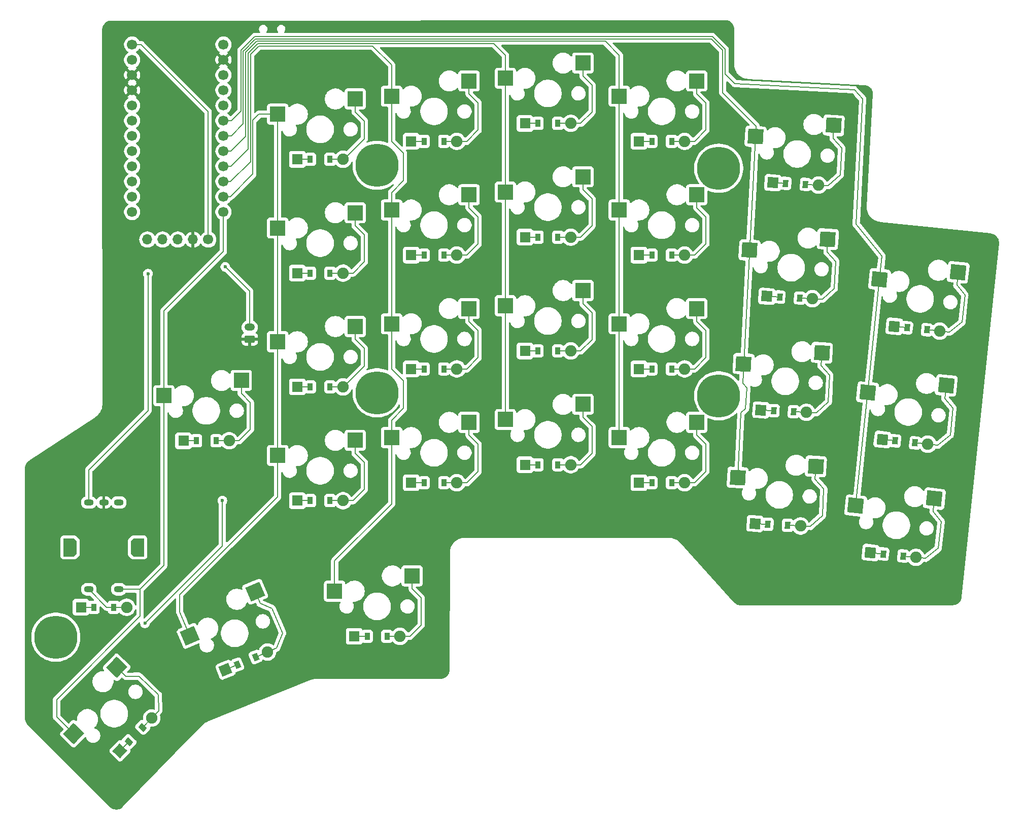
<source format=gbr>
%TF.GenerationSoftware,KiCad,Pcbnew,9.0.0*%
%TF.CreationDate,2025-04-09T21:05:36+02:00*%
%TF.ProjectId,right,72696768-742e-46b6-9963-61645f706362,1*%
%TF.SameCoordinates,Original*%
%TF.FileFunction,Copper,L2,Bot*%
%TF.FilePolarity,Positive*%
%FSLAX46Y46*%
G04 Gerber Fmt 4.6, Leading zero omitted, Abs format (unit mm)*
G04 Created by KiCad (PCBNEW 9.0.0) date 2025-04-09 21:05:36*
%MOMM*%
%LPD*%
G01*
G04 APERTURE LIST*
G04 Aperture macros list*
%AMRoundRect*
0 Rectangle with rounded corners*
0 $1 Rounding radius*
0 $2 $3 $4 $5 $6 $7 $8 $9 X,Y pos of 4 corners*
0 Add a 4 corners polygon primitive as box body*
4,1,4,$2,$3,$4,$5,$6,$7,$8,$9,$2,$3,0*
0 Add four circle primitives for the rounded corners*
1,1,$1+$1,$2,$3*
1,1,$1+$1,$4,$5*
1,1,$1+$1,$6,$7*
1,1,$1+$1,$8,$9*
0 Add four rect primitives between the rounded corners*
20,1,$1+$1,$2,$3,$4,$5,0*
20,1,$1+$1,$4,$5,$6,$7,0*
20,1,$1+$1,$6,$7,$8,$9,0*
20,1,$1+$1,$8,$9,$2,$3,0*%
%AMRotRect*
0 Rectangle, with rotation*
0 The origin of the aperture is its center*
0 $1 length*
0 $2 width*
0 $3 Rotation angle, in degrees counterclockwise*
0 Add horizontal line*
21,1,$1,$2,0,0,$3*%
%AMOutline5P*
0 Free polygon, 5 corners , with rotation*
0 The origin of the aperture is its center*
0 number of corners: always 5*
0 $1 to $10 corner X, Y*
0 $11 Rotation angle, in degrees counterclockwise*
0 create outline with 5 corners*
4,1,5,$1,$2,$3,$4,$5,$6,$7,$8,$9,$10,$1,$2,$11*%
%AMOutline6P*
0 Free polygon, 6 corners , with rotation*
0 The origin of the aperture is its center*
0 number of corners: always 6*
0 $1 to $12 corner X, Y*
0 $13 Rotation angle, in degrees counterclockwise*
0 create outline with 6 corners*
4,1,6,$1,$2,$3,$4,$5,$6,$7,$8,$9,$10,$11,$12,$1,$2,$13*%
%AMOutline7P*
0 Free polygon, 7 corners , with rotation*
0 The origin of the aperture is its center*
0 number of corners: always 7*
0 $1 to $14 corner X, Y*
0 $15 Rotation angle, in degrees counterclockwise*
0 create outline with 7 corners*
4,1,7,$1,$2,$3,$4,$5,$6,$7,$8,$9,$10,$11,$12,$13,$14,$1,$2,$15*%
%AMOutline8P*
0 Free polygon, 8 corners , with rotation*
0 The origin of the aperture is its center*
0 number of corners: always 8*
0 $1 to $16 corner X, Y*
0 $17 Rotation angle, in degrees counterclockwise*
0 create outline with 8 corners*
4,1,8,$1,$2,$3,$4,$5,$6,$7,$8,$9,$10,$11,$12,$13,$14,$15,$16,$1,$2,$17*%
G04 Aperture macros list end*
%TA.AperFunction,ComponentPad*%
%ADD10C,7.200000*%
%TD*%
%TA.AperFunction,ComponentPad*%
%ADD11C,1.700000*%
%TD*%
%TA.AperFunction,ComponentPad*%
%ADD12Outline6P,-1.500000X0.660000X-1.060000X1.100000X1.060000X1.100000X1.500000X0.660000X1.500000X-1.100000X-1.500000X-1.100000X90.000000*%
%TD*%
%TA.AperFunction,ComponentPad*%
%ADD13Outline6P,-1.500000X1.100000X1.500000X1.100000X1.500000X-0.660000X1.060000X-1.100000X-1.060000X-1.100000X-1.500000X-0.660000X90.000000*%
%TD*%
%TA.AperFunction,ComponentPad*%
%ADD14O,1.600000X1.100000*%
%TD*%
%TA.AperFunction,ComponentPad*%
%ADD15O,1.700000X1.700000*%
%TD*%
%TA.AperFunction,SMDPad,CuDef*%
%ADD16R,2.550000X2.500000*%
%TD*%
%TA.AperFunction,ComponentPad*%
%ADD17RotRect,1.778000X1.778000X357.000000*%
%TD*%
%TA.AperFunction,SMDPad,CuDef*%
%ADD18RotRect,0.900000X1.200000X357.000000*%
%TD*%
%TA.AperFunction,ComponentPad*%
%ADD19C,1.905000*%
%TD*%
%TA.AperFunction,ComponentPad*%
%ADD20R,1.778000X1.778000*%
%TD*%
%TA.AperFunction,SMDPad,CuDef*%
%ADD21R,0.900000X1.200000*%
%TD*%
%TA.AperFunction,SMDPad,CuDef*%
%ADD22RotRect,2.550000X2.500000X46.000000*%
%TD*%
%TA.AperFunction,SMDPad,CuDef*%
%ADD23RotRect,2.550000X2.500000X354.000000*%
%TD*%
%TA.AperFunction,ComponentPad*%
%ADD24RotRect,1.778000X1.778000X46.000000*%
%TD*%
%TA.AperFunction,SMDPad,CuDef*%
%ADD25RotRect,0.900000X1.200000X46.000000*%
%TD*%
%TA.AperFunction,ComponentPad*%
%ADD26RotRect,1.778000X1.778000X23.000000*%
%TD*%
%TA.AperFunction,SMDPad,CuDef*%
%ADD27RotRect,0.900000X1.200000X23.000000*%
%TD*%
%TA.AperFunction,ComponentPad*%
%ADD28RoundRect,0.240000X-0.635000X0.360000X-0.635000X-0.360000X0.635000X-0.360000X0.635000X0.360000X0*%
%TD*%
%TA.AperFunction,ComponentPad*%
%ADD29O,1.750000X1.200000*%
%TD*%
%TA.AperFunction,SMDPad,CuDef*%
%ADD30RotRect,2.550000X2.500000X357.000000*%
%TD*%
%TA.AperFunction,ComponentPad*%
%ADD31RotRect,1.778000X1.778000X354.000000*%
%TD*%
%TA.AperFunction,SMDPad,CuDef*%
%ADD32RotRect,0.900000X1.200000X354.000000*%
%TD*%
%TA.AperFunction,SMDPad,CuDef*%
%ADD33RotRect,2.550000X2.500000X23.000000*%
%TD*%
%TA.AperFunction,ViaPad*%
%ADD34C,0.600000*%
%TD*%
%TA.AperFunction,Conductor*%
%ADD35C,0.200000*%
%TD*%
G04 APERTURE END LIST*
D10*
%TO.P,H2,*%
%TO.N,*%
X247580075Y-139491273D03*
%TD*%
D11*
%TO.P,MCU1,1*%
%TO.N,RAW*%
X164950083Y-80841280D03*
%TO.P,MCU1,2*%
%TO.N,GND*%
X164950083Y-83381280D03*
%TO.P,MCU1,3*%
%TO.N,RST*%
X164950083Y-85921280D03*
%TO.P,MCU1,4*%
%TO.N,VCC*%
X164950082Y-88461280D03*
%TO.P,MCU1,5*%
%TO.N,RE_A*%
X164950083Y-91001280D03*
%TO.P,MCU1,6*%
%TO.N,col1*%
X164950083Y-93541280D03*
%TO.P,MCU1,7*%
%TO.N,col2*%
X164950083Y-96081280D03*
%TO.P,MCU1,8*%
%TO.N,col3*%
X164950083Y-98621280D03*
%TO.P,MCU1,9*%
%TO.N,col4*%
X164950083Y-101161280D03*
%TO.P,MCU1,10*%
%TO.N,col5*%
X164950083Y-103701280D03*
%TO.P,MCU1,11*%
%TO.N,col6*%
X164950083Y-106241280D03*
%TO.P,MCU1,12*%
%TO.N,col7*%
X164950081Y-108781279D03*
%TO.P,MCU1,13*%
%TO.N,row1*%
X149710083Y-108781279D03*
%TO.P,MCU1,14*%
%TO.N,row2*%
X149710083Y-106241280D03*
%TO.P,MCU1,15*%
%TO.N,row3*%
X149710083Y-103701280D03*
%TO.P,MCU1,16*%
%TO.N,row4*%
X149710083Y-101161280D03*
%TO.P,MCU1,17*%
%TO.N,row5*%
X149710084Y-98621280D03*
%TO.P,MCU1,18*%
%TO.N,RE_C*%
X149710083Y-96081280D03*
%TO.P,MCU1,19*%
%TO.N,MOSI*%
X149710083Y-93541280D03*
%TO.P,MCU1,20*%
%TO.N,SCL*%
X149710083Y-91001280D03*
%TO.P,MCU1,21*%
%TO.N,GND*%
X149710083Y-88461280D03*
%TO.P,MCU1,22*%
X149710083Y-85921280D03*
%TO.P,MCU1,23*%
%TO.N,P0*%
X149710083Y-83381280D03*
%TO.P,MCU1,24*%
%TO.N,CS*%
X149710083Y-80841280D03*
%TD*%
D10*
%TO.P,H5,*%
%TO.N,*%
X136980077Y-179791272D03*
%TD*%
%TO.P,H3,*%
%TO.N,*%
X190580076Y-100991274D03*
%TD*%
%TO.P,H4,*%
%TO.N,*%
X190580080Y-138991273D03*
%TD*%
%TO.P,H1,*%
%TO.N,*%
X247580079Y-101491278D03*
%TD*%
D12*
%TO.P,RE1,*%
%TO.N,*%
X150580078Y-164791276D03*
D13*
X139380078Y-164791276D03*
D14*
%TO.P,RE1,A*%
%TO.N,RE_A*%
X142480078Y-157291276D03*
%TO.P,RE1,B*%
%TO.N,GND*%
X144980078Y-157291276D03*
%TO.P,RE1,C*%
%TO.N,RE_C*%
X147480078Y-157291276D03*
%TO.P,RE1,S1*%
%TO.N,col7*%
X147480078Y-171791276D03*
%TO.P,RE1,S2*%
%TO.N,mirror_encoder_encoder*%
X142480079Y-171791275D03*
%TD*%
D15*
%TO.P,DISP1,1*%
%TO.N,MOSI*%
X152250075Y-113391275D03*
%TO.P,DISP1,2*%
%TO.N,SCL*%
X154790076Y-113391275D03*
%TO.P,DISP1,3*%
%TO.N,VCC*%
X157330076Y-113391275D03*
%TO.P,DISP1,4*%
%TO.N,GND*%
X159870077Y-113391274D03*
D11*
%TO.P,DISP1,5*%
%TO.N,CS*%
X162410077Y-113391275D03*
%TD*%
D16*
%TO.P,S25,1*%
%TO.N,col5*%
X183495077Y-172101275D03*
%TO.P,S25,2*%
%TO.N,mirror_super_cluster*%
X196422077Y-169561275D03*
%TD*%
%TO.P,S23,1*%
%TO.N,col6*%
X173995078Y-92451275D03*
%TO.P,S23,2*%
%TO.N,mirror_inner_num*%
X186922078Y-89911275D03*
%TD*%
%TO.P,S13,1*%
%TO.N,col4*%
X211995076Y-124451274D03*
%TO.P,S13,2*%
%TO.N,mirror_middle_home*%
X224922076Y-121911274D03*
%TD*%
%TO.P,S9,1*%
%TO.N,col3*%
X230995072Y-127451272D03*
%TO.P,S9,2*%
%TO.N,mirror_ring_home*%
X243922072Y-124911272D03*
%TD*%
D17*
%TO.P,D5,1*%
%TO.N,row3*%
X254616647Y-141846938D03*
D18*
X256773687Y-141959984D03*
%TO.P,D5,2*%
%TO.N,mirror_pinky_home*%
X260069165Y-142132692D03*
D19*
X262226205Y-142245738D03*
%TD*%
D20*
%TO.P,D20,1*%
%TO.N,row4*%
X177270075Y-156991269D03*
D21*
X179430075Y-156991269D03*
%TO.P,D20,2*%
%TO.N,mirror_inner_bottom*%
X182730075Y-156991269D03*
D19*
X184890075Y-156991269D03*
%TD*%
D16*
%TO.P,S20,1*%
%TO.N,col6*%
X173995086Y-149451272D03*
%TO.P,S20,2*%
%TO.N,mirror_inner_bottom*%
X186922086Y-146911272D03*
%TD*%
%TO.P,S24,1*%
%TO.N,col7*%
X154995077Y-139451276D03*
%TO.P,S24,2*%
%TO.N,mirror_brackets_home*%
X167922077Y-136911276D03*
%TD*%
D17*
%TO.P,D6,1*%
%TO.N,row2*%
X255611029Y-122872980D03*
D18*
X257768069Y-122986026D03*
%TO.P,D6,2*%
%TO.N,mirror_pinky_top*%
X261063547Y-123158734D03*
D19*
X263220587Y-123271780D03*
%TD*%
D22*
%TO.P,S27,1*%
%TO.N,col7*%
X139977595Y-195895504D03*
%TO.P,S27,2*%
%TO.N,mirror_layer_cluster*%
X147130321Y-184832166D03*
%TD*%
D20*
%TO.P,D15,1*%
%TO.N,row1*%
X215270083Y-93991274D03*
D21*
X217430083Y-93991274D03*
%TO.P,D15,2*%
%TO.N,mirror_middle_num*%
X220730083Y-93991274D03*
D19*
X222890083Y-93991274D03*
%TD*%
D23*
%TO.P,S3,1*%
%TO.N,col1*%
X274407247Y-120037565D03*
%TO.P,S3,2*%
%TO.N,mirror_stretch_top*%
X287528934Y-118862719D03*
%TD*%
D20*
%TO.P,D12,1*%
%TO.N,row4*%
X215270078Y-150991271D03*
D21*
X217430078Y-150991271D03*
%TO.P,D12,2*%
%TO.N,mirror_middle_bottom*%
X220730078Y-150991271D03*
D19*
X222890078Y-150991271D03*
%TD*%
D20*
%TO.P,D10,1*%
%TO.N,row2*%
X234270076Y-115991272D03*
D21*
X236430076Y-115991272D03*
%TO.P,D10,2*%
%TO.N,mirror_ring_top*%
X239730076Y-115991272D03*
D19*
X241890076Y-115991272D03*
%TD*%
D20*
%TO.P,D28,1*%
%TO.N,row4*%
X141170077Y-174791276D03*
D21*
X143330077Y-174791276D03*
%TO.P,D28,2*%
%TO.N,mirror_encoder_encoder*%
X146630077Y-174791276D03*
D19*
X148790077Y-174791276D03*
%TD*%
D24*
%TO.P,D27,1*%
%TO.N,row5*%
X147676430Y-198777386D03*
D25*
X149176892Y-197223612D03*
%TO.P,D27,2*%
%TO.N,mirror_layer_cluster*%
X151469264Y-194849790D03*
D19*
X152969726Y-193296016D03*
%TD*%
D20*
%TO.P,D13,1*%
%TO.N,row3*%
X215270079Y-131991276D03*
D21*
X217430079Y-131991276D03*
%TO.P,D13,2*%
%TO.N,mirror_middle_home*%
X220730079Y-131991276D03*
D19*
X222890079Y-131991276D03*
%TD*%
D26*
%TO.P,D26,1*%
%TO.N,row5*%
X165276608Y-185232484D03*
D27*
X167264898Y-184388503D03*
%TO.P,D26,2*%
%TO.N,mirror_space_cluster*%
X170302564Y-183099091D03*
D19*
X172290854Y-182255110D03*
%TD*%
D16*
%TO.P,S8,1*%
%TO.N,col3*%
X230995079Y-146451278D03*
%TO.P,S8,2*%
%TO.N,mirror_ring_bottom*%
X243922079Y-143911278D03*
%TD*%
%TO.P,S12,1*%
%TO.N,col4*%
X211995083Y-143451273D03*
%TO.P,S12,2*%
%TO.N,mirror_middle_bottom*%
X224922083Y-140911273D03*
%TD*%
D20*
%TO.P,D21,1*%
%TO.N,row3*%
X177270074Y-137991274D03*
D21*
X179430074Y-137991274D03*
%TO.P,D21,2*%
%TO.N,mirror_inner_home*%
X182730074Y-137991274D03*
D19*
X184890074Y-137991274D03*
%TD*%
D23*
%TO.P,S2,1*%
%TO.N,col1*%
X272421204Y-138933476D03*
%TO.P,S2,2*%
%TO.N,mirror_stretch_home*%
X285542891Y-137758630D03*
%TD*%
%TO.P,S1,1*%
%TO.N,col1*%
X270435164Y-157829393D03*
%TO.P,S1,2*%
%TO.N,mirror_stretch_bottom*%
X283556851Y-156654547D03*
%TD*%
D28*
%TO.P,JST1,1*%
%TO.N,GND*%
X169330077Y-130041276D03*
D29*
%TO.P,JST1,2*%
%TO.N,BAT_P*%
X169330077Y-128041276D03*
%TD*%
D17*
%TO.P,D7,1*%
%TO.N,row1*%
X256605407Y-103899020D03*
D18*
X258762447Y-104012066D03*
%TO.P,D7,2*%
%TO.N,mirror_pinky_num*%
X262057925Y-104184774D03*
D19*
X264214965Y-104297820D03*
%TD*%
D30*
%TO.P,S4,1*%
%TO.N,col2*%
X250746360Y-153119832D03*
%TO.P,S4,2*%
%TO.N,mirror_pinky_bottom*%
X263788577Y-151259860D03*
%TD*%
D16*
%TO.P,S17,1*%
%TO.N,col5*%
X192995082Y-127451279D03*
%TO.P,S17,2*%
%TO.N,mirror_index_home*%
X205922082Y-124911279D03*
%TD*%
D31*
%TO.P,D2,1*%
%TO.N,row3*%
X274890117Y-146774502D03*
D32*
X277038283Y-147000282D03*
%TO.P,D2,2*%
%TO.N,mirror_stretch_home*%
X280320205Y-147345226D03*
D19*
X282468371Y-147571006D03*
%TD*%
D16*
%TO.P,S22,1*%
%TO.N,col6*%
X173995074Y-111451275D03*
%TO.P,S22,2*%
%TO.N,mirror_inner_top*%
X186922074Y-108911275D03*
%TD*%
D17*
%TO.P,D4,1*%
%TO.N,row4*%
X253622263Y-160820897D03*
D18*
X255779303Y-160933943D03*
%TO.P,D4,2*%
%TO.N,mirror_pinky_bottom*%
X259074781Y-161106651D03*
D19*
X261231821Y-161219697D03*
%TD*%
D20*
%TO.P,D22,1*%
%TO.N,row2*%
X177270086Y-118991275D03*
D21*
X179430086Y-118991275D03*
%TO.P,D22,2*%
%TO.N,mirror_inner_top*%
X182730086Y-118991275D03*
D19*
X184890086Y-118991275D03*
%TD*%
D33*
%TO.P,S26,1*%
%TO.N,col6*%
X159315847Y-179571524D03*
%TO.P,S26,2*%
%TO.N,mirror_space_cluster*%
X170222756Y-172182460D03*
%TD*%
D20*
%TO.P,D8,1*%
%TO.N,row4*%
X234270082Y-153991277D03*
D21*
X236430082Y-153991277D03*
%TO.P,D8,2*%
%TO.N,mirror_ring_bottom*%
X239730082Y-153991277D03*
D19*
X241890082Y-153991277D03*
%TD*%
D20*
%TO.P,D24,1*%
%TO.N,row3*%
X158270081Y-146991271D03*
D21*
X160430081Y-146991271D03*
%TO.P,D24,2*%
%TO.N,mirror_brackets_home*%
X163730081Y-146991271D03*
D19*
X165890081Y-146991271D03*
%TD*%
D16*
%TO.P,S19,1*%
%TO.N,col5*%
X192995076Y-89451273D03*
%TO.P,S19,2*%
%TO.N,mirror_index_num*%
X205922076Y-86911273D03*
%TD*%
%TO.P,S21,1*%
%TO.N,col6*%
X173995077Y-130451277D03*
%TO.P,S21,2*%
%TO.N,mirror_inner_home*%
X186922077Y-127911277D03*
%TD*%
D31*
%TO.P,D3,1*%
%TO.N,row2*%
X276876157Y-127878589D03*
D32*
X279024323Y-128104369D03*
%TO.P,D3,2*%
%TO.N,mirror_stretch_top*%
X282306245Y-128449313D03*
D19*
X284454411Y-128675093D03*
%TD*%
D20*
%TO.P,D16,1*%
%TO.N,row4*%
X196270076Y-153991276D03*
D21*
X198430076Y-153991276D03*
%TO.P,D16,2*%
%TO.N,mirror_index_bottom*%
X201730076Y-153991276D03*
D19*
X203890076Y-153991276D03*
%TD*%
D16*
%TO.P,S10,1*%
%TO.N,col3*%
X230995081Y-108451274D03*
%TO.P,S10,2*%
%TO.N,mirror_ring_top*%
X243922081Y-105911274D03*
%TD*%
D20*
%TO.P,D14,1*%
%TO.N,row2*%
X215270080Y-112991271D03*
D21*
X217430080Y-112991271D03*
%TO.P,D14,2*%
%TO.N,mirror_middle_top*%
X220730080Y-112991271D03*
D19*
X222890080Y-112991271D03*
%TD*%
D20*
%TO.P,D17,1*%
%TO.N,row3*%
X196270078Y-134991274D03*
D21*
X198430078Y-134991274D03*
%TO.P,D17,2*%
%TO.N,mirror_index_home*%
X201730078Y-134991274D03*
D19*
X203890078Y-134991274D03*
%TD*%
D20*
%TO.P,D9,1*%
%TO.N,row3*%
X234270075Y-134991272D03*
D21*
X236430075Y-134991272D03*
%TO.P,D9,2*%
%TO.N,mirror_ring_home*%
X239730075Y-134991272D03*
D19*
X241890075Y-134991272D03*
%TD*%
D16*
%TO.P,S14,1*%
%TO.N,col4*%
X211995076Y-105451270D03*
%TO.P,S14,2*%
%TO.N,mirror_middle_top*%
X224922076Y-102911270D03*
%TD*%
D31*
%TO.P,D1,1*%
%TO.N,row4*%
X272904074Y-165670417D03*
D32*
X275052240Y-165896197D03*
%TO.P,D1,2*%
%TO.N,mirror_stretch_bottom*%
X278334162Y-166241141D03*
D19*
X280482328Y-166466921D03*
%TD*%
D20*
%TO.P,D11,1*%
%TO.N,row1*%
X234270071Y-96991277D03*
D21*
X236430071Y-96991277D03*
%TO.P,D11,2*%
%TO.N,mirror_ring_num*%
X239730071Y-96991277D03*
D19*
X241890071Y-96991277D03*
%TD*%
D16*
%TO.P,S15,1*%
%TO.N,col4*%
X211995073Y-86451271D03*
%TO.P,S15,2*%
%TO.N,mirror_middle_num*%
X224922073Y-83911271D03*
%TD*%
D20*
%TO.P,D18,1*%
%TO.N,row2*%
X196270076Y-115991277D03*
D21*
X198430076Y-115991277D03*
%TO.P,D18,2*%
%TO.N,mirror_index_top*%
X201730076Y-115991277D03*
D19*
X203890076Y-115991277D03*
%TD*%
D16*
%TO.P,S18,1*%
%TO.N,col5*%
X192995080Y-108451274D03*
%TO.P,S18,2*%
%TO.N,mirror_index_top*%
X205922080Y-105911274D03*
%TD*%
D20*
%TO.P,D23,1*%
%TO.N,row1*%
X177270072Y-99991274D03*
D21*
X179430072Y-99991274D03*
%TO.P,D23,2*%
%TO.N,mirror_inner_num*%
X182730072Y-99991274D03*
D19*
X184890072Y-99991274D03*
%TD*%
D30*
%TO.P,S5,1*%
%TO.N,col2*%
X251740747Y-134145875D03*
%TO.P,S5,2*%
%TO.N,mirror_pinky_home*%
X264782964Y-132285903D03*
%TD*%
D20*
%TO.P,D25,1*%
%TO.N,row5*%
X186770081Y-179641281D03*
D21*
X188930081Y-179641281D03*
%TO.P,D25,2*%
%TO.N,mirror_super_cluster*%
X192230081Y-179641281D03*
D19*
X194390081Y-179641281D03*
%TD*%
D30*
%TO.P,S7,1*%
%TO.N,col2*%
X253729509Y-96197954D03*
%TO.P,S7,2*%
%TO.N,mirror_pinky_num*%
X266771726Y-94337982D03*
%TD*%
D16*
%TO.P,S11,1*%
%TO.N,col3*%
X230995074Y-89451271D03*
%TO.P,S11,2*%
%TO.N,mirror_ring_num*%
X243922074Y-86911271D03*
%TD*%
D30*
%TO.P,S6,1*%
%TO.N,col2*%
X252735128Y-115171912D03*
%TO.P,S6,2*%
%TO.N,mirror_pinky_top*%
X265777345Y-113311940D03*
%TD*%
D16*
%TO.P,S16,1*%
%TO.N,col5*%
X192995074Y-146451269D03*
%TO.P,S16,2*%
%TO.N,mirror_index_bottom*%
X205922074Y-143911269D03*
%TD*%
D20*
%TO.P,D19,1*%
%TO.N,row1*%
X196270076Y-96991278D03*
D21*
X198430076Y-96991278D03*
%TO.P,D19,2*%
%TO.N,mirror_index_num*%
X201730076Y-96991278D03*
D19*
X203890076Y-96991278D03*
%TD*%
D34*
%TO.N,GND*%
X157000000Y-88000000D03*
X157000000Y-85000000D03*
X157000000Y-93000000D03*
X157000000Y-90500000D03*
X157000000Y-82500000D03*
%TO.N,row4*%
X164772418Y-156991270D03*
X151845569Y-177474268D03*
%TO.N,RE_A*%
X152345571Y-119095063D03*
%TO.N,BAT_P*%
X165249799Y-117949494D03*
%TD*%
D35*
%TO.N,col1*%
X168080470Y-81573268D02*
X167845570Y-81808167D01*
X270210521Y-88372108D02*
X250237932Y-87325389D01*
X167845570Y-81808167D02*
X167845570Y-82140368D01*
X274815798Y-116150466D02*
X270510145Y-110833428D01*
X270510145Y-110833428D02*
X271606068Y-89922018D01*
X271606068Y-89922018D02*
X270210521Y-88372108D01*
X248650799Y-85738257D02*
X248650799Y-81613398D01*
X169944571Y-79709169D02*
X168080470Y-81573268D01*
X250237932Y-87325389D02*
X248650799Y-85738257D01*
X166278560Y-93541280D02*
X164950082Y-93541278D01*
X272421200Y-138933470D02*
X270435162Y-157829395D01*
X248650799Y-81613398D02*
X246511670Y-79474269D01*
X246345571Y-79474268D02*
X170179469Y-79474267D01*
X167845569Y-91974268D02*
X166278560Y-93541280D01*
X170179469Y-79474267D02*
X169944571Y-79709169D01*
X246511670Y-79474269D02*
X246345571Y-79474268D01*
X274407246Y-120037564D02*
X274815798Y-116150466D01*
X274407246Y-120037559D02*
X272421200Y-138933470D01*
X167845570Y-82140368D02*
X167845569Y-91974268D01*
%TO.N,mirror_stretch_bottom*%
X280482332Y-166466928D02*
X282132265Y-166640343D01*
X284685579Y-160478269D02*
X283330795Y-158805260D01*
X283330795Y-158805260D02*
X283556847Y-156654542D01*
X278334161Y-166241140D02*
X280482332Y-166466928D01*
X282132265Y-166640343D02*
X284215195Y-164953621D01*
X284215195Y-164953621D02*
X284685579Y-160478269D01*
%TO.N,mirror_stretch_home*%
X282468373Y-147571002D02*
X284118301Y-147744422D01*
X280320203Y-147345226D02*
X282468373Y-147571002D01*
X284118301Y-147744422D02*
X286201241Y-146057700D01*
X286201241Y-146057700D02*
X286671614Y-141582348D01*
X285316844Y-139909344D02*
X285542890Y-137758629D01*
X286671614Y-141582348D02*
X285316844Y-139909344D01*
%TO.N,mirror_stretch_top*%
X282306243Y-128449312D02*
X284454418Y-128675093D01*
X287302875Y-121013428D02*
X287528931Y-118862715D01*
X288187277Y-127161779D02*
X288657662Y-122686430D01*
X288657662Y-122686430D02*
X287302875Y-121013428D01*
X284454418Y-128675093D02*
X286104345Y-128848504D01*
X286104345Y-128848504D02*
X288187277Y-127161779D01*
%TO.N,col2*%
X252258511Y-138127828D02*
X252075337Y-141623032D01*
X168427816Y-81793024D02*
X168481469Y-81739370D01*
X168481469Y-81739370D02*
X168481469Y-81739371D01*
X251572015Y-137365397D02*
X252258511Y-138127828D01*
X166238561Y-96081277D02*
X168246570Y-94073269D01*
X248249799Y-85904357D02*
X248249800Y-88869421D01*
X168246571Y-81974264D02*
X168427816Y-81793024D01*
X168246571Y-81974266D02*
X168246571Y-81974264D01*
X248249800Y-88869421D02*
X253821577Y-94441200D01*
X170110673Y-80110168D02*
X170204633Y-80016207D01*
X251312909Y-142309525D02*
X250746364Y-153119839D01*
X248249799Y-85572157D02*
X248249799Y-85904357D01*
X253821577Y-94441200D02*
X253729511Y-96197954D01*
X253729517Y-96197952D02*
X251572015Y-137365397D01*
X168246570Y-94073269D02*
X168246571Y-81974266D01*
X246345568Y-79875268D02*
X248249799Y-81779498D01*
X170204633Y-80016207D02*
X170345571Y-79875269D01*
X164950080Y-96081278D02*
X166238561Y-96081277D01*
X252075337Y-141623032D02*
X251312909Y-142309525D01*
X248249799Y-81779498D02*
X248249799Y-85572157D01*
X168481469Y-81739371D02*
X170110672Y-80110167D01*
X170345571Y-79875269D02*
X170345571Y-79875268D01*
X170345571Y-79875268D02*
X246345568Y-79875268D01*
X170110672Y-80110167D02*
X170110673Y-80110168D01*
%TO.N,mirror_pinky_bottom*%
X262888564Y-161306522D02*
X264880363Y-159513108D01*
X261231819Y-161219700D02*
X262888564Y-161306522D01*
X265115873Y-155019270D02*
X263675404Y-153419458D01*
X264880363Y-159513108D02*
X265115873Y-155019270D01*
X259074783Y-161106659D02*
X261231819Y-161219700D01*
X263675404Y-153419458D02*
X263788581Y-151259863D01*
%TO.N,mirror_pinky_home*%
X262226202Y-142245740D02*
X263882946Y-142332564D01*
X265874749Y-140539143D02*
X266110258Y-136045299D01*
X263882946Y-142332564D02*
X265874749Y-140539143D01*
X264669788Y-134445498D02*
X264782963Y-132285895D01*
X260069166Y-142132700D02*
X262226202Y-142245740D01*
X266110258Y-136045299D02*
X264669788Y-134445498D01*
%TO.N,mirror_pinky_top*%
X265664171Y-115471536D02*
X265777343Y-113311939D01*
X261063545Y-123158731D02*
X263220586Y-123271784D01*
X264877335Y-123358601D02*
X266869131Y-121565179D01*
X267104646Y-117071347D02*
X265664171Y-115471536D01*
X263220586Y-123271784D02*
X264877335Y-123358601D01*
X266869131Y-121565179D02*
X267104646Y-117071347D01*
%TO.N,mirror_pinky_num*%
X264214969Y-104297817D02*
X265871722Y-104384643D01*
X265871722Y-104384643D02*
X267863509Y-102591223D01*
X267863509Y-102591223D02*
X268099027Y-98097387D01*
X268099027Y-98097387D02*
X266658547Y-96497576D01*
X262057927Y-104184773D02*
X264214969Y-104297817D01*
X266658547Y-96497576D02*
X266771730Y-94337980D01*
%TO.N,col3*%
X230995074Y-108451273D02*
X230995081Y-127451274D01*
X164950080Y-98621281D02*
X166198558Y-98621281D01*
X230995081Y-127451274D02*
X230995076Y-146451276D01*
X166198558Y-98621281D02*
X168647571Y-96172268D01*
X168647570Y-82140369D02*
X170511670Y-80276270D01*
X168647571Y-96172268D02*
X168647569Y-94239369D01*
X228647569Y-80276268D02*
X230995073Y-82623772D01*
X168647569Y-94239369D02*
X168647570Y-93907166D01*
X230995073Y-82623772D02*
X230995074Y-89451269D01*
X168647570Y-93907166D02*
X168647570Y-82140369D01*
X230995076Y-89451279D02*
X230995074Y-108451273D01*
X170511670Y-80276270D02*
X228647569Y-80276268D01*
%TO.N,mirror_ring_bottom*%
X243922077Y-146073834D02*
X243922083Y-143911272D01*
X245444306Y-147596065D02*
X243922077Y-146073834D01*
X243549092Y-153991271D02*
X245444303Y-152096062D01*
X245444303Y-152096062D02*
X245444306Y-147596065D01*
X241890074Y-153991274D02*
X243549092Y-153991271D01*
X239730079Y-153991275D02*
X241890074Y-153991274D01*
%TO.N,mirror_ring_home*%
X245444308Y-133096069D02*
X245444305Y-128596061D01*
X239730078Y-134991269D02*
X241890074Y-134991276D01*
X243922082Y-127073833D02*
X243922077Y-124911273D01*
X245444305Y-128596061D02*
X243922082Y-127073833D01*
X241890074Y-134991276D02*
X243549098Y-134991273D01*
X243549098Y-134991273D02*
X245444308Y-133096069D01*
%TO.N,mirror_ring_top*%
X241890080Y-115991273D02*
X243549095Y-115991276D01*
X245444308Y-109596070D02*
X243922075Y-108073836D01*
X245444307Y-114096061D02*
X245444308Y-109596070D01*
X243549095Y-115991276D02*
X245444307Y-114096061D01*
X243922075Y-108073836D02*
X243922078Y-105911277D01*
X239730083Y-115991272D02*
X241890080Y-115991273D01*
%TO.N,mirror_ring_num*%
X239730082Y-96991274D02*
X241890079Y-96991274D01*
X245444306Y-95096067D02*
X245444302Y-90596064D01*
X243549095Y-96991276D02*
X245444306Y-95096067D01*
X243922071Y-89073838D02*
X243922083Y-86911274D01*
X241890079Y-96991274D02*
X243549095Y-96991276D01*
X245444302Y-90596064D02*
X243922071Y-89073838D01*
%TO.N,col4*%
X164950083Y-101161277D02*
X166158560Y-101161277D01*
X210048569Y-80677267D02*
X211995077Y-82623773D01*
X211995077Y-82623773D02*
X211995077Y-86451270D01*
X211995073Y-105451267D02*
X211995075Y-124451275D01*
X211995075Y-124451275D02*
X211995079Y-143451268D01*
X211995076Y-86451272D02*
X211995073Y-105451267D01*
X169048570Y-98271267D02*
X169048569Y-96338366D01*
X169048569Y-96338366D02*
X169048571Y-96006165D01*
X169048571Y-96006165D02*
X169048571Y-94405467D01*
X166158560Y-101161277D02*
X169048570Y-98271267D01*
X169048569Y-93741068D02*
X169048569Y-82306469D01*
X169048568Y-94073266D02*
X169048569Y-93741068D01*
X169048569Y-82306469D02*
X170677772Y-80677269D01*
X169048571Y-94405467D02*
X169048568Y-94073266D01*
X170677772Y-80677269D02*
X210048569Y-80677267D01*
%TO.N,mirror_middle_bottom*%
X224549096Y-150991276D02*
X226444310Y-149096060D01*
X224922074Y-143073833D02*
X224922070Y-140911273D01*
X222890080Y-150991269D02*
X224549096Y-150991276D01*
X226444305Y-144596059D02*
X224922074Y-143073833D01*
X226444310Y-149096060D02*
X226444305Y-144596059D01*
X220730070Y-150991270D02*
X222890080Y-150991269D01*
%TO.N,mirror_middle_home*%
X226444305Y-125596065D02*
X224922076Y-124073833D01*
X224922076Y-124073833D02*
X224922077Y-121911276D01*
X224549095Y-131991271D02*
X226444305Y-130096066D01*
X220730080Y-131991275D02*
X222890077Y-131991271D01*
X222890077Y-131991271D02*
X224549095Y-131991271D01*
X226444305Y-130096066D02*
X226444305Y-125596065D01*
%TO.N,mirror_middle_top*%
X220730078Y-112991273D02*
X222890076Y-112991272D01*
X224922074Y-105073831D02*
X224922082Y-102911274D01*
X226444306Y-111096064D02*
X226444306Y-106596063D01*
X224549096Y-112991277D02*
X226444306Y-111096064D01*
X222890076Y-112991272D02*
X224549096Y-112991277D01*
X226444306Y-106596063D02*
X224922074Y-105073831D01*
%TO.N,mirror_middle_num*%
X224922071Y-86073837D02*
X224922075Y-83911272D01*
X226444307Y-87596066D02*
X224922071Y-86073837D01*
X220730074Y-93991274D02*
X222890080Y-93991278D01*
X224549097Y-93991274D02*
X226444303Y-92096061D01*
X226444303Y-92096061D02*
X226444307Y-87596066D01*
X222890080Y-93991278D02*
X224549097Y-93991274D01*
%TO.N,col5*%
X192995079Y-157545292D02*
X183495076Y-167045290D01*
X170843870Y-81078270D02*
X189845570Y-81078267D01*
X189845570Y-81078267D02*
X192995079Y-84227774D01*
X169449568Y-95840068D02*
X169449571Y-94571565D01*
X183495076Y-167045290D02*
X183495075Y-172101274D01*
X169449569Y-98437366D02*
X169449570Y-98105165D01*
X192995075Y-96986273D02*
X195000076Y-98991274D01*
X169449570Y-98105165D02*
X169449568Y-96504467D01*
X192995075Y-127498287D02*
X192995075Y-134986272D01*
X169449571Y-96172268D02*
X169449568Y-95840068D01*
X192995079Y-84227774D02*
X192995077Y-89451277D01*
X169449568Y-94239368D02*
X169449570Y-93907168D01*
X195000076Y-103540293D02*
X192995078Y-105545290D01*
X192995078Y-105545290D02*
X192995077Y-108451271D01*
X195000076Y-136991274D02*
X195000076Y-141587306D01*
X192995075Y-89451272D02*
X192995075Y-96986273D01*
X169449568Y-82472567D02*
X170843870Y-81078270D01*
X169449571Y-94571565D02*
X169449568Y-94239368D01*
X192995073Y-146451274D02*
X192995079Y-157545292D01*
X169449570Y-93574969D02*
X169449568Y-82472567D01*
X169449569Y-100370267D02*
X169449569Y-98437366D01*
X192995075Y-134986272D02*
X195000076Y-136991274D01*
X195000076Y-141587306D02*
X192995076Y-143592306D01*
X192995076Y-143592306D02*
X192995079Y-146498286D01*
X169449570Y-93907168D02*
X169449570Y-93574969D01*
X164950083Y-103701278D02*
X166118561Y-103701280D01*
X192995077Y-108451271D02*
X192995080Y-127451275D01*
X166118561Y-103701280D02*
X169449569Y-100370267D01*
X195000076Y-98991274D02*
X195000076Y-103540293D01*
X169449568Y-96504467D02*
X169449571Y-96172268D01*
%TO.N,mirror_index_bottom*%
X201730074Y-153991273D02*
X203890076Y-153991273D01*
X207444307Y-152096057D02*
X207444313Y-147596060D01*
X203890076Y-153991273D02*
X205549093Y-153991275D01*
X205549093Y-153991275D02*
X207444307Y-152096057D01*
X207444313Y-147596060D02*
X205922076Y-146073833D01*
X205922076Y-146073833D02*
X205922074Y-143911272D01*
%TO.N,mirror_index_home*%
X207444308Y-128596063D02*
X205922083Y-127073841D01*
X205922083Y-127073841D02*
X205922070Y-124911279D01*
X207444310Y-133096066D02*
X207444308Y-128596063D01*
X201730074Y-134991273D02*
X203890079Y-134991276D01*
X203890079Y-134991276D02*
X205549094Y-134991273D01*
X205549094Y-134991273D02*
X207444310Y-133096066D01*
%TO.N,mirror_index_top*%
X205549098Y-115991273D02*
X207444308Y-114096066D01*
X207444308Y-114096066D02*
X207444307Y-109596064D01*
X207444307Y-109596064D02*
X205922082Y-108073832D01*
X203890076Y-115991274D02*
X205549098Y-115991273D01*
X201730075Y-115991271D02*
X203890076Y-115991274D01*
X205922082Y-108073832D02*
X205922079Y-105911267D01*
%TO.N,mirror_index_num*%
X201730079Y-96991273D02*
X203890072Y-96991274D01*
X205922073Y-89073834D02*
X205922078Y-86911272D01*
X203890072Y-96991274D02*
X205549093Y-96991275D01*
X207444304Y-90596058D02*
X205922073Y-89073834D01*
X205549093Y-96991275D02*
X207444311Y-95096069D01*
X207444311Y-95096069D02*
X207444304Y-90596058D01*
%TO.N,col6*%
X157625935Y-172693903D02*
X157625934Y-175590335D01*
X169850572Y-93469267D02*
X170868563Y-92451277D01*
X169850570Y-102469268D02*
X169850572Y-93469267D01*
X173995075Y-111451274D02*
X173995078Y-130451272D01*
X164950082Y-106241280D02*
X166078560Y-106241276D01*
X157625934Y-175590335D02*
X159315851Y-179571527D01*
X173995074Y-92451275D02*
X173995075Y-111451274D01*
X173995078Y-130451272D02*
X173995076Y-149451274D01*
X173995083Y-156324753D02*
X157625935Y-172693903D01*
X166078560Y-106241276D02*
X169850570Y-102469268D01*
X170868563Y-92451277D02*
X173995078Y-92451273D01*
X173995082Y-149451275D02*
X173995083Y-156324753D01*
%TO.N,mirror_inner_bottom*%
X188444311Y-155096061D02*
X188444300Y-150596068D01*
X184890077Y-156991274D02*
X186549091Y-156991274D01*
X186549091Y-156991274D02*
X188444311Y-155096061D01*
X182730075Y-156991276D02*
X184890077Y-156991274D01*
X186922073Y-149073829D02*
X186922080Y-146911278D01*
X188444300Y-150596068D02*
X186922073Y-149073829D01*
%TO.N,mirror_inner_home*%
X185000078Y-137991272D02*
X188444308Y-134547043D01*
X182730077Y-137991275D02*
X185000078Y-137991272D01*
X188444308Y-134547043D02*
X188444307Y-131596065D01*
X188444307Y-131596065D02*
X186922076Y-130073830D01*
X186922076Y-130073830D02*
X186922078Y-127911275D01*
%TO.N,mirror_inner_top*%
X186549099Y-118991268D02*
X188444310Y-117096067D01*
X188444310Y-117096067D02*
X188444306Y-112596062D01*
X182730074Y-118991273D02*
X184890076Y-118991273D01*
X188444306Y-112596062D02*
X186922082Y-111073829D01*
X184890076Y-118991273D02*
X186549099Y-118991268D01*
X186922082Y-111073829D02*
X186922079Y-108911268D01*
%TO.N,mirror_inner_num*%
X186922078Y-92073838D02*
X186922083Y-89911273D01*
X188444314Y-93596065D02*
X186922078Y-92073838D01*
X185024590Y-99991271D02*
X188444314Y-96571547D01*
X182730083Y-99991268D02*
X185024590Y-99991271D01*
X188444314Y-96571547D02*
X188444314Y-93596065D01*
%TO.N,col7*%
X137108297Y-190211540D02*
X137108297Y-193124655D01*
X154995075Y-125324760D02*
X164950082Y-115369758D01*
X164950082Y-115369758D02*
X164950080Y-108781277D01*
X150845570Y-171791276D02*
X147480077Y-171791275D01*
X137108297Y-193124655D02*
X139977600Y-195895504D01*
X151028563Y-171791274D02*
X150845570Y-171791276D01*
X151028564Y-176291276D02*
X137108297Y-190211540D01*
X151028563Y-171791274D02*
X151028564Y-176291276D01*
X154995077Y-139451275D02*
X154995078Y-167824760D01*
X154995078Y-167824760D02*
X151028563Y-171791274D01*
X154995077Y-139451275D02*
X154995075Y-125324760D01*
%TO.N,mirror_brackets_home*%
X167549092Y-146991273D02*
X169444310Y-145096061D01*
X163730081Y-146991272D02*
X165890076Y-146991276D01*
X165890076Y-146991276D02*
X167549092Y-146991273D01*
X169444310Y-145096061D02*
X169444311Y-140596066D01*
X167922079Y-139073837D02*
X167922075Y-136911281D01*
X169444311Y-140596066D02*
X167922079Y-139073837D01*
%TO.N,mirror_super_cluster*%
X196422081Y-171723836D02*
X196422077Y-169561276D01*
X197944308Y-173246057D02*
X196422081Y-171723836D01*
X197944308Y-177746063D02*
X197944308Y-173246057D01*
X194390074Y-179641268D02*
X196049097Y-179641273D01*
X196049097Y-179641273D02*
X197944308Y-177746063D01*
X192230074Y-179641275D02*
X194390074Y-179641268D01*
%TO.N,mirror_space_cluster*%
X173063738Y-174979536D02*
X171067731Y-174173104D01*
X172290852Y-182255108D02*
X173817992Y-181606877D01*
X171067731Y-174173104D02*
X170222753Y-172182460D01*
X170302563Y-183099094D02*
X172290852Y-182255108D01*
X173817992Y-181606877D02*
X174822025Y-179121811D01*
X174822025Y-179121811D02*
X173063738Y-174979536D01*
%TO.N,mirror_layer_cluster*%
X154122177Y-192102617D02*
X154075397Y-189422794D01*
X152969726Y-193296018D02*
X154122177Y-192102617D01*
X154075397Y-189422794D02*
X150838368Y-186296833D01*
X150838368Y-186296833D02*
X148685939Y-186334402D01*
X148685939Y-186334402D02*
X147130325Y-184832164D01*
X151469267Y-194849793D02*
X152969726Y-193296018D01*
%TO.N,row4*%
X275052240Y-165896198D02*
X272904081Y-165670422D01*
X198430075Y-153991282D02*
X196270079Y-153991270D01*
X143330074Y-174791274D02*
X141170078Y-174791273D01*
X255779299Y-160933952D02*
X253622262Y-160820900D01*
X179430074Y-156991273D02*
X177270078Y-156991274D01*
X164772418Y-164547416D02*
X164772418Y-156991270D01*
X151845569Y-177474268D02*
X164772418Y-164547416D01*
X217430081Y-150991272D02*
X215270077Y-150991269D01*
X236430076Y-153991275D02*
X234270080Y-153991276D01*
%TO.N,row3*%
X277038286Y-147000285D02*
X274890117Y-146774500D01*
X160430080Y-146991277D02*
X158270076Y-146991275D01*
X179430076Y-137991276D02*
X177270074Y-137991279D01*
X256773681Y-141959984D02*
X254616644Y-141846940D01*
X198430072Y-134991271D02*
X196270083Y-134991276D01*
X217430078Y-131991271D02*
X215270075Y-131991275D01*
X236430081Y-134991274D02*
X234270078Y-134991275D01*
%TO.N,row2*%
X279024324Y-128104373D02*
X276876159Y-127878589D01*
X198430076Y-115991273D02*
X196270086Y-115991272D01*
X257768067Y-122986026D02*
X255611028Y-122872978D01*
X236430076Y-115991273D02*
X234270079Y-115991276D01*
X179430074Y-118991271D02*
X177270076Y-118991277D01*
X217430080Y-112991276D02*
X215270072Y-112991270D01*
%TO.N,row1*%
X217430079Y-93991280D02*
X215270080Y-93991274D01*
X198430079Y-96991267D02*
X196270081Y-96991277D01*
X179430074Y-99991271D02*
X177270075Y-99991272D01*
X258762449Y-104012062D02*
X256605416Y-103899011D01*
X236430083Y-96991276D02*
X234270075Y-96991268D01*
%TO.N,row5*%
X149176888Y-197223610D02*
X147676427Y-198777384D01*
X188930075Y-179641275D02*
X186770074Y-179641273D01*
X167264895Y-184388504D02*
X165276611Y-185232485D01*
%TO.N,RE_A*%
X152345570Y-141974266D02*
X142480077Y-151839759D01*
X142480077Y-151839759D02*
X142480075Y-157291276D01*
X152345571Y-119095063D02*
X152345570Y-141974266D01*
%TO.N,CS*%
X162410075Y-113391275D02*
X162410075Y-92038771D01*
X151212580Y-80841279D02*
X149710083Y-80841280D01*
X162410075Y-92038771D02*
X151212580Y-80841279D01*
%TO.N,mirror_encoder_encoder*%
X146630072Y-174791274D02*
X145480077Y-174791274D01*
X146630073Y-174791273D02*
X148790075Y-174791274D01*
X145480077Y-174791274D02*
X142480078Y-171791273D01*
%TO.N,BAT_P*%
X165249799Y-117949494D02*
X169330077Y-122029772D01*
X169330077Y-122029772D02*
X169330078Y-128041275D01*
%TD*%
%TA.AperFunction,Conductor*%
%TO.N,GND*%
G36*
X172162617Y-93071460D02*
G01*
X172208372Y-93124264D01*
X172219578Y-93175775D01*
X172219578Y-93749145D01*
X172219579Y-93749151D01*
X172225986Y-93808758D01*
X172276280Y-93943603D01*
X172276284Y-93943610D01*
X172362530Y-94058819D01*
X172362533Y-94058822D01*
X172477742Y-94145068D01*
X172477749Y-94145072D01*
X172514261Y-94158690D01*
X172612595Y-94195366D01*
X172672205Y-94201775D01*
X173270574Y-94201774D01*
X173337613Y-94221458D01*
X173383368Y-94274262D01*
X173394574Y-94325774D01*
X173394574Y-109576775D01*
X173374889Y-109643814D01*
X173322085Y-109689569D01*
X173270574Y-109700775D01*
X172672203Y-109700775D01*
X172672197Y-109700776D01*
X172612590Y-109707183D01*
X172477745Y-109757477D01*
X172477738Y-109757481D01*
X172362529Y-109843727D01*
X172362526Y-109843730D01*
X172276280Y-109958939D01*
X172276276Y-109958946D01*
X172225982Y-110093792D01*
X172219846Y-110150871D01*
X172219575Y-110153398D01*
X172219574Y-110153410D01*
X172219574Y-112749145D01*
X172219575Y-112749151D01*
X172225982Y-112808758D01*
X172276276Y-112943603D01*
X172276280Y-112943610D01*
X172362526Y-113058819D01*
X172362529Y-113058822D01*
X172477738Y-113145068D01*
X172477745Y-113145072D01*
X172500940Y-113153723D01*
X172612591Y-113195366D01*
X172672201Y-113201775D01*
X173270575Y-113201774D01*
X173337614Y-113221458D01*
X173383369Y-113274262D01*
X173394575Y-113325774D01*
X173394576Y-128576777D01*
X173374891Y-128643816D01*
X173322087Y-128689571D01*
X173270576Y-128700777D01*
X172672206Y-128700777D01*
X172672200Y-128700778D01*
X172612593Y-128707185D01*
X172477748Y-128757479D01*
X172477741Y-128757483D01*
X172362532Y-128843729D01*
X172362529Y-128843732D01*
X172276283Y-128958941D01*
X172276279Y-128958948D01*
X172225985Y-129093794D01*
X172219578Y-129153393D01*
X172219577Y-129153412D01*
X172219577Y-131749147D01*
X172219578Y-131749153D01*
X172225985Y-131808760D01*
X172276279Y-131943605D01*
X172276283Y-131943612D01*
X172362529Y-132058821D01*
X172362532Y-132058824D01*
X172477741Y-132145070D01*
X172477748Y-132145074D01*
X172500943Y-132153725D01*
X172612594Y-132195368D01*
X172672204Y-132201777D01*
X173270576Y-132201776D01*
X173337615Y-132221460D01*
X173383370Y-132274264D01*
X173394576Y-132325776D01*
X173394576Y-147576772D01*
X173374891Y-147643811D01*
X173322087Y-147689566D01*
X173270576Y-147700772D01*
X172672215Y-147700772D01*
X172672209Y-147700773D01*
X172612602Y-147707180D01*
X172477757Y-147757474D01*
X172477750Y-147757478D01*
X172362541Y-147843724D01*
X172362538Y-147843727D01*
X172276292Y-147958936D01*
X172276288Y-147958943D01*
X172225994Y-148093789D01*
X172220311Y-148146652D01*
X172219587Y-148153395D01*
X172219586Y-148153407D01*
X172219586Y-150749142D01*
X172219587Y-150749148D01*
X172225994Y-150808755D01*
X172276288Y-150943600D01*
X172276292Y-150943607D01*
X172362538Y-151058816D01*
X172362541Y-151058819D01*
X172477750Y-151145065D01*
X172477757Y-151145069D01*
X172500952Y-151153720D01*
X172612603Y-151195363D01*
X172672213Y-151201772D01*
X173270582Y-151201771D01*
X173337621Y-151221455D01*
X173383376Y-151274259D01*
X173394582Y-151325771D01*
X173394582Y-156024655D01*
X173374897Y-156091694D01*
X173358263Y-156112336D01*
X165584599Y-163886001D01*
X165523276Y-163919486D01*
X165453584Y-163914502D01*
X165397651Y-163872630D01*
X165373234Y-163807166D01*
X165372918Y-163798320D01*
X165372918Y-157571035D01*
X165392603Y-157503996D01*
X165393816Y-157502144D01*
X165481808Y-157370455D01*
X165481808Y-157370454D01*
X165481812Y-157370449D01*
X165542155Y-157224767D01*
X165572918Y-157070112D01*
X165572918Y-156912428D01*
X165572918Y-156912425D01*
X165572917Y-156912423D01*
X165566396Y-156879640D01*
X165542155Y-156757773D01*
X165528258Y-156724222D01*
X165481815Y-156612097D01*
X165481808Y-156612084D01*
X165394207Y-156480981D01*
X165394204Y-156480977D01*
X165282710Y-156369483D01*
X165282706Y-156369480D01*
X165151603Y-156281879D01*
X165151590Y-156281872D01*
X165005919Y-156221534D01*
X165005907Y-156221531D01*
X164851263Y-156190770D01*
X164851260Y-156190770D01*
X164693576Y-156190770D01*
X164693573Y-156190770D01*
X164538928Y-156221531D01*
X164538916Y-156221534D01*
X164393245Y-156281872D01*
X164393232Y-156281879D01*
X164262129Y-156369480D01*
X164262125Y-156369483D01*
X164150631Y-156480977D01*
X164150628Y-156480981D01*
X164063027Y-156612084D01*
X164063020Y-156612097D01*
X164002682Y-156757768D01*
X164002679Y-156757780D01*
X163971918Y-156912423D01*
X163971918Y-157070116D01*
X164002679Y-157224759D01*
X164002682Y-157224771D01*
X164063020Y-157370442D01*
X164063027Y-157370455D01*
X164151020Y-157502144D01*
X164171898Y-157568821D01*
X164171918Y-157571035D01*
X164171918Y-164247319D01*
X164152233Y-164314358D01*
X164135599Y-164335000D01*
X151830908Y-176639693D01*
X151814312Y-176648755D01*
X151800703Y-176661887D01*
X151771205Y-176672293D01*
X151769585Y-176673178D01*
X151767419Y-176673629D01*
X151731008Y-176680872D01*
X151661417Y-176674645D01*
X151606239Y-176631783D01*
X151582994Y-176565893D01*
X151587041Y-176527161D01*
X151588138Y-176523065D01*
X151588141Y-176523061D01*
X151629064Y-176370334D01*
X151629064Y-176212219D01*
X151629064Y-176187557D01*
X151629063Y-176187551D01*
X151629063Y-172091371D01*
X151648748Y-172024332D01*
X151665382Y-172003690D01*
X152581068Y-171088004D01*
X155475598Y-168193476D01*
X155554655Y-168056544D01*
X155595579Y-167903817D01*
X155595579Y-167745702D01*
X155595579Y-167731273D01*
X155595577Y-167731255D01*
X155595577Y-146054406D01*
X156880581Y-146054406D01*
X156880581Y-147928141D01*
X156880582Y-147928147D01*
X156886989Y-147987754D01*
X156937283Y-148122599D01*
X156937287Y-148122606D01*
X157023533Y-148237815D01*
X157023536Y-148237818D01*
X157138745Y-148324064D01*
X157138752Y-148324068D01*
X157273598Y-148374362D01*
X157273597Y-148374362D01*
X157279997Y-148375050D01*
X157333208Y-148380771D01*
X159206953Y-148380770D01*
X159266564Y-148374362D01*
X159401412Y-148324067D01*
X159516627Y-148237817D01*
X159602877Y-148122602D01*
X159604674Y-148117782D01*
X159646543Y-148061848D01*
X159712006Y-148037427D01*
X159764191Y-148044929D01*
X159872598Y-148085362D01*
X159872597Y-148085362D01*
X159879525Y-148086106D01*
X159932208Y-148091771D01*
X160927953Y-148091770D01*
X160987564Y-148085362D01*
X161122412Y-148035067D01*
X161237627Y-147948817D01*
X161323877Y-147833602D01*
X161374172Y-147698754D01*
X161380581Y-147639144D01*
X161380580Y-146343406D01*
X162779581Y-146343406D01*
X162779581Y-147639141D01*
X162779582Y-147639147D01*
X162785989Y-147698754D01*
X162836283Y-147833599D01*
X162836287Y-147833606D01*
X162922533Y-147948815D01*
X162922536Y-147948818D01*
X163037745Y-148035064D01*
X163037752Y-148035068D01*
X163172598Y-148085362D01*
X163172597Y-148085362D01*
X163179525Y-148086106D01*
X163232208Y-148091771D01*
X164227953Y-148091770D01*
X164287564Y-148085362D01*
X164422412Y-148035067D01*
X164537627Y-147948817D01*
X164564828Y-147912480D01*
X164620758Y-147870613D01*
X164690449Y-147865628D01*
X164751773Y-147899112D01*
X164764406Y-147913904D01*
X164781795Y-147937837D01*
X164943515Y-148099557D01*
X165128543Y-148233988D01*
X165323589Y-148333369D01*
X165332325Y-148337820D01*
X165549832Y-148408492D01*
X165549833Y-148408492D01*
X165549836Y-148408493D01*
X165775727Y-148444271D01*
X165775728Y-148444271D01*
X166004434Y-148444271D01*
X166004435Y-148444271D01*
X166230326Y-148408493D01*
X166230329Y-148408492D01*
X166230330Y-148408492D01*
X166447836Y-148337820D01*
X166447836Y-148337819D01*
X166447839Y-148337819D01*
X166651619Y-148233988D01*
X166836647Y-148099557D01*
X166998367Y-147937837D01*
X167132798Y-147752809D01*
X167180352Y-147659477D01*
X167190800Y-147648415D01*
X167197123Y-147634570D01*
X167214304Y-147623528D01*
X167228325Y-147608683D01*
X167244004Y-147604441D01*
X167255901Y-147596796D01*
X167290836Y-147591773D01*
X167502764Y-147591773D01*
X167628148Y-147591774D01*
X167724973Y-147565829D01*
X167780877Y-147550850D01*
X167917809Y-147471792D01*
X168029613Y-147359988D01*
X168029613Y-147359987D01*
X168047051Y-147342549D01*
X168047052Y-147342546D01*
X169801103Y-145588500D01*
X169801112Y-145588494D01*
X169813024Y-145576581D01*
X169813026Y-145576581D01*
X169924830Y-145464777D01*
X169998066Y-145337928D01*
X170003887Y-145327846D01*
X170044811Y-145175119D01*
X170044811Y-145017004D01*
X170044811Y-145009409D01*
X170044810Y-145009391D01*
X170044810Y-140693489D01*
X170044811Y-140693476D01*
X170044811Y-140675124D01*
X170044812Y-140675123D01*
X170044811Y-140517008D01*
X170021699Y-140430754D01*
X170003888Y-140364282D01*
X169963131Y-140293688D01*
X169924835Y-140227356D01*
X169924832Y-140227352D01*
X169924831Y-140227350D01*
X169813027Y-140115546D01*
X169813026Y-140115545D01*
X169808696Y-140111215D01*
X169808685Y-140111205D01*
X169205170Y-139507691D01*
X168570932Y-138873455D01*
X168537448Y-138812133D01*
X168542432Y-138742442D01*
X168584303Y-138686508D01*
X168649768Y-138662091D01*
X168658614Y-138661775D01*
X169244948Y-138661775D01*
X169244949Y-138661775D01*
X169304560Y-138655367D01*
X169439408Y-138605072D01*
X169554623Y-138518822D01*
X169640873Y-138403607D01*
X169691168Y-138268759D01*
X169697577Y-138209149D01*
X169697576Y-135613404D01*
X169691168Y-135553793D01*
X169690070Y-135550850D01*
X169640874Y-135418947D01*
X169640870Y-135418940D01*
X169554624Y-135303731D01*
X169554621Y-135303728D01*
X169439412Y-135217482D01*
X169439405Y-135217478D01*
X169304559Y-135167184D01*
X169304560Y-135167184D01*
X169244960Y-135160777D01*
X169244958Y-135160776D01*
X169244950Y-135160776D01*
X169244941Y-135160776D01*
X166599206Y-135160776D01*
X166599200Y-135160777D01*
X166539593Y-135167184D01*
X166404748Y-135217478D01*
X166404741Y-135217482D01*
X166289532Y-135303728D01*
X166289529Y-135303731D01*
X166203283Y-135418940D01*
X166203279Y-135418947D01*
X166152985Y-135553793D01*
X166146578Y-135613392D01*
X166146578Y-135613399D01*
X166146577Y-135613411D01*
X166146577Y-135662833D01*
X166126892Y-135729872D01*
X166074088Y-135775627D01*
X166004930Y-135785571D01*
X165941374Y-135756546D01*
X165934896Y-135750514D01*
X165776747Y-135592365D01*
X165776738Y-135592357D01*
X165594694Y-135452668D01*
X165536287Y-135418947D01*
X165425507Y-135354988D01*
X165395967Y-135337933D01*
X165395953Y-135337926D01*
X165183964Y-135250118D01*
X165149957Y-135241006D01*
X164962315Y-135190728D01*
X164921208Y-135185316D01*
X164734818Y-135160776D01*
X164734811Y-135160776D01*
X164505343Y-135160776D01*
X164505335Y-135160776D01*
X164288792Y-135189285D01*
X164277839Y-135190728D01*
X164240470Y-135200741D01*
X164056189Y-135250118D01*
X163844200Y-135337926D01*
X163844186Y-135337933D01*
X163645459Y-135452668D01*
X163463415Y-135592357D01*
X163301158Y-135754614D01*
X163161469Y-135936658D01*
X163046734Y-136135385D01*
X163046727Y-136135399D01*
X162958919Y-136347388D01*
X162932960Y-136444272D01*
X162903762Y-136553242D01*
X162899530Y-136569035D01*
X162899528Y-136569046D01*
X162869577Y-136796534D01*
X162869577Y-137026017D01*
X162894523Y-137215491D01*
X162899529Y-137253514D01*
X162954085Y-137457123D01*
X162958919Y-137475163D01*
X163046727Y-137687152D01*
X163046734Y-137687166D01*
X163161469Y-137885893D01*
X163301158Y-138067937D01*
X163301166Y-138067946D01*
X163463407Y-138230187D01*
X163463415Y-138230194D01*
X163463416Y-138230195D01*
X163489413Y-138250143D01*
X163645459Y-138369883D01*
X163645462Y-138369884D01*
X163645465Y-138369887D01*
X163844189Y-138484620D01*
X163844194Y-138484622D01*
X163844200Y-138484625D01*
X163881150Y-138499930D01*
X164056190Y-138572434D01*
X164277839Y-138631824D01*
X164494389Y-138660333D01*
X164505327Y-138661774D01*
X164505343Y-138661776D01*
X164505350Y-138661776D01*
X164734804Y-138661776D01*
X164734811Y-138661776D01*
X164962315Y-138631824D01*
X165183964Y-138572434D01*
X165395965Y-138484620D01*
X165594689Y-138369887D01*
X165776738Y-138230195D01*
X165934897Y-138072035D01*
X165996219Y-138038552D01*
X166065910Y-138043536D01*
X166121844Y-138085407D01*
X166146261Y-138150872D01*
X166146577Y-138159716D01*
X166146577Y-138209144D01*
X166146578Y-138209152D01*
X166152985Y-138268759D01*
X166203279Y-138403604D01*
X166203283Y-138403611D01*
X166289529Y-138518820D01*
X166289532Y-138518823D01*
X166404741Y-138605069D01*
X166404748Y-138605073D01*
X166449695Y-138621837D01*
X166539594Y-138655367D01*
X166599204Y-138661776D01*
X167197578Y-138661775D01*
X167264617Y-138681459D01*
X167310372Y-138734263D01*
X167321578Y-138785775D01*
X167321578Y-138994777D01*
X167321578Y-138994780D01*
X167321579Y-139074635D01*
X167321579Y-139152895D01*
X167361994Y-139303727D01*
X167362503Y-139305624D01*
X167362503Y-139305625D01*
X167441557Y-139442550D01*
X167441562Y-139442556D01*
X167560429Y-139561423D01*
X167560435Y-139561428D01*
X168516902Y-140517894D01*
X168807491Y-140808482D01*
X168840976Y-140869805D01*
X168843810Y-140896163D01*
X168843810Y-144795962D01*
X168824125Y-144863001D01*
X168807491Y-144883643D01*
X167364396Y-146326733D01*
X167303073Y-146360218D01*
X167233381Y-146355234D01*
X167177448Y-146313362D01*
X167166230Y-146295347D01*
X167146178Y-146255993D01*
X167132798Y-146229733D01*
X166998367Y-146044705D01*
X166836647Y-145882985D01*
X166651619Y-145748554D01*
X166644100Y-145744723D01*
X166447836Y-145644721D01*
X166230329Y-145574049D01*
X166060907Y-145547215D01*
X166004435Y-145538271D01*
X165775727Y-145538271D01*
X165717597Y-145547478D01*
X165549834Y-145574049D01*
X165549831Y-145574049D01*
X165332325Y-145644721D01*
X165128542Y-145748554D01*
X165073306Y-145788686D01*
X164943515Y-145882985D01*
X164943513Y-145882987D01*
X164943512Y-145882987D01*
X164781797Y-146044702D01*
X164781792Y-146044708D01*
X164764408Y-146068635D01*
X164709077Y-146111299D01*
X164639464Y-146117277D01*
X164577670Y-146084669D01*
X164564831Y-146070064D01*
X164537627Y-146033725D01*
X164537625Y-146033723D01*
X164537624Y-146033722D01*
X164422416Y-145947477D01*
X164422409Y-145947473D01*
X164287563Y-145897179D01*
X164287564Y-145897179D01*
X164227964Y-145890772D01*
X164227962Y-145890771D01*
X164227954Y-145890771D01*
X164227945Y-145890771D01*
X163232210Y-145890771D01*
X163232204Y-145890772D01*
X163172597Y-145897179D01*
X163037752Y-145947473D01*
X163037745Y-145947477D01*
X162922536Y-146033723D01*
X162922533Y-146033726D01*
X162836287Y-146148935D01*
X162836283Y-146148942D01*
X162785989Y-146283788D01*
X162779582Y-146343387D01*
X162779581Y-146343406D01*
X161380580Y-146343406D01*
X161380580Y-146343399D01*
X161374172Y-146283788D01*
X161369921Y-146272391D01*
X161323878Y-146148942D01*
X161323874Y-146148935D01*
X161237628Y-146033726D01*
X161237625Y-146033723D01*
X161122416Y-145947477D01*
X161122409Y-145947473D01*
X160987563Y-145897179D01*
X160987564Y-145897179D01*
X160927964Y-145890772D01*
X160927962Y-145890771D01*
X160927954Y-145890771D01*
X160927945Y-145890771D01*
X159932210Y-145890771D01*
X159932204Y-145890772D01*
X159872596Y-145897180D01*
X159764190Y-145937612D01*
X159694498Y-145942596D01*
X159633176Y-145909110D01*
X159604675Y-145864761D01*
X159602877Y-145859940D01*
X159602874Y-145859935D01*
X159516628Y-145744726D01*
X159516625Y-145744723D01*
X159401416Y-145658477D01*
X159401409Y-145658473D01*
X159266563Y-145608179D01*
X159266564Y-145608179D01*
X159206964Y-145601772D01*
X159206962Y-145601771D01*
X159206954Y-145601771D01*
X159206945Y-145601771D01*
X157333210Y-145601771D01*
X157333204Y-145601772D01*
X157273597Y-145608179D01*
X157138752Y-145658473D01*
X157138745Y-145658477D01*
X157023536Y-145744723D01*
X157023533Y-145744726D01*
X156937287Y-145859935D01*
X156937283Y-145859942D01*
X156886989Y-145994788D01*
X156880582Y-146054387D01*
X156880581Y-146054406D01*
X155595577Y-146054406D01*
X155595577Y-142336476D01*
X155615262Y-142269437D01*
X155668066Y-142223682D01*
X155737224Y-142213738D01*
X155800780Y-142242763D01*
X155837507Y-142298156D01*
X155839317Y-142303724D01*
X155887531Y-142452112D01*
X155958991Y-142592358D01*
X155973317Y-142620475D01*
X156084387Y-142773349D01*
X156218004Y-142906966D01*
X156370878Y-143018036D01*
X156441958Y-143054253D01*
X156539240Y-143103821D01*
X156539242Y-143103821D01*
X156539245Y-143103823D01*
X156633859Y-143134565D01*
X156718958Y-143162216D01*
X156905591Y-143191776D01*
X156905596Y-143191776D01*
X157094563Y-143191776D01*
X157281195Y-143162216D01*
X157309897Y-143152890D01*
X157460909Y-143103823D01*
X157629276Y-143018036D01*
X157782150Y-142906966D01*
X157915767Y-142773349D01*
X158026837Y-142620475D01*
X158111259Y-142454787D01*
X158112622Y-142452112D01*
X158112622Y-142452111D01*
X158112624Y-142452108D01*
X158171017Y-142272394D01*
X158179714Y-142217482D01*
X158200577Y-142085762D01*
X158200577Y-141896789D01*
X158194090Y-141855832D01*
X158191661Y-141840499D01*
X159779577Y-141840499D01*
X159779577Y-142142052D01*
X159779578Y-142142069D01*
X159818938Y-142441042D01*
X159896990Y-142732336D01*
X160012391Y-143010937D01*
X160012395Y-143010947D01*
X160163176Y-143272107D01*
X160346756Y-143511354D01*
X160346762Y-143511361D01*
X160559991Y-143724590D01*
X160559998Y-143724596D01*
X160799245Y-143908176D01*
X161060405Y-144058957D01*
X161060406Y-144058957D01*
X161060409Y-144058959D01*
X161246149Y-144135895D01*
X161339016Y-144174362D01*
X161339017Y-144174362D01*
X161339019Y-144174363D01*
X161630309Y-144252414D01*
X161929294Y-144291776D01*
X161929301Y-144291776D01*
X162230853Y-144291776D01*
X162230860Y-144291776D01*
X162529845Y-144252414D01*
X162821135Y-144174363D01*
X163099745Y-144058959D01*
X163360909Y-143908176D01*
X163600157Y-143724595D01*
X163813396Y-143511356D01*
X163996977Y-143272108D01*
X164147760Y-143010944D01*
X164263164Y-142732334D01*
X164341215Y-142441044D01*
X164380577Y-142142059D01*
X164380577Y-141896789D01*
X165959577Y-141896789D01*
X165959577Y-142085762D01*
X165989136Y-142272394D01*
X166047531Y-142452112D01*
X166118991Y-142592358D01*
X166133317Y-142620475D01*
X166244387Y-142773349D01*
X166378004Y-142906966D01*
X166530878Y-143018036D01*
X166601958Y-143054253D01*
X166699240Y-143103821D01*
X166699242Y-143103821D01*
X166699245Y-143103823D01*
X166793859Y-143134565D01*
X166878958Y-143162216D01*
X167065591Y-143191776D01*
X167065596Y-143191776D01*
X167254563Y-143191776D01*
X167441195Y-143162216D01*
X167469897Y-143152890D01*
X167620909Y-143103823D01*
X167789276Y-143018036D01*
X167942150Y-142906966D01*
X168075767Y-142773349D01*
X168186837Y-142620475D01*
X168271259Y-142454787D01*
X168272622Y-142452112D01*
X168272622Y-142452111D01*
X168272624Y-142452108D01*
X168331017Y-142272394D01*
X168339714Y-142217482D01*
X168360577Y-142085762D01*
X168360577Y-141896789D01*
X168331017Y-141710157D01*
X168272790Y-141530956D01*
X168272624Y-141530444D01*
X168272622Y-141530441D01*
X168272622Y-141530439D01*
X168215675Y-141418675D01*
X168186837Y-141362077D01*
X168075767Y-141209203D01*
X167942150Y-141075586D01*
X167789276Y-140964516D01*
X167768347Y-140953852D01*
X167620913Y-140878730D01*
X167441195Y-140820335D01*
X167254563Y-140790776D01*
X167254558Y-140790776D01*
X167065596Y-140790776D01*
X167065591Y-140790776D01*
X166878958Y-140820335D01*
X166699240Y-140878730D01*
X166530877Y-140964516D01*
X166467003Y-141010924D01*
X166378004Y-141075586D01*
X166378002Y-141075588D01*
X166378001Y-141075588D01*
X166244389Y-141209200D01*
X166244389Y-141209201D01*
X166244387Y-141209203D01*
X166235482Y-141221460D01*
X166133317Y-141362076D01*
X166047531Y-141530439D01*
X165989136Y-141710157D01*
X165959577Y-141896789D01*
X164380577Y-141896789D01*
X164380577Y-141840493D01*
X164341215Y-141541508D01*
X164263164Y-141250218D01*
X164262413Y-141248406D01*
X164223195Y-141153724D01*
X164147760Y-140971608D01*
X164143665Y-140964516D01*
X163996977Y-140710444D01*
X163813397Y-140471197D01*
X163813391Y-140471190D01*
X163600162Y-140257961D01*
X163600155Y-140257955D01*
X163360908Y-140074375D01*
X163099748Y-139923594D01*
X163099738Y-139923590D01*
X162821137Y-139808189D01*
X162529843Y-139730137D01*
X162230870Y-139690777D01*
X162230865Y-139690776D01*
X162230860Y-139690776D01*
X161929294Y-139690776D01*
X161929288Y-139690776D01*
X161929283Y-139690777D01*
X161630310Y-139730137D01*
X161339016Y-139808189D01*
X161060415Y-139923590D01*
X161060405Y-139923594D01*
X160799245Y-140074375D01*
X160559998Y-140257955D01*
X160559991Y-140257961D01*
X160346762Y-140471190D01*
X160346756Y-140471197D01*
X160163176Y-140710444D01*
X160012395Y-140971604D01*
X160012391Y-140971614D01*
X159896990Y-141250215D01*
X159818938Y-141541509D01*
X159779578Y-141840482D01*
X159779577Y-141840499D01*
X158191661Y-141840499D01*
X158171017Y-141710157D01*
X158112790Y-141530956D01*
X158112624Y-141530444D01*
X158112622Y-141530441D01*
X158112622Y-141530439D01*
X158064948Y-141436875D01*
X158036892Y-141381811D01*
X158023997Y-141313146D01*
X158050273Y-141248406D01*
X158107379Y-141208148D01*
X158151283Y-141202342D01*
X158151283Y-141201776D01*
X158384803Y-141201776D01*
X158384810Y-141201776D01*
X158612314Y-141171824D01*
X158833963Y-141112434D01*
X159042599Y-141026014D01*
X159045952Y-141024625D01*
X159045952Y-141024624D01*
X159045964Y-141024620D01*
X159244688Y-140909887D01*
X159426737Y-140770195D01*
X159426741Y-140770190D01*
X159426746Y-140770187D01*
X159588987Y-140607946D01*
X159588990Y-140607941D01*
X159588995Y-140607937D01*
X159728687Y-140425888D01*
X159843420Y-140227164D01*
X159931234Y-140015163D01*
X159990624Y-139793514D01*
X160020576Y-139566010D01*
X160020576Y-139336542D01*
X159990624Y-139109038D01*
X159931234Y-138887389D01*
X159853100Y-138698757D01*
X159843425Y-138675399D01*
X159843422Y-138675393D01*
X159843420Y-138675388D01*
X159728687Y-138476664D01*
X159728684Y-138476661D01*
X159728683Y-138476658D01*
X159619236Y-138334026D01*
X159588995Y-138294615D01*
X159588994Y-138294614D01*
X159588987Y-138294606D01*
X159426746Y-138132365D01*
X159426737Y-138132357D01*
X159244693Y-137992668D01*
X159186286Y-137958947D01*
X159045964Y-137877932D01*
X159045952Y-137877926D01*
X158833963Y-137790118D01*
X158795802Y-137779893D01*
X158612314Y-137730728D01*
X158574291Y-137725722D01*
X158384817Y-137700776D01*
X158384810Y-137700776D01*
X158155342Y-137700776D01*
X158155334Y-137700776D01*
X157938791Y-137729285D01*
X157927838Y-137730728D01*
X157908256Y-137735975D01*
X157706188Y-137790118D01*
X157494199Y-137877926D01*
X157494185Y-137877933D01*
X157295458Y-137992668D01*
X157113414Y-138132357D01*
X156982257Y-138263514D01*
X156920934Y-138296999D01*
X156851242Y-138292015D01*
X156795309Y-138250143D01*
X156770892Y-138184679D01*
X156770576Y-138175833D01*
X156770576Y-138153405D01*
X156770575Y-138153399D01*
X156770574Y-138153392D01*
X156764168Y-138093793D01*
X156761040Y-138085407D01*
X156713874Y-137958947D01*
X156713870Y-137958940D01*
X156627624Y-137843731D01*
X156627621Y-137843728D01*
X156512412Y-137757482D01*
X156512405Y-137757478D01*
X156377559Y-137707184D01*
X156377560Y-137707184D01*
X156317960Y-137700777D01*
X156317958Y-137700776D01*
X156317950Y-137700776D01*
X156317942Y-137700776D01*
X155719576Y-137700776D01*
X155652537Y-137681091D01*
X155606782Y-137628287D01*
X155595576Y-137576776D01*
X155595576Y-133909111D01*
X155595575Y-125624856D01*
X155615260Y-125557818D01*
X155631894Y-125537176D01*
X156789007Y-124380063D01*
X163298425Y-117870647D01*
X164449299Y-117870647D01*
X164449299Y-118028340D01*
X164480060Y-118182983D01*
X164480063Y-118182995D01*
X164540401Y-118328666D01*
X164540408Y-118328679D01*
X164628009Y-118459782D01*
X164628012Y-118459786D01*
X164739506Y-118571280D01*
X164739510Y-118571283D01*
X164870613Y-118658884D01*
X164870626Y-118658891D01*
X165008236Y-118715890D01*
X165016302Y-118719231D01*
X165080946Y-118732089D01*
X165171648Y-118750132D01*
X165233559Y-118782517D01*
X165235138Y-118784068D01*
X168693258Y-122242188D01*
X168726743Y-122303511D01*
X168729577Y-122329869D01*
X168729577Y-126899812D01*
X168709892Y-126966851D01*
X168657088Y-127012606D01*
X168643900Y-127017741D01*
X168632632Y-127021402D01*
X168478288Y-127100044D01*
X168415141Y-127145924D01*
X168338149Y-127201862D01*
X168338147Y-127201864D01*
X168338146Y-127201864D01*
X168215665Y-127324345D01*
X168215665Y-127324346D01*
X168215663Y-127324348D01*
X168198923Y-127347389D01*
X168113845Y-127464487D01*
X168035205Y-127618828D01*
X168035204Y-127618830D01*
X168035204Y-127618831D01*
X168030536Y-127633197D01*
X167981674Y-127783578D01*
X167954577Y-127954665D01*
X167954577Y-128127886D01*
X167975178Y-128257960D01*
X167981675Y-128298977D01*
X168035204Y-128463721D01*
X168113845Y-128618064D01*
X168215663Y-128758204D01*
X168215665Y-128758206D01*
X168320834Y-128863375D01*
X168354319Y-128924698D01*
X168349335Y-128994390D01*
X168307463Y-129050323D01*
X168298252Y-129056593D01*
X168232981Y-129096854D01*
X168232977Y-129096857D01*
X168110657Y-129219177D01*
X168019844Y-129366405D01*
X167965431Y-129530614D01*
X167955077Y-129631955D01*
X167955077Y-129791276D01*
X169049747Y-129791276D01*
X169030002Y-129811021D01*
X168980633Y-129896531D01*
X168955077Y-129991906D01*
X168955077Y-130090646D01*
X168980633Y-130186021D01*
X169030002Y-130271531D01*
X169049747Y-130291276D01*
X167955078Y-130291276D01*
X167955078Y-130450596D01*
X167965431Y-130551937D01*
X168019844Y-130716146D01*
X168110657Y-130863374D01*
X168232978Y-130985695D01*
X168380206Y-131076508D01*
X168544415Y-131130921D01*
X168645762Y-131141275D01*
X169080076Y-131141275D01*
X169080077Y-131141274D01*
X169080077Y-130321606D01*
X169099822Y-130341351D01*
X169185332Y-130390720D01*
X169280707Y-130416276D01*
X169379447Y-130416276D01*
X169474822Y-130390720D01*
X169560332Y-130341351D01*
X169580077Y-130321606D01*
X169580077Y-131141275D01*
X170014383Y-131141275D01*
X170014397Y-131141274D01*
X170115738Y-131130921D01*
X170279947Y-131076508D01*
X170427175Y-130985695D01*
X170549496Y-130863374D01*
X170640309Y-130716146D01*
X170694722Y-130551937D01*
X170705076Y-130450596D01*
X170705077Y-130450583D01*
X170705077Y-130291276D01*
X169610407Y-130291276D01*
X169630152Y-130271531D01*
X169679521Y-130186021D01*
X169705077Y-130090646D01*
X169705077Y-129991906D01*
X169679521Y-129896531D01*
X169630152Y-129811021D01*
X169610407Y-129791276D01*
X170705076Y-129791276D01*
X170705076Y-129631970D01*
X170705075Y-129631955D01*
X170694722Y-129530614D01*
X170640309Y-129366405D01*
X170549496Y-129219177D01*
X170427173Y-129096854D01*
X170361901Y-129056593D01*
X170315178Y-129004645D01*
X170303957Y-128935682D01*
X170331801Y-128871600D01*
X170339297Y-128863397D01*
X170444491Y-128758204D01*
X170546309Y-128618064D01*
X170624950Y-128463721D01*
X170678479Y-128298977D01*
X170705577Y-128127887D01*
X170705577Y-127954665D01*
X170678479Y-127783575D01*
X170624950Y-127618831D01*
X170546309Y-127464488D01*
X170444491Y-127324348D01*
X170322005Y-127201862D01*
X170181865Y-127100044D01*
X170027522Y-127021403D01*
X170027521Y-127021402D01*
X170027522Y-127021402D01*
X170016254Y-127017741D01*
X169958580Y-126978301D01*
X169931385Y-126913942D01*
X169930577Y-126899812D01*
X169930577Y-121950717D01*
X169930577Y-121950715D01*
X169889654Y-121797988D01*
X169850013Y-121729327D01*
X169810601Y-121661062D01*
X169810598Y-121661058D01*
X169810597Y-121661056D01*
X169698793Y-121549252D01*
X169698792Y-121549251D01*
X169694462Y-121544921D01*
X169694451Y-121544911D01*
X166084373Y-117934833D01*
X166050888Y-117873510D01*
X166050437Y-117871343D01*
X166024644Y-117741678D01*
X166019536Y-117715997D01*
X166011912Y-117697591D01*
X165959196Y-117570321D01*
X165959189Y-117570308D01*
X165871588Y-117439205D01*
X165871585Y-117439201D01*
X165760091Y-117327707D01*
X165760087Y-117327704D01*
X165628984Y-117240103D01*
X165628971Y-117240096D01*
X165483300Y-117179758D01*
X165483288Y-117179755D01*
X165328644Y-117148994D01*
X165328641Y-117148994D01*
X165170957Y-117148994D01*
X165170954Y-117148994D01*
X165016309Y-117179755D01*
X165016297Y-117179758D01*
X164870626Y-117240096D01*
X164870613Y-117240103D01*
X164739510Y-117327704D01*
X164739506Y-117327707D01*
X164628012Y-117439201D01*
X164628009Y-117439205D01*
X164540408Y-117570308D01*
X164540401Y-117570321D01*
X164480063Y-117715992D01*
X164480060Y-117716004D01*
X164449299Y-117870647D01*
X163298425Y-117870647D01*
X165308587Y-115860486D01*
X165308593Y-115860482D01*
X165318796Y-115850278D01*
X165318798Y-115850278D01*
X165430602Y-115738474D01*
X165509659Y-115601542D01*
X165550582Y-115448815D01*
X165550580Y-110066996D01*
X165570265Y-109999958D01*
X165618287Y-109956512D01*
X165657891Y-109936333D01*
X165657890Y-109936333D01*
X165657897Y-109936330D01*
X165829873Y-109811383D01*
X165980185Y-109661071D01*
X165980187Y-109661067D01*
X165980190Y-109661065D01*
X166105129Y-109489099D01*
X166105128Y-109489099D01*
X166105132Y-109489095D01*
X166201638Y-109299691D01*
X166267327Y-109097522D01*
X166300581Y-108887566D01*
X166300581Y-108674992D01*
X166267327Y-108465036D01*
X166201638Y-108262867D01*
X166105132Y-108073463D01*
X166105130Y-108073460D01*
X166105129Y-108073458D01*
X165980190Y-107901492D01*
X165829867Y-107751169D01*
X165657901Y-107626230D01*
X165657166Y-107625855D01*
X165649138Y-107621765D01*
X165598342Y-107573792D01*
X165581546Y-107505972D01*
X165604082Y-107439836D01*
X165649137Y-107400795D01*
X165657899Y-107396331D01*
X165705056Y-107362070D01*
X165829869Y-107271389D01*
X165829871Y-107271386D01*
X165829875Y-107271384D01*
X165980187Y-107121072D01*
X166105134Y-106949096D01*
X166135100Y-106890281D01*
X166154032Y-106870236D01*
X166170351Y-106848008D01*
X166179073Y-106843720D01*
X166183070Y-106839489D01*
X166201169Y-106830806D01*
X166207215Y-106828486D01*
X166310345Y-106800853D01*
X166363456Y-106770189D01*
X166447278Y-106721795D01*
X166559081Y-106609990D01*
X166617667Y-106551403D01*
X166617668Y-106551402D01*
X167454029Y-105715041D01*
X170209075Y-102959996D01*
X170209081Y-102959992D01*
X170219284Y-102949788D01*
X170219286Y-102949788D01*
X170331090Y-102837984D01*
X170410147Y-102701052D01*
X170451070Y-102548325D01*
X170451070Y-93769361D01*
X170470755Y-93702326D01*
X170487384Y-93681689D01*
X171080981Y-93088092D01*
X171142302Y-93054609D01*
X171168651Y-93051775D01*
X172095578Y-93051775D01*
X172162617Y-93071460D01*
G37*
%TD.AperFunction*%
%TA.AperFunction,Conductor*%
G36*
X248674272Y-76743600D02*
G01*
X248875113Y-76757860D01*
X248892683Y-76760382D01*
X249085053Y-76802221D01*
X249102072Y-76807221D01*
X249286513Y-76876106D01*
X249302652Y-76883491D01*
X249475358Y-76978002D01*
X249490280Y-76987616D01*
X249647720Y-77105818D01*
X249661106Y-77117455D01*
X249765034Y-77221775D01*
X249800057Y-77256930D01*
X249811646Y-77270360D01*
X249929265Y-77428258D01*
X249938818Y-77443209D01*
X250032678Y-77616270D01*
X250040002Y-77632440D01*
X250108185Y-77817118D01*
X250113126Y-77834168D01*
X250154242Y-78026702D01*
X250156697Y-78044283D01*
X250170163Y-78244624D01*
X250170441Y-78253502D01*
X250144454Y-83983043D01*
X250144454Y-83983051D01*
X250144367Y-84001985D01*
X250144294Y-84002229D01*
X250143479Y-84199844D01*
X250176441Y-84491246D01*
X250180303Y-84507755D01*
X250228563Y-84714068D01*
X250243242Y-84776818D01*
X250342957Y-85052609D01*
X250342959Y-85052613D01*
X250474229Y-85314863D01*
X250635241Y-85559958D01*
X250635249Y-85559969D01*
X250771669Y-85722462D01*
X250816300Y-85775624D01*
X250823818Y-85784578D01*
X250866860Y-85825101D01*
X251037343Y-85985605D01*
X251272904Y-86160298D01*
X251527269Y-86306260D01*
X251527271Y-86306260D01*
X251527273Y-86306262D01*
X251796456Y-86421280D01*
X251796950Y-86421491D01*
X252078252Y-86504411D01*
X252367318Y-86553884D01*
X252439519Y-86557695D01*
X252439958Y-86557748D01*
X252447941Y-86558166D01*
X252447943Y-86558167D01*
X271882399Y-87576680D01*
X271891183Y-87577456D01*
X272090566Y-87602279D01*
X272107925Y-87605713D01*
X272297433Y-87657515D01*
X272314128Y-87663389D01*
X272422441Y-87710439D01*
X272494316Y-87741661D01*
X272510016Y-87749860D01*
X272539896Y-87768293D01*
X272662174Y-87843728D01*
X272677211Y-87853004D01*
X272691582Y-87863356D01*
X272821210Y-87971599D01*
X272842371Y-87989269D01*
X272855121Y-88001564D01*
X272986428Y-88147672D01*
X272997297Y-88161658D01*
X273106450Y-88324989D01*
X273115215Y-88340381D01*
X273199986Y-88517603D01*
X273206468Y-88534088D01*
X273265117Y-88721565D01*
X273269185Y-88738804D01*
X273300527Y-88932736D01*
X273302097Y-88950379D01*
X273305560Y-89151043D01*
X273305396Y-89159906D01*
X272288402Y-107889257D01*
X272288406Y-107889661D01*
X272284506Y-107961842D01*
X272284507Y-107961864D01*
X272302847Y-108254039D01*
X272355157Y-108542089D01*
X272364235Y-108571794D01*
X272436477Y-108808187D01*
X272440719Y-108822066D01*
X272440721Y-108822072D01*
X272558359Y-109090137D01*
X272558361Y-109090140D01*
X272558363Y-109090144D01*
X272665095Y-109272102D01*
X272706487Y-109342668D01*
X272883051Y-109576166D01*
X272883058Y-109576175D01*
X272883061Y-109576178D01*
X273085677Y-109787493D01*
X273311566Y-109973723D01*
X273557642Y-110132323D01*
X273820543Y-110261127D01*
X274096677Y-110358375D01*
X274382272Y-110422738D01*
X274456308Y-110430541D01*
X274462250Y-110431170D01*
X274462311Y-110431194D01*
X274480613Y-110433117D01*
X274480620Y-110433120D01*
X274527845Y-110438081D01*
X274527845Y-110438082D01*
X274541231Y-110439488D01*
X274541234Y-110439490D01*
X274541235Y-110439489D01*
X292929075Y-112372124D01*
X292929080Y-112372126D01*
X292978843Y-112377355D01*
X292990217Y-112378549D01*
X292998960Y-112379785D01*
X293196521Y-112414941D01*
X293213671Y-112419274D01*
X293399998Y-112480794D01*
X293416354Y-112487523D01*
X293592021Y-112574931D01*
X293607254Y-112583920D01*
X293768702Y-112695443D01*
X293782497Y-112706506D01*
X293926429Y-112839871D01*
X293938507Y-112852782D01*
X294012057Y-112943606D01*
X294061994Y-113005272D01*
X294072113Y-113019770D01*
X294172645Y-113188291D01*
X294180598Y-113204086D01*
X294256117Y-113385185D01*
X294261744Y-113401958D01*
X294310721Y-113591957D01*
X294313904Y-113609361D01*
X294335343Y-113804403D01*
X294336016Y-113822083D01*
X294329347Y-114022114D01*
X294328737Y-114030944D01*
X288129337Y-173014271D01*
X288126893Y-173037528D01*
X288126889Y-173037540D01*
X288121104Y-173092604D01*
X288120481Y-173098537D01*
X288120479Y-173098540D01*
X288119203Y-173107522D01*
X288100744Y-173210171D01*
X288082773Y-173310109D01*
X288078264Y-173327682D01*
X288014109Y-173518449D01*
X288007080Y-173535182D01*
X287915771Y-173714531D01*
X287906376Y-173730058D01*
X287789862Y-173894163D01*
X287778301Y-173908152D01*
X287639082Y-174053492D01*
X287625601Y-174065645D01*
X287466663Y-174189100D01*
X287451554Y-174199155D01*
X287276290Y-174298093D01*
X287259876Y-174305833D01*
X287072047Y-174378130D01*
X287054677Y-174383393D01*
X286858317Y-174427495D01*
X286840366Y-174430166D01*
X286635138Y-174445471D01*
X286626065Y-174445814D01*
X286557974Y-174445895D01*
X286557930Y-174445898D01*
X251346725Y-174489278D01*
X251346724Y-174489278D01*
X251341560Y-174489284D01*
X251341558Y-174489284D01*
X251319280Y-174489311D01*
X251279994Y-174489360D01*
X251271349Y-174489069D01*
X251075690Y-174475636D01*
X251058562Y-174473251D01*
X250870922Y-174433625D01*
X250854293Y-174428881D01*
X250747502Y-174390176D01*
X250673996Y-174363535D01*
X250658188Y-174356523D01*
X250488731Y-174266726D01*
X250474052Y-174257583D01*
X250318735Y-174145082D01*
X250305471Y-174133985D01*
X250163942Y-173997720D01*
X250157927Y-173991510D01*
X250145421Y-173977664D01*
X250116894Y-173946078D01*
X250116885Y-173946073D01*
X250110721Y-173939248D01*
X250110719Y-173939246D01*
X243424836Y-166537003D01*
X243352499Y-166456916D01*
X271424256Y-166456916D01*
X271424399Y-166516870D01*
X271458412Y-166648822D01*
X271460323Y-166656235D01*
X271534057Y-166779835D01*
X271639625Y-166877656D01*
X271736826Y-166926021D01*
X271768477Y-166941770D01*
X271768479Y-166941771D01*
X271827079Y-166954373D01*
X271827088Y-166954374D01*
X271827091Y-166954375D01*
X273690572Y-167150234D01*
X273690572Y-167150233D01*
X273690573Y-167150234D01*
X273690715Y-167150233D01*
X273750526Y-167150092D01*
X273889892Y-167114168D01*
X274013492Y-167040434D01*
X274111313Y-166934866D01*
X274113603Y-166930262D01*
X274161086Y-166879009D01*
X274228743Y-166861563D01*
X274279858Y-166874477D01*
X274383447Y-166926022D01*
X274442061Y-166938626D01*
X275432351Y-167042709D01*
X275432351Y-167042708D01*
X275432352Y-167042709D01*
X275432494Y-167042708D01*
X275492305Y-167042567D01*
X275631672Y-167006643D01*
X275755271Y-166932909D01*
X275853092Y-166827341D01*
X275873607Y-166786111D01*
X277321148Y-166786111D01*
X277321291Y-166846065D01*
X277349209Y-166954375D01*
X277357215Y-166985431D01*
X277430949Y-167109030D01*
X277536516Y-167206850D01*
X277536519Y-167206852D01*
X277665366Y-167270965D01*
X277665367Y-167270965D01*
X277665369Y-167270966D01*
X277723983Y-167283570D01*
X278714273Y-167387653D01*
X278714273Y-167387652D01*
X278714274Y-167387653D01*
X278714416Y-167387652D01*
X278774227Y-167387511D01*
X278913594Y-167351587D01*
X279037193Y-167277853D01*
X279068196Y-167244394D01*
X279128199Y-167208600D01*
X279198029Y-167210928D01*
X279255516Y-167250640D01*
X279259457Y-167255775D01*
X279374042Y-167413487D01*
X279535762Y-167575207D01*
X279720790Y-167709638D01*
X279791562Y-167745698D01*
X279924572Y-167813470D01*
X280142079Y-167884142D01*
X280142080Y-167884142D01*
X280142083Y-167884143D01*
X280367974Y-167919921D01*
X280367975Y-167919921D01*
X280596681Y-167919921D01*
X280596682Y-167919921D01*
X280822573Y-167884143D01*
X280822576Y-167884142D01*
X280822577Y-167884142D01*
X281040083Y-167813470D01*
X281040083Y-167813469D01*
X281040086Y-167813469D01*
X281243866Y-167709638D01*
X281428894Y-167575207D01*
X281590614Y-167413487D01*
X281701264Y-167261190D01*
X281710767Y-167253862D01*
X281716868Y-167243524D01*
X281737922Y-167232922D01*
X281756591Y-167218526D01*
X281770111Y-167216713D01*
X281779273Y-167212100D01*
X281814538Y-167210756D01*
X281990869Y-167229289D01*
X281990871Y-167229290D01*
X282148120Y-167245818D01*
X282238571Y-167231491D01*
X282304287Y-167221083D01*
X282448733Y-167156772D01*
X282571611Y-167057267D01*
X282571612Y-167057265D01*
X284531660Y-165470050D01*
X284531662Y-165470050D01*
X284654541Y-165370546D01*
X284747478Y-165242628D01*
X284804142Y-165095015D01*
X284808905Y-165049699D01*
X284820670Y-164937766D01*
X284820669Y-164937764D01*
X285274923Y-160615886D01*
X285286113Y-160509412D01*
X285291053Y-160462415D01*
X285290057Y-160456129D01*
X285271170Y-160336875D01*
X285266319Y-160306247D01*
X285202008Y-160161802D01*
X285102504Y-160038923D01*
X285102502Y-160038921D01*
X285097686Y-160032974D01*
X285097681Y-160032969D01*
X284705879Y-159549137D01*
X283997041Y-158673800D01*
X283970150Y-158609314D01*
X283982392Y-158540525D01*
X284029881Y-158489274D01*
X284097539Y-158471834D01*
X284106349Y-158472442D01*
X284689499Y-158533734D01*
X284749453Y-158533593D01*
X284888820Y-158497668D01*
X285012419Y-158423934D01*
X285110240Y-158318366D01*
X285174355Y-158189514D01*
X285186960Y-158130900D01*
X285458288Y-155549375D01*
X285458146Y-155489421D01*
X285422222Y-155350054D01*
X285348488Y-155226455D01*
X285242920Y-155128634D01*
X285242917Y-155128632D01*
X285114068Y-155064519D01*
X285114066Y-155064518D01*
X285055450Y-155051913D01*
X282424210Y-154775360D01*
X282424203Y-154775360D01*
X282364249Y-154775501D01*
X282364245Y-154775502D01*
X282224884Y-154811425D01*
X282101284Y-154885159D01*
X282003462Y-154990727D01*
X282003460Y-154990730D01*
X281939347Y-155119579D01*
X281939344Y-155119588D01*
X281926742Y-155178185D01*
X281921239Y-155230546D01*
X281894654Y-155295160D01*
X281837356Y-155335144D01*
X281767537Y-155337804D01*
X281707363Y-155302294D01*
X281699553Y-155293083D01*
X281591858Y-155152733D01*
X281591852Y-155152727D01*
X281591849Y-155152723D01*
X281429609Y-154990483D01*
X281429600Y-154990475D01*
X281247556Y-154850786D01*
X281241561Y-154847325D01*
X281088335Y-154758860D01*
X281048829Y-154736051D01*
X281048815Y-154736044D01*
X280836826Y-154648236D01*
X280615177Y-154588846D01*
X280577154Y-154583840D01*
X280387680Y-154558894D01*
X280387673Y-154558894D01*
X280158205Y-154558894D01*
X280158197Y-154558894D01*
X279941654Y-154587403D01*
X279930701Y-154588846D01*
X279851189Y-154610151D01*
X279709051Y-154648236D01*
X279497062Y-154736044D01*
X279497048Y-154736051D01*
X279298321Y-154850786D01*
X279116277Y-154990475D01*
X278954020Y-155152732D01*
X278814331Y-155334776D01*
X278699596Y-155533503D01*
X278699589Y-155533517D01*
X278612105Y-155744724D01*
X278611781Y-155745507D01*
X278557665Y-155947475D01*
X278552392Y-155967153D01*
X278552390Y-155967164D01*
X278522439Y-156194652D01*
X278522439Y-156424135D01*
X278535706Y-156524900D01*
X278552391Y-156651632D01*
X278596644Y-156816788D01*
X278611781Y-156873281D01*
X278699589Y-157085270D01*
X278699596Y-157085284D01*
X278814331Y-157284011D01*
X278954020Y-157466055D01*
X278954028Y-157466064D01*
X279116269Y-157628305D01*
X279116277Y-157628312D01*
X279116278Y-157628313D01*
X279130404Y-157639152D01*
X279298321Y-157768001D01*
X279298324Y-157768002D01*
X279298327Y-157768005D01*
X279497051Y-157882738D01*
X279497056Y-157882740D01*
X279497062Y-157882743D01*
X279588419Y-157920584D01*
X279709052Y-157970552D01*
X279930701Y-158029942D01*
X280158205Y-158059894D01*
X280158212Y-158059894D01*
X280387666Y-158059894D01*
X280387673Y-158059894D01*
X280615177Y-158029942D01*
X280836826Y-157970552D01*
X281048827Y-157882738D01*
X281247551Y-157768005D01*
X281429600Y-157628313D01*
X281449762Y-157608151D01*
X281511084Y-157574664D01*
X281580776Y-157579647D01*
X281636711Y-157621517D01*
X281661129Y-157686981D01*
X281660766Y-157708790D01*
X281655413Y-157759718D01*
X281655556Y-157819674D01*
X281688844Y-157948817D01*
X281691480Y-157959040D01*
X281765214Y-158082639D01*
X281870782Y-158180460D01*
X281999634Y-158244575D01*
X282058248Y-158257180D01*
X282653336Y-158319725D01*
X282717950Y-158346309D01*
X282757935Y-158403607D01*
X282763695Y-158456008D01*
X282760199Y-158489274D01*
X282741848Y-158663863D01*
X282741847Y-158663868D01*
X282734307Y-158735611D01*
X282725320Y-158821118D01*
X282725320Y-158821122D01*
X282739287Y-158909293D01*
X282739287Y-158909296D01*
X282750054Y-158977278D01*
X282750055Y-158977282D01*
X282814365Y-159121726D01*
X282814369Y-159121732D01*
X282919766Y-159251888D01*
X282919777Y-159251899D01*
X284030043Y-160622955D01*
X284056935Y-160687442D01*
X284056998Y-160713953D01*
X283649352Y-164592397D01*
X283622767Y-164657011D01*
X283604067Y-164675801D01*
X282021251Y-165957539D01*
X281956763Y-165984431D01*
X281887974Y-165972189D01*
X281836724Y-165924700D01*
X281831100Y-165913497D01*
X281831088Y-165913504D01*
X281752628Y-165759518D01*
X281725045Y-165705383D01*
X281590614Y-165520355D01*
X281428894Y-165358635D01*
X281243866Y-165224204D01*
X281218572Y-165211316D01*
X281040083Y-165120371D01*
X280822577Y-165049699D01*
X280822574Y-165049699D01*
X280687517Y-165028308D01*
X280596682Y-165013921D01*
X280367974Y-165013921D01*
X280292677Y-165025847D01*
X280142081Y-165049699D01*
X280142078Y-165049699D01*
X279924572Y-165120371D01*
X279720789Y-165224204D01*
X279535763Y-165358634D01*
X279456000Y-165438397D01*
X279394676Y-165471881D01*
X279324985Y-165466897D01*
X279269051Y-165425025D01*
X279261829Y-165414243D01*
X279237378Y-165373257D01*
X279237377Y-165373256D01*
X279237375Y-165373252D01*
X279131807Y-165275431D01*
X279131804Y-165275429D01*
X279002957Y-165211316D01*
X278944337Y-165198711D01*
X277954049Y-165094628D01*
X277894095Y-165094771D01*
X277754731Y-165130694D01*
X277631132Y-165204428D01*
X277533310Y-165309996D01*
X277533308Y-165309999D01*
X277469195Y-165438848D01*
X277469194Y-165438850D01*
X277456589Y-165497466D01*
X277321148Y-166786111D01*
X275873607Y-166786111D01*
X275917207Y-166698489D01*
X275929812Y-166639875D01*
X276065253Y-165351228D01*
X276065111Y-165291274D01*
X276029187Y-165151907D01*
X275955453Y-165028308D01*
X275849885Y-164930487D01*
X275849882Y-164930485D01*
X275721035Y-164866372D01*
X275662415Y-164853767D01*
X274672127Y-164749684D01*
X274612173Y-164749827D01*
X274500135Y-164778707D01*
X274430304Y-164776379D01*
X274372817Y-164736667D01*
X274349108Y-164689578D01*
X274348228Y-164686164D01*
X274347825Y-164684599D01*
X274274091Y-164560999D01*
X274168523Y-164463178D01*
X274100301Y-164429232D01*
X274039670Y-164399063D01*
X274039668Y-164399062D01*
X273981068Y-164386460D01*
X273981055Y-164386458D01*
X272117574Y-164190599D01*
X272057620Y-164190742D01*
X271918258Y-164226665D01*
X271918256Y-164226665D01*
X271918256Y-164226666D01*
X271794656Y-164300400D01*
X271770037Y-164326969D01*
X271696835Y-164405967D01*
X271696834Y-164405970D01*
X271632720Y-164534820D01*
X271632719Y-164534822D01*
X271620117Y-164593422D01*
X271620115Y-164593435D01*
X271424256Y-166456916D01*
X243352499Y-166456916D01*
X241097755Y-163960587D01*
X241097452Y-163960292D01*
X241059442Y-163918197D01*
X241059292Y-163918062D01*
X240864799Y-163743400D01*
X240864796Y-163743397D01*
X240864794Y-163743396D01*
X240652986Y-163589872D01*
X240652970Y-163589861D01*
X240426299Y-163459276D01*
X240187236Y-163353053D01*
X240187230Y-163353050D01*
X239938379Y-163272350D01*
X239938376Y-163272349D01*
X239865298Y-163256845D01*
X239682473Y-163218056D01*
X239682456Y-163218054D01*
X239422299Y-163190761D01*
X239422286Y-163190760D01*
X239422283Y-163190760D01*
X239422280Y-163190760D01*
X239291498Y-163190772D01*
X205152340Y-163190772D01*
X205151456Y-163190829D01*
X205074801Y-163190822D01*
X205074800Y-163190822D01*
X205074799Y-163190822D01*
X204874867Y-163215061D01*
X204774901Y-163227181D01*
X204774898Y-163227182D01*
X204481563Y-163299375D01*
X204199046Y-163406356D01*
X203931473Y-163546560D01*
X203931459Y-163546569D01*
X203682704Y-163717966D01*
X203456387Y-163918062D01*
X203255800Y-164143949D01*
X203083862Y-164392342D01*
X203083860Y-164392346D01*
X202943072Y-164659627D01*
X202943071Y-164659630D01*
X202835486Y-164941904D01*
X202762658Y-165235092D01*
X202725654Y-165534896D01*
X202725654Y-165534907D01*
X202725396Y-165660400D01*
X202725342Y-165685953D01*
X202725301Y-165705383D01*
X202725185Y-165759515D01*
X202725185Y-165759518D01*
X202683957Y-185178572D01*
X202683827Y-185240043D01*
X202683493Y-185248876D01*
X202668795Y-185448716D01*
X202666247Y-185466199D01*
X202624248Y-185657591D01*
X202619241Y-185674536D01*
X202550467Y-185858014D01*
X202543103Y-185874074D01*
X202448948Y-186045919D01*
X202439376Y-186060770D01*
X202321751Y-186217493D01*
X202310165Y-186230832D01*
X202171469Y-186369238D01*
X202158106Y-186380796D01*
X202001143Y-186498088D01*
X201986272Y-186507629D01*
X201814224Y-186601426D01*
X201798148Y-186608756D01*
X201614525Y-186677146D01*
X201597570Y-186682118D01*
X201406096Y-186723715D01*
X201388608Y-186726226D01*
X201189373Y-186740460D01*
X201180537Y-186740775D01*
X180394156Y-186740775D01*
X180393685Y-186740805D01*
X180347957Y-186740817D01*
X180347954Y-186740817D01*
X180109530Y-186763707D01*
X180109529Y-186763707D01*
X180109520Y-186763708D01*
X180109517Y-186763709D01*
X180030482Y-186779026D01*
X179874361Y-186809284D01*
X179874337Y-186809290D01*
X179644632Y-186877128D01*
X179644626Y-186877130D01*
X179644624Y-186877131D01*
X179627011Y-186884218D01*
X179601905Y-186894322D01*
X179601904Y-186894321D01*
X179594699Y-186897221D01*
X179594628Y-186897231D01*
X179506613Y-186932681D01*
X179504751Y-186933431D01*
X179472390Y-186946464D01*
X179472391Y-186946465D01*
X162310546Y-193858868D01*
X162310523Y-193858877D01*
X162164763Y-193917552D01*
X162164752Y-193917557D01*
X161934045Y-194039789D01*
X161717311Y-194185391D01*
X161516932Y-194352760D01*
X161516920Y-194352771D01*
X161430005Y-194442333D01*
X161429986Y-194442352D01*
X156882657Y-199126102D01*
X148180779Y-208089038D01*
X148180777Y-208089040D01*
X148154812Y-208115784D01*
X148137987Y-208133114D01*
X148131539Y-208139293D01*
X147980364Y-208274071D01*
X147966212Y-208284965D01*
X147800981Y-208394159D01*
X147785413Y-208402906D01*
X147606211Y-208487234D01*
X147589546Y-208493655D01*
X147400085Y-208551367D01*
X147382671Y-208555327D01*
X147186892Y-208585225D01*
X147169090Y-208586643D01*
X146971034Y-208588108D01*
X146953214Y-208586953D01*
X146757017Y-208559956D01*
X146739546Y-208556254D01*
X146549254Y-208501351D01*
X146532497Y-208495178D01*
X146352067Y-208413512D01*
X146336377Y-208405000D01*
X146169533Y-208298252D01*
X146155228Y-208287573D01*
X146002405Y-208155333D01*
X145995863Y-208149246D01*
X145935000Y-208088383D01*
X136654769Y-198808149D01*
X145913815Y-198808149D01*
X145913816Y-198808152D01*
X145936780Y-198950230D01*
X145936781Y-198950231D01*
X145998844Y-199080083D01*
X146037272Y-199126102D01*
X146037276Y-199126106D01*
X147385125Y-200427708D01*
X147385127Y-200427709D01*
X147385132Y-200427714D01*
X147420191Y-200454972D01*
X147432464Y-200464514D01*
X147564403Y-200522008D01*
X147564408Y-200522009D01*
X147707193Y-200540000D01*
X147707194Y-200539999D01*
X147707197Y-200540000D01*
X147849275Y-200517035D01*
X147979127Y-200454972D01*
X148025146Y-200416544D01*
X149326758Y-199068684D01*
X149363558Y-199021352D01*
X149421052Y-198889412D01*
X149421053Y-198889407D01*
X149439044Y-198746622D01*
X149439043Y-198746621D01*
X149439044Y-198746619D01*
X149416079Y-198604541D01*
X149413860Y-198599898D01*
X149402709Y-198530924D01*
X149430619Y-198466870D01*
X149472263Y-198434545D01*
X149576655Y-198384651D01*
X149622674Y-198346223D01*
X150314376Y-197629944D01*
X150351175Y-197582612D01*
X150408670Y-197450672D01*
X150426662Y-197307879D01*
X150403697Y-197165801D01*
X150341633Y-197035949D01*
X150303206Y-196989930D01*
X150283273Y-196970681D01*
X149371130Y-196089836D01*
X149371127Y-196089834D01*
X149371124Y-196089831D01*
X149323792Y-196053031D01*
X149191853Y-195995537D01*
X149191852Y-195995536D01*
X149191850Y-195995536D01*
X149191848Y-195995535D01*
X149049063Y-195977544D01*
X149049058Y-195977545D01*
X148906983Y-196000508D01*
X148906980Y-196000509D01*
X148777130Y-196062572D01*
X148731109Y-196101001D01*
X148731105Y-196101005D01*
X148039412Y-196817274D01*
X148002610Y-196864610D01*
X148002606Y-196864617D01*
X147956386Y-196970681D01*
X147911559Y-197024275D01*
X147844873Y-197045125D01*
X147793179Y-197034822D01*
X147788454Y-197032763D01*
X147788451Y-197032762D01*
X147645666Y-197014771D01*
X147645663Y-197014772D01*
X147503585Y-197037736D01*
X147503583Y-197037737D01*
X147373734Y-197099799D01*
X147327713Y-197138228D01*
X147327709Y-197138232D01*
X146026107Y-198486081D01*
X146026105Y-198486084D01*
X145989301Y-198533420D01*
X145931807Y-198665359D01*
X145931806Y-198665364D01*
X145913815Y-198808149D01*
X136654769Y-198808149D01*
X132272680Y-194426058D01*
X132267129Y-194420131D01*
X132180410Y-194321237D01*
X132145833Y-194281805D01*
X132135963Y-194268941D01*
X132036020Y-194119352D01*
X132027916Y-194105316D01*
X131948350Y-193943963D01*
X131942148Y-193928989D01*
X131938267Y-193917556D01*
X131884323Y-193758633D01*
X131880126Y-193742968D01*
X131858901Y-193636265D01*
X131845029Y-193566529D01*
X131842913Y-193550452D01*
X131830838Y-193366260D01*
X131830572Y-193358148D01*
X131830572Y-193056089D01*
X136506507Y-193056089D01*
X136507778Y-193128834D01*
X136507797Y-193130999D01*
X136507797Y-193203718D01*
X136508360Y-193207998D01*
X136508361Y-193207998D01*
X136508582Y-193209681D01*
X136508627Y-193209894D01*
X136509267Y-193214178D01*
X136509268Y-193214181D01*
X136529616Y-193285145D01*
X136548720Y-193356439D01*
X136551382Y-193361051D01*
X136552851Y-193366171D01*
X136552853Y-193366175D01*
X136552854Y-193366177D01*
X136590280Y-193428464D01*
X136591379Y-193430329D01*
X136627775Y-193493368D01*
X136630420Y-193496815D01*
X136630423Y-193496819D01*
X136631430Y-193498132D01*
X136631584Y-193498304D01*
X136634284Y-193501697D01*
X136634286Y-193501701D01*
X136670245Y-193536426D01*
X136686597Y-193552217D01*
X136688141Y-193553735D01*
X136739580Y-193605175D01*
X136743032Y-193607824D01*
X136753680Y-193616999D01*
X138212052Y-195025329D01*
X138246602Y-195086058D01*
X138242834Y-195155826D01*
X138215112Y-195200665D01*
X137799448Y-195631098D01*
X137762649Y-195678430D01*
X137705153Y-195810370D01*
X137689256Y-195936541D01*
X137687161Y-195953164D01*
X137691102Y-195977544D01*
X137710125Y-196095237D01*
X137710127Y-196095245D01*
X137772189Y-196225093D01*
X137772190Y-196225095D01*
X137810609Y-196271104D01*
X137810621Y-196271117D01*
X138425204Y-196864612D01*
X139677841Y-198074269D01*
X139725173Y-198111068D01*
X139857112Y-198168563D01*
X139999905Y-198186555D01*
X140141983Y-198163590D01*
X140271836Y-198101526D01*
X140317855Y-198063099D01*
X141833347Y-196493757D01*
X141894075Y-196459209D01*
X141963843Y-196462977D01*
X142020499Y-196503865D01*
X142040475Y-196541578D01*
X142084962Y-196678496D01*
X142155674Y-196817274D01*
X142170748Y-196846859D01*
X142281818Y-196999733D01*
X142415435Y-197133350D01*
X142568309Y-197244420D01*
X142647855Y-197284950D01*
X142736671Y-197330205D01*
X142736673Y-197330205D01*
X142736676Y-197330207D01*
X142833005Y-197361506D01*
X142916389Y-197388600D01*
X143103022Y-197418160D01*
X143103027Y-197418160D01*
X143291994Y-197418160D01*
X143478626Y-197388600D01*
X143658340Y-197330207D01*
X143826707Y-197244420D01*
X143979581Y-197133350D01*
X144113198Y-196999733D01*
X144224268Y-196846859D01*
X144310055Y-196678492D01*
X144368448Y-196498778D01*
X144374715Y-196459209D01*
X144398008Y-196312146D01*
X144398008Y-196123173D01*
X144368448Y-195936541D01*
X144310053Y-195756823D01*
X144264798Y-195668007D01*
X144224268Y-195588461D01*
X144113198Y-195435587D01*
X143979581Y-195301970D01*
X143826707Y-195190900D01*
X143800504Y-195177549D01*
X143658344Y-195105114D01*
X143476721Y-195046101D01*
X143419046Y-195006663D01*
X143391848Y-194942304D01*
X143403763Y-194873458D01*
X143427356Y-194840491D01*
X143571521Y-194696327D01*
X143711213Y-194514278D01*
X143825946Y-194315554D01*
X143913760Y-194103553D01*
X143973150Y-193881904D01*
X144003102Y-193654400D01*
X144003102Y-193424932D01*
X143973150Y-193197428D01*
X143913760Y-192975779D01*
X143825946Y-192763778D01*
X143711213Y-192565054D01*
X143711210Y-192565051D01*
X143711209Y-192565048D01*
X143649063Y-192484059D01*
X143632815Y-192462885D01*
X143594258Y-192412637D01*
X144425873Y-192412637D01*
X144425873Y-192714190D01*
X144425874Y-192714207D01*
X144465234Y-193013180D01*
X144543286Y-193304474D01*
X144658687Y-193583075D01*
X144658691Y-193583085D01*
X144809472Y-193844245D01*
X144993052Y-194083492D01*
X144993058Y-194083499D01*
X145206287Y-194296728D01*
X145206294Y-194296734D01*
X145445541Y-194480314D01*
X145706701Y-194631095D01*
X145706702Y-194631095D01*
X145706705Y-194631097D01*
X145864184Y-194696327D01*
X145985312Y-194746500D01*
X145985313Y-194746500D01*
X145985315Y-194746501D01*
X146276605Y-194824552D01*
X146575590Y-194863914D01*
X146575597Y-194863914D01*
X146877149Y-194863914D01*
X146877156Y-194863914D01*
X147176141Y-194824552D01*
X147467431Y-194746501D01*
X147746041Y-194631097D01*
X148007205Y-194480314D01*
X148246453Y-194296733D01*
X148459692Y-194083494D01*
X148643273Y-193844246D01*
X148794056Y-193583082D01*
X148909460Y-193304472D01*
X148987511Y-193013182D01*
X149026873Y-192714197D01*
X149026873Y-192412631D01*
X148987511Y-192113646D01*
X148909460Y-191822356D01*
X148908118Y-191819117D01*
X148794058Y-191543752D01*
X148794054Y-191543742D01*
X148643273Y-191282582D01*
X148459693Y-191043335D01*
X148459687Y-191043328D01*
X148246458Y-190830099D01*
X148246451Y-190830093D01*
X148007204Y-190646513D01*
X147746044Y-190495732D01*
X147746034Y-190495728D01*
X147467433Y-190380327D01*
X147176139Y-190302275D01*
X146877166Y-190262915D01*
X146877161Y-190262914D01*
X146877156Y-190262914D01*
X146575590Y-190262914D01*
X146575584Y-190262914D01*
X146575579Y-190262915D01*
X146276606Y-190302275D01*
X145985312Y-190380327D01*
X145706711Y-190495728D01*
X145706701Y-190495732D01*
X145445541Y-190646513D01*
X145206294Y-190830093D01*
X145206287Y-190830099D01*
X144993058Y-191043328D01*
X144993052Y-191043335D01*
X144809472Y-191282582D01*
X144658691Y-191543742D01*
X144658687Y-191543752D01*
X144543286Y-191822353D01*
X144465234Y-192113647D01*
X144425874Y-192412620D01*
X144425873Y-192412637D01*
X143594258Y-192412637D01*
X143571521Y-192383005D01*
X143571520Y-192383004D01*
X143571513Y-192382996D01*
X143409272Y-192220755D01*
X143409263Y-192220747D01*
X143227219Y-192081058D01*
X143028492Y-191966323D01*
X143028478Y-191966316D01*
X142816489Y-191878508D01*
X142594840Y-191819118D01*
X142556817Y-191814112D01*
X142367343Y-191789166D01*
X142367336Y-191789166D01*
X142137868Y-191789166D01*
X142137860Y-191789166D01*
X141921317Y-191817675D01*
X141910364Y-191819118D01*
X141821174Y-191843016D01*
X141688714Y-191878508D01*
X141476725Y-191966316D01*
X141476711Y-191966323D01*
X141277984Y-192081058D01*
X141095940Y-192220747D01*
X140933683Y-192383004D01*
X140793994Y-192565048D01*
X140679259Y-192763775D01*
X140679252Y-192763789D01*
X140591444Y-192975778D01*
X140569925Y-193056089D01*
X140536279Y-193181662D01*
X140532055Y-193197425D01*
X140532053Y-193197436D01*
X140502102Y-193424924D01*
X140502102Y-193641654D01*
X140482417Y-193708693D01*
X140429613Y-193754448D01*
X140360455Y-193764392D01*
X140296899Y-193735367D01*
X140291966Y-193730854D01*
X140277350Y-193716740D01*
X140242288Y-193689480D01*
X140230017Y-193679940D01*
X140098078Y-193622445D01*
X140092284Y-193621715D01*
X139955287Y-193604453D01*
X139955285Y-193604453D01*
X139813211Y-193627417D01*
X139813203Y-193627419D01*
X139683356Y-193689480D01*
X139683354Y-193689482D01*
X139638205Y-193727183D01*
X139637328Y-193727915D01*
X139221671Y-194158341D01*
X139160942Y-194192891D01*
X139091174Y-194189123D01*
X139046335Y-194161401D01*
X139043166Y-194158341D01*
X138600490Y-193730854D01*
X137746659Y-192906320D01*
X137712109Y-192845591D01*
X137708797Y-192817122D01*
X137708797Y-190511637D01*
X137728482Y-190444598D01*
X137745116Y-190423956D01*
X141076389Y-187092683D01*
X143086058Y-187092683D01*
X143086058Y-187322166D01*
X143111004Y-187511640D01*
X143116010Y-187549663D01*
X143175400Y-187771312D01*
X143263208Y-187983301D01*
X143263215Y-187983315D01*
X143377950Y-188182042D01*
X143517639Y-188364086D01*
X143517647Y-188364095D01*
X143679888Y-188526336D01*
X143679896Y-188526343D01*
X143861940Y-188666032D01*
X143861943Y-188666033D01*
X143861946Y-188666036D01*
X144060670Y-188780769D01*
X144060675Y-188780771D01*
X144060681Y-188780774D01*
X144142555Y-188814687D01*
X144272671Y-188868583D01*
X144494320Y-188927973D01*
X144721824Y-188957925D01*
X144721831Y-188957925D01*
X144951285Y-188957925D01*
X144951292Y-188957925D01*
X145178796Y-188927973D01*
X145400445Y-188868583D01*
X145530575Y-188814681D01*
X149054738Y-188814681D01*
X149054738Y-189003654D01*
X149084297Y-189190286D01*
X149142692Y-189370004D01*
X149228478Y-189538367D01*
X149339548Y-189691241D01*
X149473165Y-189824858D01*
X149626039Y-189935928D01*
X149705585Y-189976458D01*
X149794401Y-190021713D01*
X149794403Y-190021713D01*
X149794406Y-190021715D01*
X149890735Y-190053014D01*
X149974119Y-190080108D01*
X150160752Y-190109668D01*
X150160757Y-190109668D01*
X150349724Y-190109668D01*
X150536356Y-190080108D01*
X150716070Y-190021715D01*
X150884437Y-189935928D01*
X151037311Y-189824858D01*
X151170928Y-189691241D01*
X151281998Y-189538367D01*
X151367785Y-189370000D01*
X151426178Y-189190286D01*
X151427605Y-189181278D01*
X151455738Y-189003654D01*
X151455738Y-188814681D01*
X151426178Y-188628049D01*
X151399084Y-188544665D01*
X151367785Y-188448336D01*
X151367783Y-188448333D01*
X151367783Y-188448331D01*
X151281997Y-188279968D01*
X151170928Y-188127095D01*
X151037311Y-187993478D01*
X150884437Y-187882408D01*
X150716074Y-187796622D01*
X150536356Y-187738227D01*
X150349724Y-187708668D01*
X150349719Y-187708668D01*
X150160757Y-187708668D01*
X150160752Y-187708668D01*
X149974119Y-187738227D01*
X149794401Y-187796622D01*
X149626038Y-187882408D01*
X149538817Y-187945778D01*
X149473165Y-187993478D01*
X149473163Y-187993480D01*
X149473162Y-187993480D01*
X149339550Y-188127092D01*
X149339550Y-188127093D01*
X149339548Y-188127095D01*
X149291848Y-188192747D01*
X149228478Y-188279968D01*
X149142692Y-188448331D01*
X149084297Y-188628049D01*
X149054738Y-188814681D01*
X145530575Y-188814681D01*
X145612446Y-188780769D01*
X145811170Y-188666036D01*
X145993219Y-188526344D01*
X145993223Y-188526339D01*
X145993228Y-188526336D01*
X146155469Y-188364095D01*
X146155472Y-188364090D01*
X146155477Y-188364086D01*
X146295169Y-188182037D01*
X146409902Y-187983313D01*
X146497716Y-187771312D01*
X146557106Y-187549663D01*
X146587058Y-187322159D01*
X146587058Y-187092691D01*
X146585606Y-187081662D01*
X146596371Y-187012627D01*
X146642751Y-186960371D01*
X146710020Y-186941485D01*
X146776820Y-186961965D01*
X146794681Y-186976276D01*
X146830567Y-187010931D01*
X146877899Y-187047730D01*
X147009838Y-187105225D01*
X147152631Y-187123217D01*
X147294709Y-187100252D01*
X147424562Y-187038188D01*
X147470581Y-186999761D01*
X147886249Y-186569322D01*
X147894116Y-186564846D01*
X147899415Y-186557505D01*
X147924007Y-186547840D01*
X147946977Y-186534772D01*
X147956017Y-186535260D01*
X147964443Y-186531949D01*
X147990356Y-186537114D01*
X148016745Y-186538539D01*
X148025898Y-186544198D01*
X148032965Y-186545607D01*
X148061582Y-186566260D01*
X148179608Y-186680237D01*
X148204342Y-186704122D01*
X148204348Y-186704129D01*
X148211926Y-186711447D01*
X148211927Y-186711448D01*
X148312337Y-186808412D01*
X148312338Y-186808414D01*
X148325657Y-186821276D01*
X148325660Y-186821278D01*
X148325665Y-186821283D01*
X148463956Y-186897939D01*
X148556407Y-186920990D01*
X148617369Y-186936190D01*
X148617373Y-186936191D01*
X148617373Y-186936190D01*
X148617374Y-186936191D01*
X148775465Y-186933431D01*
X148775465Y-186933430D01*
X148799556Y-186933010D01*
X148799561Y-186933009D01*
X150548796Y-186902478D01*
X150616168Y-186920990D01*
X150637095Y-186937259D01*
X152027512Y-188279968D01*
X153442383Y-189646292D01*
X153476933Y-189707021D01*
X153480226Y-189733326D01*
X153515827Y-191772851D01*
X153497316Y-191840224D01*
X153445318Y-191886893D01*
X153376344Y-191898042D01*
X153353528Y-191892946D01*
X153309973Y-191878794D01*
X153159377Y-191854942D01*
X153084080Y-191843016D01*
X152855372Y-191843016D01*
X152780075Y-191854942D01*
X152629479Y-191878794D01*
X152629476Y-191878794D01*
X152411970Y-191949466D01*
X152208187Y-192053299D01*
X152125126Y-192113647D01*
X152023160Y-192187730D01*
X152023158Y-192187732D01*
X152023157Y-192187732D01*
X151861442Y-192349447D01*
X151861442Y-192349448D01*
X151861440Y-192349450D01*
X151837062Y-192383004D01*
X151727009Y-192534477D01*
X151623176Y-192738260D01*
X151552504Y-192955766D01*
X151552504Y-192955769D01*
X151516726Y-193181662D01*
X151516726Y-193410370D01*
X151516725Y-193410370D01*
X151525716Y-193467133D01*
X151516761Y-193536426D01*
X151471765Y-193589878D01*
X151405013Y-193610517D01*
X151387743Y-193609557D01*
X151341437Y-193603722D01*
X151341430Y-193603723D01*
X151199355Y-193626686D01*
X151199352Y-193626687D01*
X151069502Y-193688750D01*
X151023481Y-193727179D01*
X151023477Y-193727183D01*
X150331784Y-194443452D01*
X150294982Y-194490788D01*
X150294980Y-194490790D01*
X150237487Y-194622727D01*
X150237485Y-194622732D01*
X150219494Y-194765520D01*
X150219494Y-194765523D01*
X150242459Y-194907601D01*
X150304523Y-195037453D01*
X150342950Y-195083472D01*
X150342955Y-195083476D01*
X150342956Y-195083478D01*
X151275025Y-195983565D01*
X151275027Y-195983566D01*
X151275032Y-195983571D01*
X151322364Y-196020371D01*
X151454303Y-196077865D01*
X151454305Y-196077865D01*
X151454307Y-196077866D01*
X151597092Y-196095857D01*
X151597093Y-196095856D01*
X151597096Y-196095857D01*
X151739174Y-196072893D01*
X151869027Y-196010829D01*
X151915046Y-195972401D01*
X152606748Y-195256122D01*
X152643547Y-195208790D01*
X152701042Y-195076850D01*
X152719034Y-194934057D01*
X152712080Y-194891037D01*
X152720814Y-194821720D01*
X152765640Y-194768125D01*
X152832325Y-194747273D01*
X152853888Y-194748781D01*
X152855371Y-194749016D01*
X152855372Y-194749016D01*
X153084079Y-194749016D01*
X153084080Y-194749016D01*
X153309971Y-194713238D01*
X153309974Y-194713237D01*
X153309975Y-194713237D01*
X153527481Y-194642565D01*
X153527481Y-194642564D01*
X153527484Y-194642564D01*
X153731264Y-194538733D01*
X153916292Y-194404302D01*
X154078012Y-194242582D01*
X154212443Y-194057554D01*
X154316274Y-193853774D01*
X154348547Y-193754448D01*
X154386947Y-193636265D01*
X154386947Y-193636264D01*
X154386948Y-193636261D01*
X154422726Y-193410370D01*
X154422726Y-193181662D01*
X154386948Y-192955771D01*
X154346059Y-192829930D01*
X154344065Y-192760094D01*
X154374791Y-192705481D01*
X154539928Y-192534478D01*
X154609059Y-192462890D01*
X154685714Y-192324599D01*
X154691793Y-192300216D01*
X154723966Y-192171181D01*
X154721207Y-192013090D01*
X154721206Y-192013089D01*
X154721066Y-192005011D01*
X154721063Y-192004984D01*
X154674426Y-189333268D01*
X154630843Y-189181279D01*
X154549408Y-189045747D01*
X154435670Y-188935912D01*
X154428871Y-188929346D01*
X154428866Y-188929342D01*
X151317177Y-185924420D01*
X151317175Y-185924418D01*
X151312381Y-185919788D01*
X151312380Y-185919787D01*
X151198642Y-185809952D01*
X151198639Y-185809950D01*
X151060350Y-185733295D01*
X150906937Y-185695044D01*
X150906933Y-185695043D01*
X150751806Y-185697752D01*
X150749930Y-185697785D01*
X150749912Y-185697785D01*
X148992532Y-185728458D01*
X148925159Y-185709946D01*
X148878490Y-185657949D01*
X148867341Y-185588975D01*
X148895252Y-185524922D01*
X148901151Y-185518359D01*
X149308469Y-185096570D01*
X149345268Y-185049238D01*
X149402763Y-184917299D01*
X149420755Y-184774506D01*
X149410628Y-184711853D01*
X163607717Y-184711853D01*
X163614109Y-184855634D01*
X163614110Y-184855637D01*
X163631496Y-184912995D01*
X163631498Y-184913002D01*
X163631501Y-184913009D01*
X164363632Y-186637800D01*
X164381058Y-186669062D01*
X164388335Y-186682118D01*
X164392823Y-186690168D01*
X164491809Y-186794645D01*
X164616221Y-186867000D01*
X164755977Y-186901375D01*
X164899757Y-186894983D01*
X164957133Y-186877591D01*
X166681924Y-186145460D01*
X166734292Y-186116269D01*
X166838769Y-186017283D01*
X166911124Y-185892871D01*
X166945499Y-185753115D01*
X166945270Y-185747970D01*
X166961957Y-185680124D01*
X167012675Y-185632068D01*
X167063637Y-185618584D01*
X167179228Y-185613445D01*
X167236603Y-185596053D01*
X168153191Y-185206984D01*
X168205559Y-185177793D01*
X168310036Y-185078807D01*
X168382391Y-184954395D01*
X168416766Y-184814639D01*
X168410374Y-184670859D01*
X168392982Y-184613483D01*
X167886693Y-183420744D01*
X167857503Y-183368376D01*
X167758517Y-183263899D01*
X167758516Y-183263898D01*
X167651528Y-183201677D01*
X167634105Y-183191544D01*
X167634104Y-183191543D01*
X167634103Y-183191543D01*
X167520339Y-183163561D01*
X167494348Y-183157168D01*
X167494347Y-183157168D01*
X167350568Y-183163561D01*
X167293192Y-183180953D01*
X166376605Y-183570022D01*
X166324237Y-183599212D01*
X166324236Y-183599213D01*
X166240245Y-183678790D01*
X166178040Y-183710608D01*
X166108508Y-183703745D01*
X166064946Y-183674059D01*
X166061407Y-183670323D01*
X166026503Y-183650024D01*
X165936994Y-183597967D01*
X165823377Y-183570022D01*
X165797239Y-183563593D01*
X165797238Y-183563593D01*
X165653457Y-183569985D01*
X165653454Y-183569986D01*
X165596096Y-183587372D01*
X165596089Y-183587374D01*
X164878974Y-183891772D01*
X163871292Y-184319508D01*
X163871285Y-184319512D01*
X163818924Y-184348698D01*
X163714446Y-184447685D01*
X163642091Y-184572097D01*
X163607717Y-184711853D01*
X149410628Y-184711853D01*
X149397790Y-184632428D01*
X149335726Y-184502575D01*
X149297299Y-184456557D01*
X149166686Y-184330426D01*
X147430076Y-182653402D01*
X147395014Y-182626142D01*
X147382743Y-182616602D01*
X147250804Y-182559107D01*
X147108013Y-182541115D01*
X147108011Y-182541115D01*
X146965937Y-182564079D01*
X146965929Y-182564081D01*
X146836082Y-182626142D01*
X146790054Y-182664577D01*
X144952174Y-184567760D01*
X144915375Y-184615092D01*
X144857879Y-184747032D01*
X144839887Y-184889823D01*
X144839887Y-184889825D01*
X144862851Y-185031899D01*
X144862853Y-185031907D01*
X144924915Y-185161755D01*
X144924916Y-185161757D01*
X144962681Y-185206983D01*
X144963343Y-185207775D01*
X144988746Y-185232306D01*
X145000572Y-185243727D01*
X145035122Y-185304457D01*
X145031354Y-185374225D01*
X144990465Y-185430880D01*
X144925437Y-185456436D01*
X144914434Y-185456925D01*
X144721816Y-185456925D01*
X144505273Y-185485434D01*
X144494320Y-185486877D01*
X144400634Y-185511979D01*
X144272670Y-185546267D01*
X144060681Y-185634075D01*
X144060667Y-185634082D01*
X143861940Y-185748817D01*
X143679896Y-185888506D01*
X143517639Y-186050763D01*
X143377950Y-186232807D01*
X143263215Y-186431534D01*
X143263208Y-186431548D01*
X143175400Y-186643537D01*
X143159167Y-186704122D01*
X143130989Y-186809286D01*
X143116011Y-186865184D01*
X143116009Y-186865195D01*
X143086058Y-187092683D01*
X141076389Y-187092683D01*
X141130884Y-187038188D01*
X150833390Y-177335683D01*
X150894711Y-177302200D01*
X150964403Y-177307184D01*
X151020336Y-177349056D01*
X151044753Y-177414520D01*
X151045069Y-177423366D01*
X151045069Y-177553114D01*
X151075830Y-177707757D01*
X151075833Y-177707769D01*
X151136171Y-177853440D01*
X151136176Y-177853449D01*
X151223779Y-177984556D01*
X151223782Y-177984560D01*
X151335276Y-178096054D01*
X151335280Y-178096057D01*
X151466383Y-178183658D01*
X151466396Y-178183665D01*
X151612067Y-178244003D01*
X151612072Y-178244005D01*
X151737262Y-178268907D01*
X151766722Y-178274767D01*
X151766725Y-178274768D01*
X151766727Y-178274768D01*
X151924413Y-178274768D01*
X151924414Y-178274767D01*
X152079066Y-178244005D01*
X152224748Y-178183662D01*
X152355858Y-178096057D01*
X152467358Y-177984557D01*
X152554963Y-177853447D01*
X152615306Y-177707765D01*
X152646069Y-177553110D01*
X152646207Y-177552417D01*
X152678592Y-177490506D01*
X152680088Y-177488982D01*
X156813753Y-173355316D01*
X156875076Y-173321832D01*
X156944768Y-173326816D01*
X157000701Y-173368688D01*
X157025118Y-173434152D01*
X157025434Y-173442998D01*
X157025434Y-175553603D01*
X157020275Y-175595621D01*
X157025434Y-175632328D01*
X157025434Y-175669394D01*
X157025762Y-175670618D01*
X157036389Y-175710279D01*
X157042281Y-175752197D01*
X157056760Y-175786308D01*
X157059004Y-175794683D01*
X157059005Y-175794684D01*
X157066356Y-175822118D01*
X157066357Y-175822119D01*
X157077705Y-175841775D01*
X157083727Y-175852204D01*
X157090483Y-175865754D01*
X158030659Y-178080670D01*
X158038733Y-178150072D01*
X158008005Y-178212822D01*
X157964967Y-178243263D01*
X157414173Y-178477062D01*
X157414167Y-178477065D01*
X157361796Y-178506257D01*
X157257318Y-178605244D01*
X157257316Y-178605247D01*
X157184961Y-178729656D01*
X157150587Y-178869412D01*
X157150587Y-178869413D01*
X157156979Y-179013194D01*
X157156980Y-179013197D01*
X157174366Y-179070555D01*
X157174368Y-179070562D01*
X157174371Y-179070569D01*
X158188611Y-181459964D01*
X158188616Y-181459974D01*
X158188618Y-181459977D01*
X158217800Y-181512332D01*
X158217802Y-181512335D01*
X158250251Y-181546583D01*
X158316787Y-181616809D01*
X158316789Y-181616810D01*
X158316790Y-181616811D01*
X158441197Y-181689164D01*
X158480757Y-181698894D01*
X158580955Y-181723540D01*
X158724735Y-181717147D01*
X158782111Y-181699755D01*
X160790563Y-180847216D01*
X160859963Y-180839143D01*
X160922713Y-180869871D01*
X160958888Y-180929647D01*
X160961485Y-180980758D01*
X160953416Y-181031703D01*
X160953416Y-181220676D01*
X160982975Y-181407308D01*
X161041370Y-181587026D01*
X161110928Y-181723540D01*
X161127156Y-181755389D01*
X161238226Y-181908263D01*
X161371843Y-182041880D01*
X161524717Y-182152950D01*
X161598474Y-182190531D01*
X161693079Y-182238735D01*
X161693081Y-182238735D01*
X161693084Y-182238737D01*
X161763618Y-182261655D01*
X161872797Y-182297130D01*
X162059430Y-182326690D01*
X162059435Y-182326690D01*
X162248402Y-182326690D01*
X162435034Y-182297130D01*
X162454808Y-182290705D01*
X162614748Y-182238737D01*
X162783115Y-182152950D01*
X162935989Y-182041880D01*
X163069606Y-181908263D01*
X163180676Y-181755389D01*
X163266463Y-181587022D01*
X163324856Y-181407308D01*
X163337993Y-181324363D01*
X163354416Y-181220676D01*
X163354416Y-181031703D01*
X163324856Y-180845071D01*
X163293823Y-180749564D01*
X163266463Y-180665358D01*
X163266461Y-180665355D01*
X163266461Y-180665353D01*
X163180675Y-180496990D01*
X163170958Y-180483616D01*
X163069606Y-180344117D01*
X162935989Y-180210500D01*
X162874316Y-180165691D01*
X162831652Y-180110363D01*
X162825673Y-180040749D01*
X162858279Y-179978954D01*
X162899746Y-179950816D01*
X163106388Y-179865223D01*
X163305112Y-179750490D01*
X163487161Y-179610798D01*
X163487165Y-179610793D01*
X163487170Y-179610790D01*
X163649411Y-179448549D01*
X163649414Y-179448544D01*
X163649419Y-179448540D01*
X163789111Y-179266491D01*
X163903844Y-179067767D01*
X163935850Y-178990499D01*
X164529581Y-178990499D01*
X164529581Y-179292052D01*
X164529582Y-179292069D01*
X164568942Y-179591042D01*
X164646994Y-179882336D01*
X164762395Y-180160937D01*
X164762399Y-180160947D01*
X164913180Y-180422107D01*
X165096760Y-180661354D01*
X165096766Y-180661361D01*
X165309995Y-180874590D01*
X165310002Y-180874596D01*
X165549249Y-181058176D01*
X165810409Y-181208957D01*
X165810410Y-181208957D01*
X165810413Y-181208959D01*
X165996153Y-181285895D01*
X166089020Y-181324362D01*
X166089021Y-181324362D01*
X166089023Y-181324363D01*
X166380313Y-181402414D01*
X166679298Y-181441776D01*
X166679305Y-181441776D01*
X166980857Y-181441776D01*
X166980864Y-181441776D01*
X167279849Y-181402414D01*
X167571139Y-181324363D01*
X167849749Y-181208959D01*
X168110913Y-181058176D01*
X168350161Y-180874595D01*
X168563400Y-180661356D01*
X168746981Y-180422108D01*
X168897764Y-180160944D01*
X169013168Y-179882334D01*
X169091219Y-179591044D01*
X169130581Y-179292059D01*
X169130581Y-178990493D01*
X169091219Y-178691508D01*
X169013168Y-178400218D01*
X169010897Y-178394736D01*
X168961205Y-178274768D01*
X168897764Y-178121608D01*
X168893821Y-178114779D01*
X168746981Y-177860444D01*
X168563401Y-177621197D01*
X168563395Y-177621190D01*
X168350166Y-177407961D01*
X168350159Y-177407955D01*
X168110912Y-177224375D01*
X168007025Y-177164396D01*
X167849752Y-177073594D01*
X167849742Y-177073590D01*
X167821460Y-177061875D01*
X170305746Y-177061875D01*
X170305746Y-177250848D01*
X170335305Y-177437480D01*
X170393700Y-177617198D01*
X170450153Y-177727992D01*
X170479486Y-177785561D01*
X170590556Y-177938435D01*
X170724173Y-178072052D01*
X170877047Y-178183122D01*
X170935337Y-178212822D01*
X171045409Y-178268907D01*
X171045411Y-178268907D01*
X171045414Y-178268909D01*
X171124892Y-178294733D01*
X171225127Y-178327302D01*
X171411760Y-178356862D01*
X171411765Y-178356862D01*
X171600732Y-178356862D01*
X171787364Y-178327302D01*
X171845276Y-178308485D01*
X171967078Y-178268909D01*
X172135445Y-178183122D01*
X172288319Y-178072052D01*
X172421936Y-177938435D01*
X172533006Y-177785561D01*
X172618793Y-177617194D01*
X172677186Y-177437480D01*
X172679421Y-177423366D01*
X172706746Y-177250848D01*
X172706746Y-177061875D01*
X172677186Y-176875243D01*
X172626266Y-176718529D01*
X172618793Y-176695530D01*
X172618791Y-176695527D01*
X172618791Y-176695525D01*
X172555511Y-176571332D01*
X172533006Y-176527163D01*
X172421936Y-176374289D01*
X172288319Y-176240672D01*
X172135445Y-176129602D01*
X172124586Y-176124069D01*
X171967082Y-176043816D01*
X171787364Y-175985421D01*
X171600732Y-175955862D01*
X171600727Y-175955862D01*
X171411765Y-175955862D01*
X171411760Y-175955862D01*
X171225127Y-175985421D01*
X171045409Y-176043816D01*
X170877046Y-176129602D01*
X170806615Y-176180774D01*
X170724173Y-176240672D01*
X170724171Y-176240674D01*
X170724170Y-176240674D01*
X170590558Y-176374286D01*
X170590558Y-176374287D01*
X170590556Y-176374289D01*
X170590334Y-176374595D01*
X170479486Y-176527162D01*
X170393700Y-176695525D01*
X170335305Y-176875243D01*
X170305746Y-177061875D01*
X167821460Y-177061875D01*
X167571141Y-176958189D01*
X167279847Y-176880137D01*
X166980874Y-176840777D01*
X166980869Y-176840776D01*
X166980864Y-176840776D01*
X166679298Y-176840776D01*
X166679292Y-176840776D01*
X166679287Y-176840777D01*
X166380314Y-176880137D01*
X166089020Y-176958189D01*
X165810419Y-177073590D01*
X165810409Y-177073594D01*
X165549249Y-177224375D01*
X165310002Y-177407955D01*
X165309995Y-177407961D01*
X165096766Y-177621190D01*
X165096760Y-177621197D01*
X164913180Y-177860444D01*
X164762399Y-178121604D01*
X164762395Y-178121614D01*
X164646994Y-178400215D01*
X164568942Y-178691509D01*
X164529582Y-178990482D01*
X164529581Y-178990499D01*
X163935850Y-178990499D01*
X163991658Y-178855766D01*
X164051048Y-178634117D01*
X164081000Y-178406613D01*
X164081000Y-178177145D01*
X164051048Y-177949641D01*
X163991658Y-177727992D01*
X163919221Y-177553114D01*
X163903849Y-177516002D01*
X163903846Y-177515996D01*
X163903844Y-177515991D01*
X163789111Y-177317267D01*
X163789108Y-177317264D01*
X163789107Y-177317261D01*
X163649418Y-177135217D01*
X163649411Y-177135209D01*
X163487170Y-176972968D01*
X163487161Y-176972960D01*
X163305117Y-176833271D01*
X163289684Y-176824361D01*
X163186650Y-176764874D01*
X163106390Y-176718536D01*
X163106376Y-176718529D01*
X162894387Y-176630721D01*
X162672738Y-176571331D01*
X162631433Y-176565893D01*
X162445241Y-176541379D01*
X162445234Y-176541379D01*
X162215766Y-176541379D01*
X162215758Y-176541379D01*
X161999215Y-176569888D01*
X161988262Y-176571331D01*
X161894576Y-176596433D01*
X161766612Y-176630721D01*
X161554623Y-176718529D01*
X161554609Y-176718536D01*
X161355882Y-176833271D01*
X161173838Y-176972960D01*
X161011581Y-177135217D01*
X160871892Y-177317261D01*
X160757157Y-177515988D01*
X160757153Y-177515997D01*
X160680173Y-177701844D01*
X160636332Y-177756247D01*
X160570038Y-177778312D01*
X160502339Y-177761033D01*
X160454728Y-177709896D01*
X160451478Y-177702863D01*
X160443083Y-177683084D01*
X160413893Y-177630715D01*
X160413891Y-177630712D01*
X160314910Y-177526242D01*
X160314909Y-177526241D01*
X160314907Y-177526239D01*
X160314905Y-177526238D01*
X160314903Y-177526236D01*
X160190496Y-177453883D01*
X160090297Y-177429238D01*
X160050739Y-177419508D01*
X160050737Y-177419508D01*
X159906958Y-177425901D01*
X159906953Y-177425902D01*
X159849602Y-177443286D01*
X159849583Y-177443293D01*
X159298779Y-177677094D01*
X159229378Y-177685168D01*
X159166628Y-177654440D01*
X159136186Y-177611402D01*
X159100036Y-177526239D01*
X158719912Y-176630721D01*
X158236291Y-175491382D01*
X158226434Y-175442931D01*
X158226434Y-173357912D01*
X165432749Y-173357912D01*
X165432749Y-173587395D01*
X165457695Y-173776869D01*
X165462701Y-173814892D01*
X165496021Y-173939246D01*
X165522091Y-174036541D01*
X165609899Y-174248530D01*
X165609906Y-174248544D01*
X165638513Y-174298093D01*
X165723846Y-174445895D01*
X165724641Y-174447271D01*
X165864330Y-174629315D01*
X165864338Y-174629324D01*
X166026579Y-174791565D01*
X166026587Y-174791572D01*
X166208631Y-174931261D01*
X166208634Y-174931262D01*
X166208637Y-174931265D01*
X166407361Y-175045998D01*
X166407366Y-175046000D01*
X166407372Y-175046003D01*
X166498729Y-175083844D01*
X166619362Y-175133812D01*
X166841011Y-175193202D01*
X167068515Y-175223154D01*
X167068522Y-175223154D01*
X167297976Y-175223154D01*
X167297983Y-175223154D01*
X167525487Y-175193202D01*
X167747136Y-175133812D01*
X167959137Y-175045998D01*
X168157861Y-174931265D01*
X168339910Y-174791573D01*
X168339914Y-174791568D01*
X168339919Y-174791565D01*
X168502160Y-174629324D01*
X168502163Y-174629319D01*
X168502168Y-174629315D01*
X168641860Y-174447266D01*
X168756593Y-174248542D01*
X168844407Y-174036541D01*
X168844411Y-174036522D01*
X168844990Y-174034821D01*
X168845304Y-174034373D01*
X168845960Y-174032791D01*
X168846314Y-174032937D01*
X168885175Y-173977664D01*
X168949882Y-173951306D01*
X169018567Y-173964115D01*
X169069424Y-174012026D01*
X169076554Y-174026220D01*
X169095513Y-174070885D01*
X169095517Y-174070893D01*
X169095520Y-174070900D01*
X169095524Y-174070908D01*
X169095527Y-174070913D01*
X169124709Y-174123268D01*
X169124711Y-174123271D01*
X169189362Y-174191507D01*
X169223696Y-174227745D01*
X169223698Y-174227746D01*
X169223699Y-174227747D01*
X169348106Y-174300100D01*
X169387666Y-174309830D01*
X169487864Y-174334476D01*
X169631644Y-174328083D01*
X169689020Y-174310691D01*
X170239824Y-174076887D01*
X170248813Y-174075841D01*
X170256558Y-174071155D01*
X170282975Y-174071867D01*
X170309223Y-174068814D01*
X170317352Y-174072794D01*
X170326403Y-174073039D01*
X170348242Y-174087921D01*
X170371972Y-174099542D01*
X170378186Y-174108326D01*
X170384141Y-174112385D01*
X170402412Y-174142575D01*
X170484077Y-174334966D01*
X170484078Y-174334967D01*
X170545857Y-174480512D01*
X170545858Y-174480513D01*
X170598222Y-174547534D01*
X170643203Y-174605107D01*
X170769479Y-174700263D01*
X170916080Y-174759494D01*
X170916082Y-174759494D01*
X171469848Y-174983228D01*
X172560540Y-175423892D01*
X172615324Y-175467257D01*
X172628232Y-175490412D01*
X173863367Y-178400215D01*
X174146726Y-179067769D01*
X174152004Y-179080202D01*
X174160078Y-179149604D01*
X174152832Y-179175104D01*
X173388704Y-181066385D01*
X173345339Y-181121169D01*
X173279240Y-181143812D01*
X173211392Y-181127124D01*
X173200848Y-181120252D01*
X173052395Y-181012395D01*
X173052394Y-181012394D01*
X173052392Y-181012393D01*
X172889994Y-180929647D01*
X172848609Y-180908560D01*
X172631102Y-180837888D01*
X172461680Y-180811054D01*
X172405208Y-180802110D01*
X172176500Y-180802110D01*
X172101203Y-180814036D01*
X171950607Y-180837888D01*
X171950604Y-180837888D01*
X171733098Y-180908560D01*
X171529315Y-181012393D01*
X171423750Y-181089090D01*
X171344288Y-181146824D01*
X171344286Y-181146826D01*
X171344285Y-181146826D01*
X171182570Y-181308541D01*
X171182570Y-181308542D01*
X171182568Y-181308544D01*
X171171076Y-181324362D01*
X171048137Y-181493571D01*
X170944304Y-181697354D01*
X170892501Y-181856789D01*
X170853063Y-181914465D01*
X170788705Y-181941663D01*
X170719859Y-181929748D01*
X170712232Y-181925662D01*
X170671771Y-181902131D01*
X170558005Y-181874149D01*
X170532014Y-181867756D01*
X170532013Y-181867756D01*
X170388234Y-181874149D01*
X170330858Y-181891541D01*
X169414271Y-182280610D01*
X169361903Y-182309800D01*
X169257425Y-182408787D01*
X169185070Y-182533199D01*
X169150696Y-182672955D01*
X169157088Y-182816736D01*
X169157089Y-182816739D01*
X169174475Y-182874097D01*
X169174477Y-182874104D01*
X169174480Y-182874111D01*
X169680769Y-184066850D01*
X169709959Y-184119218D01*
X169808945Y-184223695D01*
X169933357Y-184296050D01*
X170073114Y-184330426D01*
X170216894Y-184324033D01*
X170274269Y-184306641D01*
X171190857Y-183917572D01*
X171243225Y-183888381D01*
X171347702Y-183789395D01*
X171420057Y-183664983D01*
X171431406Y-183618841D01*
X171466531Y-183558447D01*
X171528734Y-183526627D01*
X171598266Y-183533489D01*
X171608111Y-183537975D01*
X171733098Y-183601659D01*
X171950605Y-183672331D01*
X171950606Y-183672331D01*
X171950609Y-183672332D01*
X172176500Y-183708110D01*
X172176501Y-183708110D01*
X172405207Y-183708110D01*
X172405208Y-183708110D01*
X172631099Y-183672332D01*
X172631102Y-183672331D01*
X172631103Y-183672331D01*
X172848609Y-183601659D01*
X172848609Y-183601658D01*
X172848612Y-183601658D01*
X173052392Y-183497827D01*
X173237420Y-183363396D01*
X173399140Y-183201676D01*
X173533571Y-183016648D01*
X173637402Y-182812868D01*
X173637403Y-182812865D01*
X173708075Y-182595359D01*
X173708075Y-182595358D01*
X173708076Y-182595355D01*
X173743854Y-182369464D01*
X173743854Y-182369461D01*
X173744237Y-182364601D01*
X173746209Y-182364756D01*
X173749337Y-182354105D01*
X173749862Y-182334648D01*
X173758979Y-182321269D01*
X173763539Y-182305740D01*
X173778245Y-182292996D01*
X173789208Y-182276910D01*
X173814415Y-182261655D01*
X173816343Y-182259985D01*
X173819403Y-182258637D01*
X173968355Y-182195410D01*
X173968360Y-182195408D01*
X173979850Y-182190531D01*
X173979853Y-182190531D01*
X174125399Y-182128751D01*
X174249995Y-182031405D01*
X174306173Y-181956855D01*
X174345151Y-181905130D01*
X174404382Y-181758528D01*
X174404382Y-181758527D01*
X174408855Y-181747457D01*
X174408856Y-181747452D01*
X174418517Y-181723540D01*
X175349182Y-179420066D01*
X175349184Y-179420064D01*
X175408415Y-179273463D01*
X175427684Y-179116526D01*
X175410381Y-178993409D01*
X175405679Y-178959950D01*
X175343898Y-178814405D01*
X175343897Y-178814404D01*
X175297210Y-178704416D01*
X185380581Y-178704416D01*
X185380581Y-180578151D01*
X185380582Y-180578157D01*
X185386989Y-180637764D01*
X185437283Y-180772609D01*
X185437287Y-180772616D01*
X185523533Y-180887825D01*
X185523536Y-180887828D01*
X185638745Y-180974074D01*
X185638752Y-180974078D01*
X185773598Y-181024372D01*
X185773597Y-181024372D01*
X185780525Y-181025116D01*
X185833208Y-181030781D01*
X187706953Y-181030780D01*
X187766564Y-181024372D01*
X187901412Y-180974077D01*
X188016627Y-180887827D01*
X188102877Y-180772612D01*
X188104674Y-180767792D01*
X188146543Y-180711858D01*
X188212006Y-180687437D01*
X188264191Y-180694939D01*
X188372598Y-180735372D01*
X188372597Y-180735372D01*
X188379525Y-180736116D01*
X188432208Y-180741781D01*
X189427953Y-180741780D01*
X189487564Y-180735372D01*
X189622412Y-180685077D01*
X189737627Y-180598827D01*
X189823877Y-180483612D01*
X189874172Y-180348764D01*
X189880581Y-180289154D01*
X189880580Y-178993409D01*
X189880580Y-178993408D01*
X191279581Y-178993408D01*
X191279581Y-180289151D01*
X191279582Y-180289157D01*
X191285989Y-180348764D01*
X191336283Y-180483609D01*
X191336287Y-180483616D01*
X191422533Y-180598825D01*
X191422536Y-180598828D01*
X191537745Y-180685074D01*
X191537752Y-180685078D01*
X191672598Y-180735372D01*
X191672597Y-180735372D01*
X191679525Y-180736116D01*
X191732208Y-180741781D01*
X192727953Y-180741780D01*
X192787564Y-180735372D01*
X192922412Y-180685077D01*
X193037627Y-180598827D01*
X193064828Y-180562490D01*
X193120758Y-180520623D01*
X193190449Y-180515638D01*
X193251773Y-180549122D01*
X193264406Y-180563914D01*
X193281795Y-180587847D01*
X193443515Y-180749567D01*
X193628543Y-180883998D01*
X193805327Y-180974074D01*
X193832325Y-180987830D01*
X194049832Y-181058502D01*
X194049833Y-181058502D01*
X194049836Y-181058503D01*
X194275727Y-181094281D01*
X194275728Y-181094281D01*
X194504434Y-181094281D01*
X194504435Y-181094281D01*
X194730326Y-181058503D01*
X194730329Y-181058502D01*
X194730330Y-181058502D01*
X194947836Y-180987830D01*
X194947836Y-180987829D01*
X194947839Y-180987829D01*
X195151619Y-180883998D01*
X195336647Y-180749567D01*
X195498367Y-180587847D01*
X195632798Y-180402819D01*
X195680358Y-180309475D01*
X195690806Y-180298413D01*
X195697129Y-180284568D01*
X195714310Y-180273526D01*
X195728331Y-180258681D01*
X195744010Y-180254439D01*
X195755907Y-180246794D01*
X195790839Y-180241771D01*
X195960038Y-180241771D01*
X195960056Y-180241774D01*
X195970039Y-180241774D01*
X196128152Y-180241774D01*
X196128154Y-180241774D01*
X196276822Y-180201938D01*
X196280879Y-180200851D01*
X196280879Y-180200850D01*
X196280882Y-180200850D01*
X196327402Y-180173991D01*
X196417812Y-180121794D01*
X196529616Y-180009990D01*
X196529616Y-180009988D01*
X196539820Y-179999785D01*
X196539823Y-179999780D01*
X198302813Y-178236791D01*
X198302819Y-178236787D01*
X198313022Y-178226583D01*
X198313024Y-178226583D01*
X198424828Y-178114779D01*
X198503885Y-177977847D01*
X198537218Y-177853447D01*
X198544808Y-177825121D01*
X198544808Y-177667006D01*
X198544808Y-173335115D01*
X198544809Y-173335102D01*
X198544809Y-173167001D01*
X198544809Y-173166999D01*
X198503884Y-173014271D01*
X198452741Y-172925688D01*
X198424828Y-172877341D01*
X198313024Y-172765537D01*
X198305959Y-172758472D01*
X198305952Y-172758466D01*
X197939260Y-172391775D01*
X197070935Y-171523454D01*
X197037451Y-171462132D01*
X197042435Y-171392441D01*
X197084306Y-171336507D01*
X197149771Y-171312090D01*
X197158617Y-171311774D01*
X197744948Y-171311774D01*
X197744949Y-171311774D01*
X197804560Y-171305366D01*
X197939408Y-171255071D01*
X198054623Y-171168821D01*
X198140873Y-171053606D01*
X198191168Y-170918758D01*
X198197577Y-170859148D01*
X198197576Y-168263403D01*
X198191168Y-168203792D01*
X198187320Y-168193476D01*
X198140874Y-168068946D01*
X198140870Y-168068939D01*
X198054624Y-167953730D01*
X198054621Y-167953727D01*
X197939412Y-167867481D01*
X197939405Y-167867477D01*
X197804559Y-167817183D01*
X197804560Y-167817183D01*
X197744960Y-167810776D01*
X197744958Y-167810775D01*
X197744950Y-167810775D01*
X197744941Y-167810775D01*
X195099206Y-167810775D01*
X195099200Y-167810776D01*
X195039593Y-167817183D01*
X194904748Y-167867477D01*
X194904741Y-167867481D01*
X194789532Y-167953727D01*
X194789529Y-167953730D01*
X194703283Y-168068939D01*
X194703279Y-168068946D01*
X194652985Y-168203792D01*
X194646578Y-168263391D01*
X194646578Y-168263398D01*
X194646577Y-168263410D01*
X194646577Y-168312832D01*
X194626892Y-168379871D01*
X194574088Y-168425626D01*
X194504930Y-168435570D01*
X194441374Y-168406545D01*
X194434896Y-168400513D01*
X194276747Y-168242364D01*
X194276738Y-168242356D01*
X194094694Y-168102667D01*
X194036287Y-168068946D01*
X193895965Y-167987931D01*
X193895953Y-167987925D01*
X193683964Y-167900117D01*
X193462315Y-167840727D01*
X193424292Y-167835721D01*
X193234818Y-167810775D01*
X193234811Y-167810775D01*
X193005343Y-167810775D01*
X193005335Y-167810775D01*
X192788792Y-167839284D01*
X192777839Y-167840727D01*
X192684153Y-167865829D01*
X192556189Y-167900117D01*
X192344200Y-167987925D01*
X192344186Y-167987932D01*
X192145459Y-168102667D01*
X191963415Y-168242356D01*
X191801158Y-168404613D01*
X191661469Y-168586657D01*
X191546734Y-168785384D01*
X191546727Y-168785398D01*
X191458919Y-168997387D01*
X191399530Y-169219034D01*
X191399528Y-169219045D01*
X191369577Y-169446533D01*
X191369577Y-169676016D01*
X191394523Y-169865490D01*
X191399529Y-169903513D01*
X191439912Y-170054226D01*
X191458919Y-170125162D01*
X191546727Y-170337151D01*
X191546734Y-170337165D01*
X191661469Y-170535892D01*
X191801158Y-170717936D01*
X191801166Y-170717945D01*
X191963407Y-170880186D01*
X191963415Y-170880193D01*
X192145459Y-171019882D01*
X192145462Y-171019883D01*
X192145465Y-171019886D01*
X192344189Y-171134619D01*
X192344194Y-171134621D01*
X192344200Y-171134624D01*
X192426755Y-171168819D01*
X192556190Y-171222433D01*
X192777839Y-171281823D01*
X192994389Y-171310332D01*
X193005327Y-171311773D01*
X193005343Y-171311775D01*
X193005350Y-171311775D01*
X193234804Y-171311775D01*
X193234811Y-171311775D01*
X193462315Y-171281823D01*
X193683964Y-171222433D01*
X193895965Y-171134619D01*
X194094689Y-171019886D01*
X194276738Y-170880194D01*
X194434897Y-170722034D01*
X194496219Y-170688551D01*
X194565910Y-170693535D01*
X194621844Y-170735406D01*
X194646261Y-170800871D01*
X194646577Y-170809715D01*
X194646577Y-170859143D01*
X194646578Y-170859151D01*
X194652985Y-170918758D01*
X194703279Y-171053603D01*
X194703283Y-171053610D01*
X194789529Y-171168819D01*
X194789532Y-171168822D01*
X194904741Y-171255068D01*
X194904748Y-171255072D01*
X194949695Y-171271836D01*
X195039594Y-171305366D01*
X195099204Y-171311775D01*
X195697580Y-171311774D01*
X195764619Y-171331458D01*
X195810374Y-171384262D01*
X195821580Y-171435774D01*
X195821580Y-171644777D01*
X195821580Y-171644780D01*
X195821581Y-171750458D01*
X195821581Y-171802894D01*
X195862504Y-171955621D01*
X195901440Y-172023060D01*
X195941563Y-172092555D01*
X196886542Y-173037528D01*
X197223069Y-173374054D01*
X197307489Y-173458473D01*
X197340974Y-173519796D01*
X197343808Y-173546154D01*
X197343808Y-177445965D01*
X197324123Y-177513004D01*
X197307489Y-177533646D01*
X195864394Y-178976740D01*
X195803071Y-179010225D01*
X195733379Y-179005241D01*
X195677446Y-178963369D01*
X195666228Y-178945353D01*
X195632799Y-178879744D01*
X195585326Y-178814404D01*
X195498367Y-178694715D01*
X195336647Y-178532995D01*
X195151619Y-178398564D01*
X195144100Y-178394733D01*
X194947836Y-178294731D01*
X194730329Y-178224059D01*
X194545676Y-178194813D01*
X194504435Y-178188281D01*
X194275727Y-178188281D01*
X194234486Y-178194813D01*
X194049834Y-178224059D01*
X194049831Y-178224059D01*
X193832325Y-178294731D01*
X193628542Y-178398564D01*
X193522977Y-178475261D01*
X193443515Y-178532995D01*
X193443513Y-178532997D01*
X193443512Y-178532997D01*
X193281797Y-178694712D01*
X193281792Y-178694718D01*
X193264408Y-178718645D01*
X193209077Y-178761309D01*
X193139464Y-178767287D01*
X193077670Y-178734679D01*
X193064831Y-178720074D01*
X193037627Y-178683735D01*
X193037625Y-178683733D01*
X193037624Y-178683732D01*
X192922416Y-178597487D01*
X192922409Y-178597483D01*
X192787563Y-178547189D01*
X192787564Y-178547189D01*
X192727964Y-178540782D01*
X192727962Y-178540781D01*
X192727954Y-178540781D01*
X192727945Y-178540781D01*
X191732210Y-178540781D01*
X191732204Y-178540782D01*
X191672597Y-178547189D01*
X191537752Y-178597483D01*
X191537745Y-178597487D01*
X191422536Y-178683733D01*
X191422533Y-178683736D01*
X191336287Y-178798945D01*
X191336283Y-178798952D01*
X191285989Y-178933798D01*
X191279582Y-178993397D01*
X191279581Y-178993408D01*
X189880580Y-178993408D01*
X189874172Y-178933798D01*
X189854011Y-178879744D01*
X189823878Y-178798952D01*
X189823874Y-178798945D01*
X189737628Y-178683736D01*
X189737625Y-178683733D01*
X189622416Y-178597487D01*
X189622409Y-178597483D01*
X189487563Y-178547189D01*
X189487564Y-178547189D01*
X189427964Y-178540782D01*
X189427962Y-178540781D01*
X189427954Y-178540781D01*
X189427945Y-178540781D01*
X188432210Y-178540781D01*
X188432204Y-178540782D01*
X188372596Y-178547190D01*
X188264190Y-178587622D01*
X188194498Y-178592606D01*
X188133176Y-178559120D01*
X188104675Y-178514771D01*
X188102877Y-178509950D01*
X188102874Y-178509945D01*
X188016628Y-178394736D01*
X188016625Y-178394733D01*
X187901416Y-178308487D01*
X187901409Y-178308483D01*
X187766563Y-178258189D01*
X187766564Y-178258189D01*
X187706964Y-178251782D01*
X187706962Y-178251781D01*
X187706954Y-178251781D01*
X187706945Y-178251781D01*
X185833210Y-178251781D01*
X185833204Y-178251782D01*
X185773597Y-178258189D01*
X185638752Y-178308483D01*
X185638745Y-178308487D01*
X185523536Y-178394733D01*
X185523533Y-178394736D01*
X185437287Y-178509945D01*
X185437283Y-178509952D01*
X185386989Y-178644798D01*
X185380582Y-178704397D01*
X185380581Y-178704416D01*
X175297210Y-178704416D01*
X173647391Y-174817675D01*
X173647391Y-174817673D01*
X173585610Y-174672127D01*
X173538575Y-174611926D01*
X173538575Y-174611925D01*
X173488270Y-174547537D01*
X173488268Y-174547535D01*
X173488267Y-174547534D01*
X173412556Y-174490481D01*
X173361993Y-174452378D01*
X173361991Y-174452377D01*
X173215389Y-174393146D01*
X173215386Y-174393145D01*
X171990850Y-173898405D01*
X171586719Y-173735127D01*
X171531935Y-173691762D01*
X171509292Y-173625663D01*
X171525980Y-173557816D01*
X171576700Y-173509761D01*
X171584704Y-173506019D01*
X172124441Y-173276916D01*
X172176809Y-173247725D01*
X172281285Y-173148739D01*
X172353641Y-173024327D01*
X172388016Y-172884571D01*
X172381624Y-172740791D01*
X172364232Y-172683415D01*
X171349992Y-170294020D01*
X171320802Y-170241651D01*
X171320800Y-170241648D01*
X171221819Y-170137178D01*
X171221818Y-170137177D01*
X171221816Y-170137175D01*
X171221814Y-170137174D01*
X171221812Y-170137172D01*
X171097405Y-170064819D01*
X170997206Y-170040174D01*
X170957648Y-170030444D01*
X170957646Y-170030444D01*
X170813867Y-170036837D01*
X170813862Y-170036838D01*
X170756505Y-170054224D01*
X170756498Y-170054226D01*
X169640534Y-170527925D01*
X168321071Y-171088004D01*
X168321064Y-171088008D01*
X168268705Y-171117193D01*
X168164227Y-171216180D01*
X168164225Y-171216183D01*
X168091870Y-171340592D01*
X168057496Y-171480348D01*
X168057496Y-171480349D01*
X168063888Y-171624130D01*
X168063889Y-171624133D01*
X168081275Y-171681491D01*
X168081283Y-171681512D01*
X168101083Y-171728160D01*
X168109157Y-171797561D01*
X168078428Y-171860311D01*
X168018652Y-171896485D01*
X167948808Y-171894600D01*
X167939488Y-171891170D01*
X167747136Y-171811496D01*
X167525487Y-171752106D01*
X167487464Y-171747100D01*
X167297990Y-171722154D01*
X167297983Y-171722154D01*
X167068515Y-171722154D01*
X167068507Y-171722154D01*
X166853529Y-171750458D01*
X166841011Y-171752106D01*
X166747325Y-171777208D01*
X166619361Y-171811496D01*
X166407372Y-171899304D01*
X166407358Y-171899311D01*
X166208631Y-172014046D01*
X166026587Y-172153735D01*
X165864330Y-172315992D01*
X165724641Y-172498036D01*
X165609906Y-172696763D01*
X165609899Y-172696777D01*
X165522427Y-172907956D01*
X165522091Y-172908767D01*
X165465172Y-173121196D01*
X165462702Y-173130413D01*
X165462700Y-173130424D01*
X165432749Y-173357912D01*
X158226434Y-173357912D01*
X158226434Y-172994000D01*
X158246119Y-172926961D01*
X158262753Y-172906319D01*
X166345107Y-164823965D01*
X174475603Y-156693469D01*
X174554660Y-156556537D01*
X174595584Y-156403810D01*
X174595584Y-156245695D01*
X174595584Y-156231266D01*
X174595582Y-156231248D01*
X174595582Y-156054404D01*
X175880575Y-156054404D01*
X175880575Y-157928139D01*
X175880576Y-157928145D01*
X175886983Y-157987752D01*
X175937277Y-158122597D01*
X175937281Y-158122604D01*
X176023527Y-158237813D01*
X176023530Y-158237816D01*
X176138739Y-158324062D01*
X176138746Y-158324066D01*
X176273592Y-158374360D01*
X176273591Y-158374360D01*
X176280519Y-158375104D01*
X176333202Y-158380769D01*
X178206947Y-158380768D01*
X178266558Y-158374360D01*
X178401406Y-158324065D01*
X178516621Y-158237815D01*
X178602871Y-158122600D01*
X178604668Y-158117780D01*
X178646537Y-158061846D01*
X178712000Y-158037425D01*
X178764185Y-158044927D01*
X178872592Y-158085360D01*
X178872591Y-158085360D01*
X178879519Y-158086104D01*
X178932202Y-158091769D01*
X179927947Y-158091768D01*
X179987558Y-158085360D01*
X180122406Y-158035065D01*
X180237621Y-157948815D01*
X180323871Y-157833600D01*
X180374166Y-157698752D01*
X180380575Y-157639142D01*
X180380574Y-156343404D01*
X181779575Y-156343404D01*
X181779575Y-157639139D01*
X181779576Y-157639145D01*
X181785983Y-157698752D01*
X181836277Y-157833597D01*
X181836281Y-157833604D01*
X181922527Y-157948813D01*
X181922530Y-157948816D01*
X182037739Y-158035062D01*
X182037746Y-158035066D01*
X182172592Y-158085360D01*
X182172591Y-158085360D01*
X182179519Y-158086104D01*
X182232202Y-158091769D01*
X183227947Y-158091768D01*
X183287558Y-158085360D01*
X183422406Y-158035065D01*
X183537621Y-157948815D01*
X183564822Y-157912478D01*
X183620752Y-157870611D01*
X183690443Y-157865626D01*
X183751767Y-157899110D01*
X183764400Y-157913902D01*
X183781789Y-157937835D01*
X183943509Y-158099555D01*
X184128537Y-158233986D01*
X184305321Y-158324062D01*
X184332319Y-158337818D01*
X184549826Y-158408490D01*
X184549827Y-158408490D01*
X184549830Y-158408491D01*
X184775721Y-158444269D01*
X184775722Y-158444269D01*
X185004428Y-158444269D01*
X185004429Y-158444269D01*
X185230320Y-158408491D01*
X185230323Y-158408490D01*
X185230324Y-158408490D01*
X185447830Y-158337818D01*
X185447830Y-158337817D01*
X185447833Y-158337817D01*
X185651613Y-158233986D01*
X185836641Y-158099555D01*
X185998361Y-157937835D01*
X186132792Y-157752807D01*
X186180345Y-157659479D01*
X186190794Y-157648414D01*
X186197117Y-157634571D01*
X186214297Y-157623529D01*
X186228320Y-157608683D01*
X186243999Y-157604441D01*
X186255895Y-157596797D01*
X186290830Y-157591774D01*
X186470033Y-157591774D01*
X186628147Y-157591775D01*
X186780875Y-157550851D01*
X186851304Y-157510189D01*
X186851306Y-157510187D01*
X186851309Y-157510187D01*
X186917800Y-157471798D01*
X186917799Y-157471798D01*
X186917807Y-157471794D01*
X187029611Y-157359990D01*
X187029611Y-157359989D01*
X187047049Y-157342551D01*
X187047050Y-157342548D01*
X188924830Y-155464778D01*
X188924832Y-155464776D01*
X188998139Y-155337804D01*
X189003888Y-155327846D01*
X189003890Y-155327842D01*
X189029031Y-155234008D01*
X189029030Y-155234008D01*
X189032149Y-155222371D01*
X189044811Y-155175119D01*
X189044812Y-155017005D01*
X189044810Y-155016999D01*
X189044800Y-150689569D01*
X189044801Y-150689561D01*
X189044801Y-150517015D01*
X189044801Y-150517013D01*
X189003878Y-150364286D01*
X188950660Y-150272109D01*
X188926674Y-150230563D01*
X188926674Y-150230562D01*
X188924821Y-150227353D01*
X188813014Y-150115546D01*
X187570930Y-148873452D01*
X187537446Y-148812129D01*
X187542430Y-148742437D01*
X187584302Y-148686504D01*
X187649766Y-148662087D01*
X187658612Y-148661771D01*
X188244957Y-148661771D01*
X188244958Y-148661771D01*
X188304569Y-148655363D01*
X188439417Y-148605068D01*
X188554632Y-148518818D01*
X188640882Y-148403603D01*
X188691177Y-148268755D01*
X188697586Y-148209145D01*
X188697585Y-145613400D01*
X188691177Y-145553789D01*
X188688823Y-145547478D01*
X188640883Y-145418943D01*
X188640879Y-145418936D01*
X188554633Y-145303727D01*
X188554630Y-145303724D01*
X188439421Y-145217478D01*
X188439414Y-145217474D01*
X188304568Y-145167180D01*
X188304569Y-145167180D01*
X188244969Y-145160773D01*
X188244967Y-145160772D01*
X188244959Y-145160772D01*
X188244950Y-145160772D01*
X185599215Y-145160772D01*
X185599209Y-145160773D01*
X185539602Y-145167180D01*
X185404757Y-145217474D01*
X185404750Y-145217478D01*
X185289541Y-145303724D01*
X185289538Y-145303727D01*
X185203292Y-145418936D01*
X185203288Y-145418943D01*
X185152994Y-145553789D01*
X185147836Y-145601771D01*
X185146587Y-145613395D01*
X185146586Y-145613407D01*
X185146586Y-145662829D01*
X185126901Y-145729868D01*
X185074097Y-145775623D01*
X185004939Y-145785567D01*
X184941383Y-145756542D01*
X184934905Y-145750510D01*
X184776756Y-145592361D01*
X184776747Y-145592353D01*
X184594703Y-145452664D01*
X184536296Y-145418943D01*
X184395974Y-145337928D01*
X184395962Y-145337922D01*
X184183973Y-145250114D01*
X184177587Y-145248403D01*
X183962324Y-145190724D01*
X183916424Y-145184681D01*
X183734827Y-145160772D01*
X183734820Y-145160772D01*
X183505352Y-145160772D01*
X183505344Y-145160772D01*
X183288801Y-145189281D01*
X183277848Y-145190724D01*
X183208894Y-145209200D01*
X183056198Y-145250114D01*
X182844209Y-145337922D01*
X182844198Y-145337928D01*
X182645468Y-145452664D01*
X182463424Y-145592353D01*
X182301167Y-145754610D01*
X182161478Y-145936654D01*
X182046743Y-146135381D01*
X182046736Y-146135395D01*
X181958928Y-146347384D01*
X181941057Y-146414081D01*
X181901578Y-146561423D01*
X181899539Y-146569031D01*
X181899537Y-146569042D01*
X181869586Y-146796530D01*
X181869586Y-147026013D01*
X181881374Y-147115545D01*
X181899538Y-147253510D01*
X181945727Y-147425890D01*
X181958928Y-147475159D01*
X182046736Y-147687148D01*
X182046743Y-147687162D01*
X182161478Y-147885889D01*
X182301167Y-148067933D01*
X182301175Y-148067942D01*
X182463416Y-148230183D01*
X182463424Y-148230190D01*
X182463425Y-148230191D01*
X182494683Y-148254176D01*
X182645468Y-148369879D01*
X182645471Y-148369880D01*
X182645474Y-148369883D01*
X182844198Y-148484616D01*
X182844203Y-148484618D01*
X182844209Y-148484621D01*
X182923765Y-148517574D01*
X183056199Y-148572430D01*
X183277848Y-148631820D01*
X183494398Y-148660329D01*
X183505336Y-148661770D01*
X183505352Y-148661772D01*
X183505359Y-148661772D01*
X183734813Y-148661772D01*
X183734820Y-148661772D01*
X183962324Y-148631820D01*
X184183973Y-148572430D01*
X184395974Y-148484616D01*
X184594698Y-148369883D01*
X184776747Y-148230191D01*
X184934906Y-148072031D01*
X184996228Y-148038548D01*
X185065919Y-148043532D01*
X185121853Y-148085403D01*
X185146270Y-148150868D01*
X185146586Y-148159712D01*
X185146586Y-148209140D01*
X185146587Y-148209148D01*
X185152994Y-148268755D01*
X185203288Y-148403600D01*
X185203292Y-148403607D01*
X185289538Y-148518816D01*
X185289541Y-148518819D01*
X185404750Y-148605065D01*
X185404757Y-148605069D01*
X185449704Y-148621833D01*
X185539603Y-148655363D01*
X185599213Y-148661772D01*
X186197573Y-148661771D01*
X186206259Y-148664321D01*
X186215220Y-148663033D01*
X186239256Y-148674010D01*
X186264612Y-148681455D01*
X186270540Y-148688297D01*
X186278776Y-148692058D01*
X186293062Y-148714289D01*
X186310367Y-148734259D01*
X186312654Y-148744774D01*
X186316550Y-148750836D01*
X186321573Y-148785771D01*
X186321573Y-148840475D01*
X186321573Y-148994767D01*
X186321573Y-148994769D01*
X186321572Y-149152884D01*
X186337582Y-149212635D01*
X186353593Y-149272388D01*
X186362493Y-149305609D01*
X186362495Y-149305613D01*
X186441549Y-149442541D01*
X186560420Y-149561413D01*
X186560425Y-149561417D01*
X187807482Y-150808484D01*
X187840966Y-150869806D01*
X187843800Y-150896164D01*
X187843809Y-154795963D01*
X187824125Y-154863002D01*
X187807490Y-154883644D01*
X186364392Y-156326737D01*
X186303069Y-156360222D01*
X186233377Y-156355238D01*
X186177444Y-156313366D01*
X186166226Y-156295350D01*
X186165755Y-156294426D01*
X186140924Y-156245691D01*
X186132793Y-156229732D01*
X186107311Y-156194660D01*
X185998361Y-156044703D01*
X185836641Y-155882983D01*
X185651613Y-155748552D01*
X185644094Y-155744721D01*
X185447830Y-155644719D01*
X185230323Y-155574047D01*
X185060901Y-155547213D01*
X185004429Y-155538269D01*
X184775721Y-155538269D01*
X184705614Y-155549373D01*
X184549828Y-155574047D01*
X184549825Y-155574047D01*
X184332319Y-155644719D01*
X184128536Y-155748552D01*
X184022971Y-155825249D01*
X183943509Y-155882983D01*
X183943507Y-155882985D01*
X183943506Y-155882985D01*
X183781791Y-156044700D01*
X183781786Y-156044706D01*
X183764402Y-156068633D01*
X183709071Y-156111297D01*
X183639458Y-156117275D01*
X183577664Y-156084667D01*
X183564825Y-156070062D01*
X183537621Y-156033723D01*
X183537619Y-156033721D01*
X183537618Y-156033720D01*
X183422410Y-155947475D01*
X183422403Y-155947471D01*
X183287557Y-155897177D01*
X183287558Y-155897177D01*
X183227958Y-155890770D01*
X183227956Y-155890769D01*
X183227948Y-155890769D01*
X183227939Y-155890769D01*
X182232204Y-155890769D01*
X182232198Y-155890770D01*
X182172591Y-155897177D01*
X182037746Y-155947471D01*
X182037739Y-155947475D01*
X181922530Y-156033721D01*
X181922527Y-156033724D01*
X181836281Y-156148933D01*
X181836277Y-156148940D01*
X181785983Y-156283786D01*
X181779576Y-156343385D01*
X181779575Y-156343404D01*
X180380574Y-156343404D01*
X180380574Y-156343397D01*
X180374166Y-156283786D01*
X180373360Y-156281626D01*
X180323872Y-156148940D01*
X180323868Y-156148933D01*
X180237622Y-156033724D01*
X180237619Y-156033721D01*
X180122410Y-155947475D01*
X180122403Y-155947471D01*
X179987557Y-155897177D01*
X179987558Y-155897177D01*
X179927958Y-155890770D01*
X179927956Y-155890769D01*
X179927948Y-155890769D01*
X179927939Y-155890769D01*
X178932204Y-155890769D01*
X178932198Y-155890770D01*
X178872590Y-155897178D01*
X178764184Y-155937610D01*
X178694492Y-155942594D01*
X178633170Y-155909108D01*
X178604669Y-155864759D01*
X178602871Y-155859938D01*
X178602868Y-155859933D01*
X178516622Y-155744724D01*
X178516619Y-155744721D01*
X178401410Y-155658475D01*
X178401403Y-155658471D01*
X178266557Y-155608177D01*
X178266558Y-155608177D01*
X178206958Y-155601770D01*
X178206956Y-155601769D01*
X178206948Y-155601769D01*
X178206939Y-155601769D01*
X176333204Y-155601769D01*
X176333198Y-155601770D01*
X176273591Y-155608177D01*
X176138746Y-155658471D01*
X176138739Y-155658475D01*
X176023530Y-155744721D01*
X176023527Y-155744724D01*
X175937281Y-155859933D01*
X175937277Y-155859940D01*
X175886983Y-155994786D01*
X175880576Y-156054385D01*
X175880575Y-156054404D01*
X174595582Y-156054404D01*
X174595582Y-152336460D01*
X174615267Y-152269421D01*
X174668071Y-152223666D01*
X174737229Y-152213722D01*
X174800785Y-152242747D01*
X174837513Y-152298141D01*
X174887540Y-152452108D01*
X174956167Y-152586794D01*
X174973326Y-152620471D01*
X175084396Y-152773345D01*
X175218013Y-152906962D01*
X175370887Y-153018032D01*
X175442248Y-153054392D01*
X175539249Y-153103817D01*
X175539251Y-153103817D01*
X175539254Y-153103819D01*
X175580689Y-153117282D01*
X175718967Y-153162212D01*
X175905600Y-153191772D01*
X175905605Y-153191772D01*
X176094572Y-153191772D01*
X176281204Y-153162212D01*
X176322035Y-153148945D01*
X176460918Y-153103819D01*
X176629285Y-153018032D01*
X176782159Y-152906962D01*
X176915776Y-152773345D01*
X177026846Y-152620471D01*
X177112633Y-152452104D01*
X177171026Y-152272390D01*
X177171496Y-152269421D01*
X177200586Y-152085758D01*
X177200586Y-151896785D01*
X177194099Y-151855828D01*
X177191670Y-151840495D01*
X178779586Y-151840495D01*
X178779586Y-152142048D01*
X178779587Y-152142065D01*
X178818947Y-152441038D01*
X178896999Y-152732332D01*
X179012400Y-153010933D01*
X179012404Y-153010943D01*
X179163185Y-153272103D01*
X179346765Y-153511350D01*
X179346771Y-153511357D01*
X179560000Y-153724586D01*
X179560007Y-153724592D01*
X179799254Y-153908172D01*
X180060414Y-154058953D01*
X180060415Y-154058953D01*
X180060418Y-154058955D01*
X180246158Y-154135891D01*
X180339025Y-154174358D01*
X180339026Y-154174358D01*
X180339028Y-154174359D01*
X180630318Y-154252410D01*
X180929303Y-154291772D01*
X180929310Y-154291772D01*
X181230862Y-154291772D01*
X181230869Y-154291772D01*
X181529854Y-154252410D01*
X181821144Y-154174359D01*
X182099754Y-154058955D01*
X182360918Y-153908172D01*
X182600166Y-153724591D01*
X182813405Y-153511352D01*
X182996986Y-153272104D01*
X183147769Y-153010940D01*
X183263173Y-152732330D01*
X183341224Y-152441040D01*
X183380586Y-152142055D01*
X183380586Y-151896785D01*
X184959586Y-151896785D01*
X184959586Y-152085758D01*
X184989145Y-152272390D01*
X185047540Y-152452108D01*
X185116167Y-152586794D01*
X185133326Y-152620471D01*
X185244396Y-152773345D01*
X185378013Y-152906962D01*
X185530887Y-153018032D01*
X185602248Y-153054392D01*
X185699249Y-153103817D01*
X185699251Y-153103817D01*
X185699254Y-153103819D01*
X185740689Y-153117282D01*
X185878967Y-153162212D01*
X186065600Y-153191772D01*
X186065605Y-153191772D01*
X186254572Y-153191772D01*
X186441204Y-153162212D01*
X186482035Y-153148945D01*
X186620918Y-153103819D01*
X186789285Y-153018032D01*
X186942159Y-152906962D01*
X187075776Y-152773345D01*
X187186846Y-152620471D01*
X187272633Y-152452104D01*
X187331026Y-152272390D01*
X187331496Y-152269421D01*
X187360586Y-152085758D01*
X187360586Y-151896785D01*
X187331026Y-151710153D01*
X187291065Y-151587168D01*
X187272633Y-151530440D01*
X187272631Y-151530437D01*
X187272631Y-151530435D01*
X187220970Y-151429046D01*
X187186846Y-151362073D01*
X187075776Y-151209199D01*
X186942159Y-151075582D01*
X186789285Y-150964512D01*
X186788017Y-150963866D01*
X186620922Y-150878726D01*
X186441204Y-150820331D01*
X186254572Y-150790772D01*
X186254567Y-150790772D01*
X186065605Y-150790772D01*
X186065600Y-150790772D01*
X185878967Y-150820331D01*
X185699249Y-150878726D01*
X185530886Y-150964512D01*
X185448164Y-151024614D01*
X185378013Y-151075582D01*
X185378011Y-151075584D01*
X185378010Y-151075584D01*
X185244398Y-151209196D01*
X185244398Y-151209197D01*
X185244396Y-151209199D01*
X185212997Y-151252416D01*
X185133326Y-151362072D01*
X185047540Y-151530435D01*
X184989145Y-151710153D01*
X184959586Y-151896785D01*
X183380586Y-151896785D01*
X183380586Y-151840489D01*
X183341224Y-151541504D01*
X183263173Y-151250214D01*
X183262422Y-151248402D01*
X183223204Y-151153720D01*
X183147769Y-150971604D01*
X183143674Y-150964512D01*
X182996986Y-150710440D01*
X182813406Y-150471193D01*
X182813400Y-150471186D01*
X182600171Y-150257957D01*
X182600164Y-150257951D01*
X182360917Y-150074371D01*
X182099757Y-149923590D01*
X182099747Y-149923586D01*
X181821146Y-149808185D01*
X181529852Y-149730133D01*
X181230879Y-149690773D01*
X181230874Y-149690772D01*
X181230869Y-149690772D01*
X180929303Y-149690772D01*
X180929297Y-149690772D01*
X180929292Y-149690773D01*
X180630319Y-149730133D01*
X180339025Y-149808185D01*
X180060424Y-149923586D01*
X180060414Y-149923590D01*
X179799254Y-150074371D01*
X179560007Y-150257951D01*
X179560000Y-150257957D01*
X179346771Y-150471186D01*
X179346765Y-150471193D01*
X179163185Y-150710440D01*
X179012404Y-150971600D01*
X179012400Y-150971610D01*
X178896999Y-151250211D01*
X178818948Y-151541504D01*
X178779587Y-151840478D01*
X178779586Y-151840495D01*
X177191670Y-151840495D01*
X177171026Y-151710153D01*
X177131065Y-151587168D01*
X177112633Y-151530440D01*
X177112631Y-151530437D01*
X177112631Y-151530435D01*
X177085510Y-151477209D01*
X177036901Y-151381807D01*
X177024006Y-151313142D01*
X177050282Y-151248402D01*
X177107388Y-151208144D01*
X177151292Y-151202338D01*
X177151292Y-151201772D01*
X177384812Y-151201772D01*
X177384819Y-151201772D01*
X177612323Y-151171820D01*
X177833972Y-151112430D01*
X178045973Y-151024616D01*
X178244697Y-150909883D01*
X178426746Y-150770191D01*
X178426750Y-150770186D01*
X178426755Y-150770183D01*
X178588996Y-150607942D01*
X178588999Y-150607937D01*
X178589004Y-150607933D01*
X178728696Y-150425884D01*
X178843429Y-150227160D01*
X178931243Y-150015159D01*
X178990633Y-149793510D01*
X179020585Y-149566006D01*
X179020585Y-149336538D01*
X178990633Y-149109034D01*
X178931243Y-148887385D01*
X178857834Y-148710160D01*
X178843434Y-148675395D01*
X178843431Y-148675389D01*
X178843429Y-148675384D01*
X178728696Y-148476660D01*
X178728693Y-148476657D01*
X178728692Y-148476654D01*
X178626453Y-148343415D01*
X178589004Y-148294611D01*
X178589002Y-148294609D01*
X178588996Y-148294602D01*
X178426755Y-148132361D01*
X178426746Y-148132353D01*
X178244702Y-147992664D01*
X178208228Y-147971606D01*
X178149742Y-147937839D01*
X178045975Y-147877929D01*
X178045961Y-147877922D01*
X177833972Y-147790114D01*
X177612323Y-147730724D01*
X177574300Y-147725718D01*
X177384826Y-147700772D01*
X177384819Y-147700772D01*
X177155351Y-147700772D01*
X177155343Y-147700772D01*
X176938800Y-147729281D01*
X176927847Y-147730724D01*
X176859076Y-147749151D01*
X176706197Y-147790114D01*
X176494208Y-147877922D01*
X176494194Y-147877929D01*
X176295467Y-147992664D01*
X176113423Y-148132353D01*
X175982266Y-148263510D01*
X175920943Y-148296995D01*
X175851251Y-148292011D01*
X175795318Y-148250139D01*
X175770901Y-148184675D01*
X175770585Y-148175829D01*
X175770585Y-148153401D01*
X175770584Y-148153395D01*
X175770583Y-148153388D01*
X175764177Y-148093789D01*
X175763424Y-148091771D01*
X175713883Y-147958943D01*
X175713879Y-147958936D01*
X175627633Y-147843727D01*
X175627630Y-147843724D01*
X175512421Y-147757478D01*
X175512414Y-147757474D01*
X175377568Y-147707180D01*
X175377569Y-147707180D01*
X175317969Y-147700773D01*
X175317967Y-147700772D01*
X175317959Y-147700772D01*
X175317951Y-147700772D01*
X174719576Y-147700772D01*
X174652537Y-147681087D01*
X174606782Y-147628283D01*
X174595576Y-147576772D01*
X174595576Y-139988809D01*
X174595576Y-137054409D01*
X175880574Y-137054409D01*
X175880574Y-138928144D01*
X175880575Y-138928150D01*
X175886982Y-138987757D01*
X175937276Y-139122602D01*
X175937280Y-139122609D01*
X176023526Y-139237818D01*
X176023529Y-139237821D01*
X176138738Y-139324067D01*
X176138745Y-139324071D01*
X176273591Y-139374365D01*
X176273590Y-139374365D01*
X176280518Y-139375109D01*
X176333201Y-139380774D01*
X178206946Y-139380773D01*
X178266557Y-139374365D01*
X178401405Y-139324070D01*
X178516620Y-139237820D01*
X178602870Y-139122605D01*
X178604667Y-139117785D01*
X178646536Y-139061851D01*
X178711999Y-139037430D01*
X178764184Y-139044932D01*
X178872591Y-139085365D01*
X178872590Y-139085365D01*
X178879518Y-139086109D01*
X178932201Y-139091774D01*
X179927946Y-139091773D01*
X179987557Y-139085365D01*
X180122405Y-139035070D01*
X180237620Y-138948820D01*
X180323870Y-138833605D01*
X180374165Y-138698757D01*
X180380574Y-138639147D01*
X180380573Y-137343402D01*
X180374165Y-137283791D01*
X180368893Y-137269657D01*
X180323871Y-137148945D01*
X180323867Y-137148938D01*
X180237621Y-137033729D01*
X180237618Y-137033726D01*
X180122409Y-136947480D01*
X180122402Y-136947476D01*
X179987556Y-136897182D01*
X179987557Y-136897182D01*
X179927957Y-136890775D01*
X179927955Y-136890774D01*
X179927947Y-136890774D01*
X179927938Y-136890774D01*
X178932203Y-136890774D01*
X178932197Y-136890775D01*
X178872589Y-136897183D01*
X178764183Y-136937615D01*
X178694491Y-136942599D01*
X178633169Y-136909113D01*
X178604668Y-136864764D01*
X178602870Y-136859943D01*
X178602867Y-136859938D01*
X178516621Y-136744729D01*
X178516618Y-136744726D01*
X178401409Y-136658480D01*
X178401402Y-136658476D01*
X178266556Y-136608182D01*
X178266557Y-136608182D01*
X178206957Y-136601775D01*
X178206955Y-136601774D01*
X178206947Y-136601774D01*
X178206938Y-136601774D01*
X176333203Y-136601774D01*
X176333197Y-136601775D01*
X176273590Y-136608182D01*
X176138745Y-136658476D01*
X176138738Y-136658480D01*
X176023529Y-136744726D01*
X176023526Y-136744729D01*
X175937280Y-136859938D01*
X175937276Y-136859945D01*
X175886982Y-136994791D01*
X175880575Y-137054390D01*
X175880574Y-137054409D01*
X174595576Y-137054409D01*
X174595576Y-133336473D01*
X174615261Y-133269438D01*
X174668065Y-133223683D01*
X174737223Y-133213739D01*
X174800779Y-133242764D01*
X174837507Y-133298158D01*
X174887531Y-133452113D01*
X174950956Y-133576590D01*
X174973317Y-133620476D01*
X175084387Y-133773350D01*
X175218004Y-133906967D01*
X175370878Y-134018037D01*
X175423213Y-134044703D01*
X175539240Y-134103822D01*
X175539242Y-134103822D01*
X175539245Y-134103824D01*
X175608742Y-134126405D01*
X175718958Y-134162217D01*
X175905591Y-134191777D01*
X175905596Y-134191777D01*
X176094563Y-134191777D01*
X176281195Y-134162217D01*
X176460909Y-134103824D01*
X176629276Y-134018037D01*
X176782150Y-133906967D01*
X176915767Y-133773350D01*
X177026837Y-133620476D01*
X177112624Y-133452109D01*
X177171017Y-133272395D01*
X177200577Y-133085763D01*
X177200577Y-132896790D01*
X177194090Y-132855833D01*
X177191661Y-132840500D01*
X178779577Y-132840500D01*
X178779577Y-133142053D01*
X178779578Y-133142070D01*
X178818938Y-133441043D01*
X178896990Y-133732337D01*
X179012391Y-134010938D01*
X179012395Y-134010948D01*
X179163176Y-134272108D01*
X179346756Y-134511355D01*
X179346762Y-134511362D01*
X179559991Y-134724591D01*
X179559998Y-134724597D01*
X179799245Y-134908177D01*
X180060405Y-135058958D01*
X180060406Y-135058958D01*
X180060409Y-135058960D01*
X180221814Y-135125816D01*
X180339016Y-135174363D01*
X180339017Y-135174363D01*
X180339019Y-135174364D01*
X180630309Y-135252415D01*
X180929294Y-135291777D01*
X180929301Y-135291777D01*
X181230853Y-135291777D01*
X181230860Y-135291777D01*
X181529845Y-135252415D01*
X181821135Y-135174364D01*
X182099745Y-135058960D01*
X182360909Y-134908177D01*
X182600157Y-134724596D01*
X182813396Y-134511357D01*
X182996977Y-134272109D01*
X183147760Y-134010945D01*
X183263164Y-133732335D01*
X183341215Y-133441045D01*
X183380577Y-133142060D01*
X183380577Y-132896790D01*
X184959577Y-132896790D01*
X184959577Y-133085763D01*
X184989136Y-133272395D01*
X185047531Y-133452113D01*
X185110956Y-133576590D01*
X185133317Y-133620476D01*
X185244387Y-133773350D01*
X185378004Y-133906967D01*
X185530878Y-134018037D01*
X185583213Y-134044703D01*
X185699240Y-134103822D01*
X185699242Y-134103822D01*
X185699245Y-134103824D01*
X185768742Y-134126405D01*
X185878958Y-134162217D01*
X186065591Y-134191777D01*
X186065596Y-134191777D01*
X186254563Y-134191777D01*
X186441195Y-134162217D01*
X186620909Y-134103824D01*
X186789276Y-134018037D01*
X186942150Y-133906967D01*
X187075767Y-133773350D01*
X187186837Y-133620476D01*
X187272624Y-133452109D01*
X187331017Y-133272395D01*
X187360577Y-133085763D01*
X187360577Y-132896790D01*
X187331017Y-132710158D01*
X187284428Y-132566775D01*
X187272624Y-132530445D01*
X187272622Y-132530442D01*
X187272622Y-132530440D01*
X187193415Y-132374988D01*
X187186837Y-132362078D01*
X187075767Y-132209204D01*
X186942150Y-132075587D01*
X186789276Y-131964517D01*
X186620913Y-131878731D01*
X186441195Y-131820336D01*
X186254563Y-131790777D01*
X186254558Y-131790777D01*
X186065596Y-131790777D01*
X186065591Y-131790777D01*
X185878958Y-131820336D01*
X185699240Y-131878731D01*
X185530877Y-131964517D01*
X185521108Y-131971615D01*
X185378004Y-132075587D01*
X185378002Y-132075589D01*
X185378001Y-132075589D01*
X185244389Y-132209201D01*
X185244389Y-132209202D01*
X185244387Y-132209204D01*
X185215904Y-132248407D01*
X185133317Y-132362077D01*
X185047531Y-132530440D01*
X184989136Y-132710158D01*
X184959577Y-132896790D01*
X183380577Y-132896790D01*
X183380577Y-132840494D01*
X183341215Y-132541509D01*
X183263164Y-132250219D01*
X183262413Y-132248407D01*
X183223195Y-132153725D01*
X183147760Y-131971609D01*
X183143665Y-131964517D01*
X182996977Y-131710445D01*
X182813397Y-131471198D01*
X182813391Y-131471191D01*
X182600162Y-131257962D01*
X182600155Y-131257956D01*
X182360908Y-131074376D01*
X182099748Y-130923595D01*
X182099738Y-130923591D01*
X181821137Y-130808190D01*
X181529843Y-130730138D01*
X181230870Y-130690778D01*
X181230865Y-130690777D01*
X181230860Y-130690777D01*
X180929294Y-130690777D01*
X180929288Y-130690777D01*
X180929283Y-130690778D01*
X180630310Y-130730138D01*
X180339016Y-130808190D01*
X180060415Y-130923591D01*
X180060405Y-130923595D01*
X179799245Y-131074376D01*
X179559998Y-131257956D01*
X179559991Y-131257962D01*
X179346762Y-131471191D01*
X179346756Y-131471198D01*
X179163176Y-131710445D01*
X179012395Y-131971605D01*
X179012391Y-131971615D01*
X178896990Y-132250216D01*
X178818938Y-132541510D01*
X178779578Y-132840483D01*
X178779577Y-132840500D01*
X177191661Y-132840500D01*
X177171017Y-132710158D01*
X177124428Y-132566775D01*
X177112624Y-132530445D01*
X177112622Y-132530442D01*
X177112622Y-132530440D01*
X177080301Y-132467007D01*
X177036892Y-132381812D01*
X177023997Y-132313147D01*
X177050273Y-132248407D01*
X177107379Y-132208149D01*
X177151283Y-132202343D01*
X177151283Y-132201777D01*
X177384803Y-132201777D01*
X177384810Y-132201777D01*
X177612314Y-132171825D01*
X177833963Y-132112435D01*
X178045964Y-132024621D01*
X178244688Y-131909888D01*
X178426737Y-131770196D01*
X178426741Y-131770191D01*
X178426746Y-131770188D01*
X178588987Y-131607947D01*
X178588990Y-131607942D01*
X178588995Y-131607938D01*
X178728687Y-131425889D01*
X178843420Y-131227165D01*
X178931234Y-131015164D01*
X178990624Y-130793515D01*
X179020576Y-130566011D01*
X179020576Y-130336543D01*
X178990624Y-130109039D01*
X178931234Y-129887390D01*
X178847160Y-129684418D01*
X178843425Y-129675400D01*
X178843422Y-129675394D01*
X178843420Y-129675389D01*
X178728687Y-129476665D01*
X178728684Y-129476662D01*
X178728683Y-129476659D01*
X178612901Y-129325771D01*
X178588995Y-129294616D01*
X178588994Y-129294615D01*
X178588987Y-129294607D01*
X178426746Y-129132366D01*
X178426737Y-129132358D01*
X178244693Y-128992669D01*
X178236616Y-128988006D01*
X178101315Y-128909890D01*
X178045966Y-128877934D01*
X178045952Y-128877927D01*
X177833963Y-128790119D01*
X177612314Y-128730729D01*
X177565715Y-128724594D01*
X177384817Y-128700777D01*
X177384810Y-128700777D01*
X177155342Y-128700777D01*
X177155334Y-128700777D01*
X176938791Y-128729286D01*
X176927838Y-128730729D01*
X176834152Y-128755831D01*
X176706188Y-128790119D01*
X176494199Y-128877927D01*
X176494185Y-128877934D01*
X176295458Y-128992669D01*
X176113414Y-129132358D01*
X175982257Y-129263515D01*
X175920934Y-129297000D01*
X175851242Y-129292016D01*
X175795309Y-129250144D01*
X175770892Y-129184680D01*
X175770576Y-129175834D01*
X175770576Y-129153403D01*
X175764168Y-129093793D01*
X175713874Y-128958948D01*
X175713870Y-128958941D01*
X175627624Y-128843732D01*
X175627621Y-128843729D01*
X175512412Y-128757483D01*
X175512405Y-128757479D01*
X175377559Y-128707185D01*
X175377560Y-128707185D01*
X175317960Y-128700778D01*
X175317958Y-128700777D01*
X175317950Y-128700777D01*
X175317942Y-128700777D01*
X174719577Y-128700777D01*
X174652538Y-128681092D01*
X174606783Y-128628288D01*
X174595577Y-128576777D01*
X174595576Y-118054410D01*
X175880586Y-118054410D01*
X175880586Y-119928145D01*
X175880587Y-119928151D01*
X175886994Y-119987758D01*
X175937288Y-120122603D01*
X175937292Y-120122610D01*
X176023538Y-120237819D01*
X176023541Y-120237822D01*
X176138750Y-120324068D01*
X176138757Y-120324072D01*
X176273603Y-120374366D01*
X176273602Y-120374366D01*
X176280530Y-120375110D01*
X176333213Y-120380775D01*
X178206958Y-120380774D01*
X178266569Y-120374366D01*
X178401417Y-120324071D01*
X178516632Y-120237821D01*
X178602882Y-120122606D01*
X178604679Y-120117786D01*
X178646548Y-120061852D01*
X178712011Y-120037431D01*
X178764196Y-120044933D01*
X178872603Y-120085366D01*
X178872602Y-120085366D01*
X178879530Y-120086110D01*
X178932213Y-120091775D01*
X179927958Y-120091774D01*
X179987569Y-120085366D01*
X180122417Y-120035071D01*
X180237632Y-119948821D01*
X180323882Y-119833606D01*
X180374177Y-119698758D01*
X180380586Y-119639148D01*
X180380585Y-118343410D01*
X181779586Y-118343410D01*
X181779586Y-119639145D01*
X181779587Y-119639151D01*
X181785994Y-119698758D01*
X181836288Y-119833603D01*
X181836292Y-119833610D01*
X181922538Y-119948819D01*
X181922541Y-119948822D01*
X182037750Y-120035068D01*
X182037757Y-120035072D01*
X182172603Y-120085366D01*
X182172602Y-120085366D01*
X182179530Y-120086110D01*
X182232213Y-120091775D01*
X183227958Y-120091774D01*
X183287569Y-120085366D01*
X183422417Y-120035071D01*
X183537632Y-119948821D01*
X183564833Y-119912484D01*
X183620763Y-119870617D01*
X183690454Y-119865632D01*
X183751778Y-119899116D01*
X183764411Y-119913908D01*
X183781800Y-119937841D01*
X183943520Y-120099561D01*
X184128548Y-120233992D01*
X184240058Y-120290809D01*
X184332330Y-120337824D01*
X184549837Y-120408496D01*
X184549838Y-120408496D01*
X184549841Y-120408497D01*
X184775732Y-120444275D01*
X184775733Y-120444275D01*
X185004439Y-120444275D01*
X185004440Y-120444275D01*
X185230331Y-120408497D01*
X185230334Y-120408496D01*
X185230335Y-120408496D01*
X185447841Y-120337824D01*
X185447841Y-120337823D01*
X185447844Y-120337823D01*
X185651624Y-120233992D01*
X185836652Y-120099561D01*
X185998372Y-119937841D01*
X186132803Y-119752813D01*
X186180362Y-119659471D01*
X186190809Y-119648409D01*
X186197132Y-119634565D01*
X186214311Y-119623524D01*
X186228333Y-119608678D01*
X186244013Y-119604436D01*
X186255910Y-119596791D01*
X186290839Y-119591768D01*
X186517976Y-119591768D01*
X186628155Y-119591769D01*
X186780882Y-119550845D01*
X186780882Y-119550844D01*
X186780883Y-119550844D01*
X186780885Y-119550844D01*
X186780886Y-119550843D01*
X186791391Y-119548028D01*
X186802241Y-119538514D01*
X186917816Y-119471787D01*
X187029620Y-119359983D01*
X187029620Y-119359982D01*
X187047058Y-119342544D01*
X187047059Y-119342541D01*
X188805956Y-117583654D01*
X188805964Y-117583648D01*
X188813024Y-117576588D01*
X188813026Y-117576587D01*
X188924830Y-117464783D01*
X188970109Y-117386357D01*
X189003886Y-117327853D01*
X189003888Y-117327847D01*
X189003914Y-117327752D01*
X189014481Y-117288313D01*
X189018865Y-117271951D01*
X189018865Y-117271950D01*
X189044810Y-117175126D01*
X189044811Y-117017011D01*
X189044810Y-117017008D01*
X189044810Y-117005191D01*
X189044808Y-117005179D01*
X189044806Y-112607936D01*
X189044807Y-112517006D01*
X189010982Y-112390772D01*
X189003883Y-112364278D01*
X188998664Y-112355239D01*
X188924830Y-112227352D01*
X188924824Y-112227344D01*
X188813021Y-112115541D01*
X187570942Y-110873455D01*
X187537457Y-110812132D01*
X187542441Y-110742440D01*
X187584313Y-110686507D01*
X187649777Y-110662090D01*
X187658623Y-110661774D01*
X188244945Y-110661774D01*
X188244946Y-110661774D01*
X188304557Y-110655366D01*
X188439405Y-110605071D01*
X188554620Y-110518821D01*
X188640870Y-110403606D01*
X188691165Y-110268758D01*
X188697574Y-110209148D01*
X188697573Y-107613403D01*
X188691165Y-107553792D01*
X188682187Y-107529722D01*
X188640871Y-107418946D01*
X188640867Y-107418939D01*
X188554621Y-107303730D01*
X188554618Y-107303727D01*
X188439409Y-107217481D01*
X188439402Y-107217477D01*
X188304556Y-107167183D01*
X188304557Y-107167183D01*
X188244957Y-107160776D01*
X188244955Y-107160775D01*
X188244947Y-107160775D01*
X188244938Y-107160775D01*
X185599203Y-107160775D01*
X185599197Y-107160776D01*
X185539590Y-107167183D01*
X185404745Y-107217477D01*
X185404738Y-107217481D01*
X185289529Y-107303727D01*
X185289526Y-107303730D01*
X185203280Y-107418939D01*
X185203276Y-107418946D01*
X185152982Y-107553792D01*
X185146575Y-107613391D01*
X185146575Y-107613398D01*
X185146574Y-107613410D01*
X185146574Y-107662832D01*
X185126889Y-107729871D01*
X185074085Y-107775626D01*
X185004927Y-107785570D01*
X184941371Y-107756545D01*
X184934893Y-107750513D01*
X184776744Y-107592364D01*
X184776735Y-107592356D01*
X184594691Y-107452667D01*
X184587927Y-107448762D01*
X184437772Y-107362070D01*
X184395964Y-107337932D01*
X184395950Y-107337925D01*
X184183961Y-107250117D01*
X184177553Y-107248400D01*
X183962312Y-107190727D01*
X183916359Y-107184677D01*
X183734815Y-107160775D01*
X183734808Y-107160775D01*
X183505340Y-107160775D01*
X183505332Y-107160775D01*
X183288789Y-107189284D01*
X183277836Y-107190727D01*
X183208912Y-107209195D01*
X183056186Y-107250117D01*
X182844197Y-107337925D01*
X182844183Y-107337932D01*
X182645456Y-107452667D01*
X182463412Y-107592356D01*
X182301155Y-107754613D01*
X182161466Y-107936657D01*
X182046731Y-108135384D01*
X182046724Y-108135398D01*
X181958916Y-108347387D01*
X181958916Y-108347388D01*
X181900340Y-108566001D01*
X181899527Y-108569034D01*
X181899525Y-108569045D01*
X181869574Y-108796533D01*
X181869574Y-109026016D01*
X181891397Y-109191770D01*
X181899526Y-109253513D01*
X181952027Y-109449451D01*
X181958916Y-109475162D01*
X182046724Y-109687151D01*
X182046731Y-109687165D01*
X182058289Y-109707184D01*
X182123615Y-109820333D01*
X182161466Y-109885892D01*
X182301155Y-110067936D01*
X182301163Y-110067945D01*
X182463404Y-110230186D01*
X182463412Y-110230193D01*
X182645456Y-110369882D01*
X182645459Y-110369883D01*
X182645462Y-110369886D01*
X182844186Y-110484619D01*
X182844191Y-110484621D01*
X182844197Y-110484624D01*
X182926752Y-110518819D01*
X183056187Y-110572433D01*
X183277836Y-110631823D01*
X183494386Y-110660332D01*
X183505324Y-110661773D01*
X183505340Y-110661775D01*
X183505347Y-110661775D01*
X183734801Y-110661775D01*
X183734808Y-110661775D01*
X183962312Y-110631823D01*
X184183961Y-110572433D01*
X184395962Y-110484619D01*
X184594686Y-110369886D01*
X184776735Y-110230194D01*
X184934894Y-110072034D01*
X184996216Y-110038551D01*
X185065907Y-110043535D01*
X185121841Y-110085406D01*
X185146258Y-110150871D01*
X185146574Y-110159715D01*
X185146574Y-110209143D01*
X185146575Y-110209151D01*
X185152982Y-110268758D01*
X185203276Y-110403603D01*
X185203280Y-110403610D01*
X185289526Y-110518819D01*
X185289529Y-110518822D01*
X185404738Y-110605068D01*
X185404745Y-110605072D01*
X185449692Y-110621836D01*
X185539591Y-110655366D01*
X185599201Y-110661775D01*
X186197581Y-110661774D01*
X186206266Y-110664324D01*
X186215227Y-110663036D01*
X186239261Y-110674012D01*
X186264620Y-110681458D01*
X186270549Y-110688300D01*
X186278783Y-110692061D01*
X186293068Y-110714289D01*
X186310375Y-110734262D01*
X186312662Y-110744777D01*
X186316558Y-110750839D01*
X186321581Y-110785773D01*
X186321582Y-110994769D01*
X186321582Y-110994771D01*
X186321581Y-111152883D01*
X186321581Y-111152889D01*
X186327905Y-111176490D01*
X186327906Y-111176490D01*
X186352808Y-111269426D01*
X186362506Y-111305617D01*
X186441560Y-111442542D01*
X186441565Y-111442548D01*
X186563574Y-111564557D01*
X186563578Y-111564560D01*
X187807487Y-112808476D01*
X187840972Y-112869799D01*
X187843806Y-112896157D01*
X187843808Y-116795968D01*
X187824123Y-116863007D01*
X187807489Y-116883649D01*
X186364398Y-118326733D01*
X186303075Y-118360218D01*
X186233383Y-118355234D01*
X186177450Y-118313362D01*
X186166232Y-118295346D01*
X186160345Y-118283792D01*
X186132803Y-118229737D01*
X185998372Y-118044709D01*
X185836652Y-117882989D01*
X185651624Y-117748558D01*
X185638115Y-117741675D01*
X185447841Y-117644725D01*
X185230334Y-117574053D01*
X185036267Y-117543316D01*
X185004440Y-117538275D01*
X184775732Y-117538275D01*
X184700435Y-117550201D01*
X184549839Y-117574053D01*
X184549836Y-117574053D01*
X184332330Y-117644725D01*
X184128547Y-117748558D01*
X184023749Y-117824699D01*
X183943520Y-117882989D01*
X183943518Y-117882991D01*
X183943517Y-117882991D01*
X183781802Y-118044706D01*
X183781797Y-118044712D01*
X183764413Y-118068639D01*
X183709082Y-118111303D01*
X183639469Y-118117281D01*
X183577675Y-118084673D01*
X183564836Y-118070068D01*
X183537632Y-118033729D01*
X183537630Y-118033727D01*
X183537629Y-118033726D01*
X183422421Y-117947481D01*
X183422414Y-117947477D01*
X183287568Y-117897183D01*
X183287569Y-117897183D01*
X183227969Y-117890776D01*
X183227967Y-117890775D01*
X183227959Y-117890775D01*
X183227950Y-117890775D01*
X182232215Y-117890775D01*
X182232209Y-117890776D01*
X182172602Y-117897183D01*
X182037757Y-117947477D01*
X182037750Y-117947481D01*
X181922541Y-118033727D01*
X181922538Y-118033730D01*
X181836292Y-118148939D01*
X181836288Y-118148946D01*
X181785994Y-118283792D01*
X181779587Y-118343391D01*
X181779586Y-118343410D01*
X180380585Y-118343410D01*
X180380585Y-118343403D01*
X180374177Y-118283792D01*
X180370599Y-118274200D01*
X180323883Y-118148946D01*
X180323879Y-118148939D01*
X180237633Y-118033730D01*
X180237630Y-118033727D01*
X180122421Y-117947481D01*
X180122414Y-117947477D01*
X179987568Y-117897183D01*
X179987569Y-117897183D01*
X179927969Y-117890776D01*
X179927967Y-117890775D01*
X179927959Y-117890775D01*
X179927950Y-117890775D01*
X178932215Y-117890775D01*
X178932209Y-117890776D01*
X178872601Y-117897184D01*
X178764195Y-117937616D01*
X178694503Y-117942600D01*
X178633181Y-117909114D01*
X178604680Y-117864765D01*
X178602882Y-117859944D01*
X178602879Y-117859939D01*
X178516633Y-117744730D01*
X178516630Y-117744727D01*
X178401421Y-117658481D01*
X178401414Y-117658477D01*
X178266568Y-117608183D01*
X178266569Y-117608183D01*
X178206969Y-117601776D01*
X178206967Y-117601775D01*
X178206959Y-117601775D01*
X178206950Y-117601775D01*
X176333215Y-117601775D01*
X176333209Y-117601776D01*
X176273602Y-117608183D01*
X176138757Y-117658477D01*
X176138750Y-117658481D01*
X176023541Y-117744727D01*
X176023538Y-117744730D01*
X175937292Y-117859939D01*
X175937288Y-117859946D01*
X175886994Y-117994792D01*
X175880587Y-118054391D01*
X175880586Y-118054410D01*
X174595576Y-118054410D01*
X174595576Y-118051081D01*
X174595575Y-114336479D01*
X174615260Y-114269440D01*
X174668064Y-114223685D01*
X174737222Y-114213741D01*
X174800778Y-114242766D01*
X174837506Y-114298160D01*
X174887528Y-114452111D01*
X174954549Y-114583645D01*
X174973314Y-114620474D01*
X175084384Y-114773348D01*
X175218001Y-114906965D01*
X175370875Y-115018035D01*
X175442259Y-115054407D01*
X175539237Y-115103820D01*
X175539239Y-115103820D01*
X175539242Y-115103822D01*
X175587177Y-115119397D01*
X175718955Y-115162215D01*
X175905588Y-115191775D01*
X175905593Y-115191775D01*
X176094560Y-115191775D01*
X176281192Y-115162215D01*
X176460906Y-115103822D01*
X176629273Y-115018035D01*
X176782147Y-114906965D01*
X176915764Y-114773348D01*
X177026834Y-114620474D01*
X177112621Y-114452107D01*
X177171014Y-114272393D01*
X177171482Y-114269440D01*
X177200574Y-114085761D01*
X177200574Y-113896788D01*
X177194087Y-113855831D01*
X177191658Y-113840498D01*
X178779574Y-113840498D01*
X178779574Y-114142051D01*
X178779575Y-114142068D01*
X178818935Y-114441041D01*
X178896987Y-114732335D01*
X179012388Y-115010936D01*
X179012392Y-115010946D01*
X179163173Y-115272106D01*
X179346753Y-115511353D01*
X179346759Y-115511360D01*
X179559988Y-115724589D01*
X179559995Y-115724595D01*
X179799242Y-115908175D01*
X180060402Y-116058956D01*
X180060403Y-116058956D01*
X180060406Y-116058958D01*
X180205814Y-116119188D01*
X180339013Y-116174361D01*
X180339014Y-116174361D01*
X180339016Y-116174362D01*
X180630306Y-116252413D01*
X180929291Y-116291775D01*
X180929298Y-116291775D01*
X181230850Y-116291775D01*
X181230857Y-116291775D01*
X181529842Y-116252413D01*
X181821132Y-116174362D01*
X182099742Y-116058958D01*
X182360906Y-115908175D01*
X182600154Y-115724594D01*
X182813393Y-115511355D01*
X182996974Y-115272107D01*
X183147757Y-115010943D01*
X183263161Y-114732333D01*
X183341212Y-114441043D01*
X183380574Y-114142058D01*
X183380574Y-113896788D01*
X184959574Y-113896788D01*
X184959574Y-114085761D01*
X184989133Y-114272393D01*
X185047528Y-114452111D01*
X185114549Y-114583645D01*
X185133314Y-114620474D01*
X185244384Y-114773348D01*
X185378001Y-114906965D01*
X185530875Y-115018035D01*
X185602259Y-115054407D01*
X185699237Y-115103820D01*
X185699239Y-115103820D01*
X185699242Y-115103822D01*
X185747177Y-115119397D01*
X185878955Y-115162215D01*
X186065588Y-115191775D01*
X186065593Y-115191775D01*
X186254560Y-115191775D01*
X186441192Y-115162215D01*
X186620906Y-115103822D01*
X186789273Y-115018035D01*
X186942147Y-114906965D01*
X187075764Y-114773348D01*
X187186834Y-114620474D01*
X187272621Y-114452107D01*
X187331014Y-114272393D01*
X187331482Y-114269440D01*
X187360574Y-114085761D01*
X187360574Y-113896788D01*
X187331014Y-113710156D01*
X187298263Y-113609361D01*
X187272621Y-113530443D01*
X187272619Y-113530440D01*
X187272619Y-113530438D01*
X187206679Y-113401025D01*
X187186834Y-113362076D01*
X187075764Y-113209202D01*
X186942147Y-113075585D01*
X186789273Y-112964515D01*
X186620910Y-112878729D01*
X186441192Y-112820334D01*
X186254560Y-112790775D01*
X186254555Y-112790775D01*
X186065593Y-112790775D01*
X186065588Y-112790775D01*
X185878955Y-112820334D01*
X185699237Y-112878729D01*
X185530874Y-112964515D01*
X185474778Y-113005272D01*
X185378001Y-113075585D01*
X185377999Y-113075587D01*
X185377998Y-113075587D01*
X185244386Y-113209199D01*
X185244386Y-113209200D01*
X185244384Y-113209202D01*
X185235479Y-113221459D01*
X185133314Y-113362075D01*
X185047528Y-113530438D01*
X184989133Y-113710156D01*
X184959574Y-113896788D01*
X183380574Y-113896788D01*
X183380574Y-113840492D01*
X183341212Y-113541507D01*
X183263161Y-113250217D01*
X183262410Y-113248405D01*
X183223192Y-113153723D01*
X183147757Y-112971607D01*
X183143662Y-112964515D01*
X182996974Y-112710443D01*
X182813394Y-112471196D01*
X182813388Y-112471189D01*
X182600159Y-112257960D01*
X182600152Y-112257954D01*
X182360905Y-112074374D01*
X182099745Y-111923593D01*
X182099735Y-111923589D01*
X181821134Y-111808188D01*
X181529840Y-111730136D01*
X181230867Y-111690776D01*
X181230862Y-111690775D01*
X181230857Y-111690775D01*
X180929291Y-111690775D01*
X180929285Y-111690775D01*
X180929280Y-111690776D01*
X180630307Y-111730136D01*
X180339013Y-111808188D01*
X180060412Y-111923589D01*
X180060402Y-111923593D01*
X179799242Y-112074374D01*
X179559995Y-112257954D01*
X179559988Y-112257960D01*
X179346759Y-112471189D01*
X179346753Y-112471196D01*
X179163173Y-112710443D01*
X179012392Y-112971603D01*
X179012388Y-112971613D01*
X178896987Y-113250214D01*
X178818935Y-113541508D01*
X178779575Y-113840481D01*
X178779574Y-113840498D01*
X177191658Y-113840498D01*
X177171014Y-113710156D01*
X177138263Y-113609361D01*
X177112621Y-113530443D01*
X177112619Y-113530440D01*
X177112619Y-113530438D01*
X177065805Y-113438562D01*
X177036889Y-113381810D01*
X177023994Y-113313145D01*
X177050270Y-113248405D01*
X177107376Y-113208147D01*
X177151280Y-113202341D01*
X177151280Y-113201775D01*
X177384800Y-113201775D01*
X177384807Y-113201775D01*
X177612311Y-113171823D01*
X177833960Y-113112433D01*
X178045961Y-113024619D01*
X178244685Y-112909886D01*
X178426734Y-112770194D01*
X178426738Y-112770189D01*
X178426743Y-112770186D01*
X178588984Y-112607945D01*
X178588987Y-112607940D01*
X178588992Y-112607936D01*
X178728684Y-112425887D01*
X178843417Y-112227163D01*
X178931231Y-112015162D01*
X178990621Y-111793513D01*
X179020573Y-111566009D01*
X179020573Y-111336541D01*
X178990621Y-111109037D01*
X178931231Y-110887388D01*
X178857819Y-110710156D01*
X178843422Y-110675398D01*
X178843419Y-110675392D01*
X178843417Y-110675387D01*
X178728684Y-110476663D01*
X178728681Y-110476660D01*
X178728680Y-110476657D01*
X178588991Y-110294613D01*
X178588984Y-110294605D01*
X178426743Y-110132364D01*
X178426734Y-110132356D01*
X178244690Y-109992667D01*
X178211881Y-109973725D01*
X178098337Y-109908170D01*
X178045963Y-109877932D01*
X178045949Y-109877925D01*
X177833960Y-109790117D01*
X177824167Y-109787493D01*
X177612311Y-109730727D01*
X177565651Y-109724584D01*
X177384814Y-109700775D01*
X177384807Y-109700775D01*
X177155339Y-109700775D01*
X177155331Y-109700775D01*
X176938788Y-109729284D01*
X176927835Y-109730727D01*
X176859101Y-109749144D01*
X176706185Y-109790117D01*
X176494196Y-109877925D01*
X176494182Y-109877932D01*
X176295455Y-109992667D01*
X176113411Y-110132356D01*
X175982254Y-110263513D01*
X175920931Y-110296998D01*
X175851239Y-110292014D01*
X175795306Y-110250142D01*
X175770889Y-110184678D01*
X175770573Y-110175832D01*
X175770573Y-110153404D01*
X175770572Y-110153398D01*
X175770571Y-110153391D01*
X175764165Y-110093792D01*
X175761037Y-110085406D01*
X175713871Y-109958946D01*
X175713867Y-109958939D01*
X175627621Y-109843730D01*
X175627618Y-109843727D01*
X175512409Y-109757481D01*
X175512402Y-109757477D01*
X175377556Y-109707183D01*
X175377557Y-109707183D01*
X175317957Y-109700776D01*
X175317955Y-109700775D01*
X175317947Y-109700775D01*
X175317939Y-109700775D01*
X174719574Y-109700775D01*
X174652535Y-109681090D01*
X174606780Y-109628286D01*
X174595574Y-109576775D01*
X174595574Y-99054409D01*
X175880572Y-99054409D01*
X175880572Y-100928144D01*
X175880573Y-100928150D01*
X175886980Y-100987757D01*
X175937274Y-101122602D01*
X175937278Y-101122609D01*
X176023524Y-101237818D01*
X176023527Y-101237821D01*
X176138736Y-101324067D01*
X176138743Y-101324071D01*
X176273589Y-101374365D01*
X176273588Y-101374365D01*
X176280516Y-101375109D01*
X176333199Y-101380774D01*
X178206944Y-101380773D01*
X178266555Y-101374365D01*
X178401403Y-101324070D01*
X178516618Y-101237820D01*
X178602868Y-101122605D01*
X178604665Y-101117785D01*
X178646534Y-101061851D01*
X178711997Y-101037430D01*
X178764182Y-101044932D01*
X178872589Y-101085365D01*
X178872588Y-101085365D01*
X178879516Y-101086109D01*
X178932199Y-101091774D01*
X179927944Y-101091773D01*
X179987555Y-101085365D01*
X180122403Y-101035070D01*
X180237618Y-100948820D01*
X180323868Y-100833605D01*
X180374163Y-100698757D01*
X180380572Y-100639147D01*
X180380571Y-99343402D01*
X180374163Y-99283791D01*
X180368133Y-99267625D01*
X180323869Y-99148945D01*
X180323865Y-99148938D01*
X180237619Y-99033729D01*
X180237616Y-99033726D01*
X180122407Y-98947480D01*
X180122400Y-98947476D01*
X179987554Y-98897182D01*
X179987555Y-98897182D01*
X179927955Y-98890775D01*
X179927953Y-98890774D01*
X179927945Y-98890774D01*
X179927936Y-98890774D01*
X178932201Y-98890774D01*
X178932195Y-98890775D01*
X178872587Y-98897183D01*
X178764181Y-98937615D01*
X178694489Y-98942599D01*
X178633167Y-98909113D01*
X178604666Y-98864764D01*
X178602868Y-98859943D01*
X178602865Y-98859938D01*
X178516619Y-98744729D01*
X178516616Y-98744726D01*
X178401407Y-98658480D01*
X178401400Y-98658476D01*
X178266554Y-98608182D01*
X178266555Y-98608182D01*
X178206955Y-98601775D01*
X178206953Y-98601774D01*
X178206945Y-98601774D01*
X178206936Y-98601774D01*
X176333201Y-98601774D01*
X176333195Y-98601775D01*
X176273588Y-98608182D01*
X176138743Y-98658476D01*
X176138736Y-98658480D01*
X176023527Y-98744726D01*
X176023524Y-98744729D01*
X175937278Y-98859938D01*
X175937274Y-98859945D01*
X175886980Y-98994791D01*
X175880573Y-99054390D01*
X175880572Y-99054409D01*
X174595574Y-99054409D01*
X174595574Y-95336463D01*
X174615259Y-95269424D01*
X174668063Y-95223669D01*
X174737221Y-95213725D01*
X174800777Y-95242750D01*
X174837505Y-95298144D01*
X174887532Y-95452111D01*
X174963403Y-95601014D01*
X174973318Y-95620474D01*
X175084388Y-95773348D01*
X175218005Y-95906965D01*
X175370879Y-96018035D01*
X175442259Y-96054405D01*
X175539241Y-96103820D01*
X175539243Y-96103820D01*
X175539246Y-96103822D01*
X175603283Y-96124629D01*
X175718959Y-96162215D01*
X175905592Y-96191775D01*
X175905597Y-96191775D01*
X176094564Y-96191775D01*
X176281196Y-96162215D01*
X176302432Y-96155315D01*
X176460910Y-96103822D01*
X176629277Y-96018035D01*
X176782151Y-95906965D01*
X176915768Y-95773348D01*
X177026838Y-95620474D01*
X177112625Y-95452107D01*
X177171018Y-95272393D01*
X177177100Y-95233991D01*
X177200578Y-95085761D01*
X177200578Y-94896788D01*
X177194091Y-94855831D01*
X177191662Y-94840498D01*
X178779578Y-94840498D01*
X178779578Y-95142051D01*
X178779579Y-95142068D01*
X178818939Y-95441041D01*
X178896991Y-95732335D01*
X179012392Y-96010936D01*
X179012396Y-96010946D01*
X179163177Y-96272106D01*
X179346757Y-96511353D01*
X179346763Y-96511360D01*
X179559992Y-96724589D01*
X179559999Y-96724595D01*
X179799246Y-96908175D01*
X180060406Y-97058956D01*
X180060407Y-97058956D01*
X180060410Y-97058958D01*
X180224709Y-97127013D01*
X180339017Y-97174361D01*
X180339018Y-97174361D01*
X180339020Y-97174362D01*
X180630310Y-97252413D01*
X180929295Y-97291775D01*
X180929302Y-97291775D01*
X181230854Y-97291775D01*
X181230861Y-97291775D01*
X181529846Y-97252413D01*
X181821136Y-97174362D01*
X182099746Y-97058958D01*
X182360910Y-96908175D01*
X182600158Y-96724594D01*
X182813397Y-96511355D01*
X182996978Y-96272107D01*
X183147761Y-96010943D01*
X183263165Y-95732333D01*
X183341216Y-95441043D01*
X183380578Y-95142058D01*
X183380578Y-94896788D01*
X184959578Y-94896788D01*
X184959578Y-95085761D01*
X184989137Y-95272393D01*
X185047532Y-95452111D01*
X185123403Y-95601014D01*
X185133318Y-95620474D01*
X185244388Y-95773348D01*
X185378005Y-95906965D01*
X185530879Y-96018035D01*
X185602259Y-96054405D01*
X185699241Y-96103820D01*
X185699243Y-96103820D01*
X185699246Y-96103822D01*
X185763283Y-96124629D01*
X185878959Y-96162215D01*
X186065592Y-96191775D01*
X186065597Y-96191775D01*
X186254564Y-96191775D01*
X186441196Y-96162215D01*
X186462432Y-96155315D01*
X186620910Y-96103822D01*
X186789277Y-96018035D01*
X186942151Y-95906965D01*
X187075768Y-95773348D01*
X187186838Y-95620474D01*
X187272625Y-95452107D01*
X187331018Y-95272393D01*
X187337100Y-95233991D01*
X187360578Y-95085761D01*
X187360578Y-94896788D01*
X187331018Y-94710156D01*
X187285929Y-94571389D01*
X187272625Y-94530443D01*
X187272623Y-94530440D01*
X187272623Y-94530438D01*
X187199274Y-94386483D01*
X187186838Y-94362076D01*
X187075768Y-94209202D01*
X186942151Y-94075585D01*
X186789277Y-93964515D01*
X186785778Y-93962732D01*
X186620914Y-93878729D01*
X186441196Y-93820334D01*
X186254564Y-93790775D01*
X186254559Y-93790775D01*
X186065597Y-93790775D01*
X186065592Y-93790775D01*
X185878959Y-93820334D01*
X185699241Y-93878729D01*
X185530878Y-93964515D01*
X185452032Y-94021801D01*
X185378005Y-94075585D01*
X185378003Y-94075587D01*
X185378002Y-94075587D01*
X185244390Y-94209199D01*
X185244390Y-94209200D01*
X185244388Y-94209202D01*
X185214591Y-94250214D01*
X185133318Y-94362075D01*
X185047532Y-94530438D01*
X184989137Y-94710156D01*
X184959578Y-94896788D01*
X183380578Y-94896788D01*
X183380578Y-94840492D01*
X183341216Y-94541507D01*
X183263165Y-94250217D01*
X183262702Y-94249100D01*
X183222348Y-94151675D01*
X183147761Y-93971607D01*
X183143666Y-93964515D01*
X182996978Y-93710443D01*
X182813398Y-93471196D01*
X182813392Y-93471189D01*
X182600163Y-93257960D01*
X182600156Y-93257954D01*
X182360909Y-93074374D01*
X182099749Y-92923593D01*
X182099739Y-92923589D01*
X181821138Y-92808188D01*
X181529844Y-92730136D01*
X181230871Y-92690776D01*
X181230866Y-92690775D01*
X181230861Y-92690775D01*
X180929295Y-92690775D01*
X180929289Y-92690775D01*
X180929284Y-92690776D01*
X180630311Y-92730136D01*
X180339017Y-92808188D01*
X180060416Y-92923589D01*
X180060406Y-92923593D01*
X179799246Y-93074374D01*
X179559999Y-93257954D01*
X179559992Y-93257960D01*
X179346763Y-93471189D01*
X179346757Y-93471196D01*
X179163177Y-93710443D01*
X179012396Y-93971603D01*
X179012392Y-93971613D01*
X178896991Y-94250214D01*
X178818939Y-94541508D01*
X178779579Y-94840481D01*
X178779578Y-94840498D01*
X177191662Y-94840498D01*
X177171018Y-94710156D01*
X177125929Y-94571389D01*
X177112625Y-94530443D01*
X177112623Y-94530440D01*
X177112623Y-94530438D01*
X177075160Y-94456913D01*
X177036893Y-94381810D01*
X177023998Y-94313145D01*
X177050274Y-94248405D01*
X177107380Y-94208147D01*
X177151284Y-94202341D01*
X177151284Y-94201775D01*
X177384804Y-94201775D01*
X177384811Y-94201775D01*
X177612315Y-94171823D01*
X177833964Y-94112433D01*
X178045965Y-94024619D01*
X178244689Y-93909886D01*
X178426738Y-93770194D01*
X178426742Y-93770189D01*
X178426747Y-93770186D01*
X178588988Y-93607945D01*
X178588991Y-93607940D01*
X178588996Y-93607936D01*
X178728688Y-93425887D01*
X178843421Y-93227163D01*
X178931235Y-93015162D01*
X178990625Y-92793513D01*
X179020577Y-92566009D01*
X179020577Y-92336541D01*
X178990625Y-92109037D01*
X178931235Y-91887388D01*
X178859536Y-91714292D01*
X178843426Y-91675398D01*
X178843423Y-91675392D01*
X178843421Y-91675387D01*
X178728688Y-91476663D01*
X178728685Y-91476660D01*
X178728684Y-91476657D01*
X178626444Y-91343417D01*
X178588996Y-91294614D01*
X178588995Y-91294613D01*
X178588988Y-91294605D01*
X178426747Y-91132364D01*
X178426738Y-91132356D01*
X178244694Y-90992667D01*
X178208220Y-90971609D01*
X178159706Y-90943599D01*
X178045967Y-90877932D01*
X178045953Y-90877925D01*
X177833964Y-90790117D01*
X177612315Y-90730727D01*
X177574292Y-90725721D01*
X177384818Y-90700775D01*
X177384811Y-90700775D01*
X177155343Y-90700775D01*
X177155335Y-90700775D01*
X176938792Y-90729284D01*
X176927839Y-90730727D01*
X176834153Y-90755829D01*
X176706189Y-90790117D01*
X176494200Y-90877925D01*
X176494186Y-90877932D01*
X176295459Y-90992667D01*
X176113415Y-91132356D01*
X175982258Y-91263513D01*
X175920935Y-91296998D01*
X175851243Y-91292014D01*
X175795310Y-91250142D01*
X175770893Y-91184678D01*
X175770577Y-91175832D01*
X175770577Y-91153404D01*
X175770576Y-91153398D01*
X175770575Y-91153391D01*
X175764169Y-91093792D01*
X175761041Y-91085406D01*
X175713875Y-90958946D01*
X175713871Y-90958939D01*
X175627625Y-90843730D01*
X175627622Y-90843727D01*
X175512413Y-90757481D01*
X175512406Y-90757477D01*
X175377560Y-90707183D01*
X175377561Y-90707183D01*
X175317961Y-90700776D01*
X175317959Y-90700775D01*
X175317951Y-90700775D01*
X175317942Y-90700775D01*
X172672207Y-90700775D01*
X172672201Y-90700776D01*
X172612594Y-90707183D01*
X172477749Y-90757477D01*
X172477742Y-90757481D01*
X172362533Y-90843727D01*
X172362530Y-90843730D01*
X172276284Y-90958939D01*
X172276280Y-90958946D01*
X172225986Y-91093792D01*
X172220474Y-91145064D01*
X172219579Y-91153398D01*
X172219578Y-91153410D01*
X172219578Y-91726775D01*
X172199893Y-91793814D01*
X172147089Y-91839569D01*
X172095578Y-91850775D01*
X170947624Y-91850776D01*
X170789506Y-91850776D01*
X170677701Y-91880734D01*
X170677700Y-91880733D01*
X170636784Y-91891697D01*
X170636775Y-91891701D01*
X170499848Y-91970755D01*
X170499843Y-91970759D01*
X170468822Y-92001781D01*
X170261749Y-92208853D01*
X170200426Y-92242338D01*
X170130734Y-92237354D01*
X170074801Y-92195482D01*
X170050384Y-92130018D01*
X170050068Y-92121199D01*
X170050068Y-82772663D01*
X170069753Y-82705625D01*
X170086387Y-82684983D01*
X170179018Y-82592352D01*
X171056289Y-81715084D01*
X171117608Y-81681602D01*
X171143956Y-81678768D01*
X189545473Y-81678767D01*
X189612512Y-81698452D01*
X189633154Y-81715086D01*
X192358258Y-84440189D01*
X192391743Y-84501512D01*
X192394577Y-84527870D01*
X192394577Y-87576773D01*
X192374892Y-87643812D01*
X192322088Y-87689567D01*
X192270577Y-87700773D01*
X191672205Y-87700773D01*
X191672199Y-87700774D01*
X191612592Y-87707181D01*
X191477747Y-87757475D01*
X191477740Y-87757479D01*
X191362531Y-87843725D01*
X191362528Y-87843728D01*
X191276282Y-87958937D01*
X191276278Y-87958944D01*
X191225984Y-88093790D01*
X191220192Y-88147672D01*
X191219577Y-88153398D01*
X191219576Y-88153408D01*
X191219576Y-90749143D01*
X191219577Y-90749149D01*
X191225984Y-90808756D01*
X191276278Y-90943601D01*
X191276282Y-90943608D01*
X191362528Y-91058817D01*
X191362531Y-91058820D01*
X191477740Y-91145066D01*
X191477747Y-91145070D01*
X191500092Y-91153404D01*
X191612593Y-91195364D01*
X191672203Y-91201773D01*
X192270575Y-91201772D01*
X192337614Y-91221456D01*
X192383369Y-91274260D01*
X192394575Y-91325770D01*
X192394575Y-96907212D01*
X192394574Y-96907216D01*
X192394574Y-97065330D01*
X192404995Y-97104221D01*
X192405655Y-97117378D01*
X192400453Y-97139056D01*
X192399923Y-97161346D01*
X192392460Y-97172372D01*
X192389354Y-97185319D01*
X192373256Y-97200745D01*
X192360761Y-97219208D01*
X192348522Y-97224448D01*
X192338909Y-97233662D01*
X192317026Y-97237936D01*
X192296533Y-97246713D01*
X192282202Y-97244739D01*
X192270335Y-97247058D01*
X192255115Y-97241009D01*
X192234358Y-97238151D01*
X191963160Y-97125817D01*
X191577612Y-97008862D01*
X191182476Y-96930265D01*
X191182459Y-96930262D01*
X190879257Y-96900400D01*
X190781521Y-96890774D01*
X190378631Y-96890774D01*
X190288239Y-96899676D01*
X189977692Y-96930262D01*
X189977675Y-96930265D01*
X189582539Y-97008862D01*
X189196987Y-97125818D01*
X188991563Y-97210908D01*
X188989022Y-97211181D01*
X188986969Y-97212705D01*
X188954480Y-97214894D01*
X188922094Y-97218377D01*
X188919806Y-97217232D01*
X188917258Y-97217404D01*
X188888749Y-97201685D01*
X188859615Y-97187102D01*
X188858310Y-97184903D01*
X188856072Y-97183669D01*
X188840579Y-97155018D01*
X188823963Y-97127013D01*
X188824054Y-97124459D01*
X188822838Y-97122210D01*
X188825294Y-97089722D01*
X188826457Y-97057188D01*
X188827973Y-97054302D01*
X188828107Y-97052539D01*
X188832381Y-97045917D01*
X188845148Y-97021631D01*
X188850330Y-97014766D01*
X188924834Y-96940263D01*
X188980333Y-96844135D01*
X189003891Y-96803332D01*
X189044814Y-96650604D01*
X189044814Y-96492490D01*
X189044814Y-93517008D01*
X189044814Y-93517006D01*
X189003890Y-93364278D01*
X188967199Y-93300729D01*
X188924834Y-93227349D01*
X188813030Y-93115545D01*
X188813028Y-93115543D01*
X187570930Y-91873455D01*
X187537446Y-91812133D01*
X187542430Y-91742441D01*
X187584301Y-91686507D01*
X187649765Y-91662090D01*
X187658612Y-91661774D01*
X188244949Y-91661774D01*
X188244950Y-91661774D01*
X188304561Y-91655366D01*
X188439409Y-91605071D01*
X188554624Y-91518821D01*
X188640874Y-91403606D01*
X188691169Y-91268758D01*
X188697578Y-91209148D01*
X188697577Y-88613403D01*
X188691169Y-88553792D01*
X188680657Y-88525609D01*
X188640875Y-88418946D01*
X188640871Y-88418939D01*
X188554625Y-88303730D01*
X188554622Y-88303727D01*
X188439413Y-88217481D01*
X188439406Y-88217477D01*
X188304560Y-88167183D01*
X188304561Y-88167183D01*
X188244961Y-88160776D01*
X188244959Y-88160775D01*
X188244951Y-88160775D01*
X188244942Y-88160775D01*
X185599207Y-88160775D01*
X185599201Y-88160776D01*
X185539594Y-88167183D01*
X185404749Y-88217477D01*
X185404742Y-88217481D01*
X185289533Y-88303727D01*
X185289530Y-88303730D01*
X185203284Y-88418939D01*
X185203280Y-88418946D01*
X185152986Y-88553792D01*
X185148483Y-88595681D01*
X185146579Y-88613398D01*
X185146578Y-88613410D01*
X185146578Y-88662832D01*
X185126893Y-88729871D01*
X185074089Y-88775626D01*
X185004931Y-88785570D01*
X184941375Y-88756545D01*
X184934897Y-88750513D01*
X184776748Y-88592364D01*
X184776739Y-88592356D01*
X184594695Y-88452667D01*
X184536288Y-88418946D01*
X184471967Y-88381810D01*
X184395968Y-88337932D01*
X184395954Y-88337925D01*
X184183965Y-88250117D01*
X184177561Y-88248401D01*
X183962316Y-88190727D01*
X183916340Y-88184674D01*
X183734819Y-88160775D01*
X183734812Y-88160775D01*
X183505344Y-88160775D01*
X183505336Y-88160775D01*
X183288793Y-88189284D01*
X183277840Y-88190727D01*
X183209069Y-88209154D01*
X183056190Y-88250117D01*
X182844201Y-88337925D01*
X182844187Y-88337932D01*
X182645460Y-88452667D01*
X182463416Y-88592356D01*
X182301159Y-88754613D01*
X182161470Y-88936657D01*
X182046735Y-89135384D01*
X182046728Y-89135398D01*
X181958920Y-89347387D01*
X181930862Y-89452103D01*
X181900343Y-89566005D01*
X181899531Y-89569034D01*
X181899529Y-89569045D01*
X181869578Y-89796533D01*
X181869578Y-90026016D01*
X181891205Y-90190277D01*
X181899530Y-90253513D01*
X181945717Y-90425888D01*
X181958920Y-90475162D01*
X182046728Y-90687151D01*
X182046735Y-90687165D01*
X182094670Y-90770191D01*
X182157331Y-90878724D01*
X182161470Y-90885892D01*
X182301159Y-91067936D01*
X182301167Y-91067945D01*
X182463408Y-91230186D01*
X182463416Y-91230193D01*
X182463417Y-91230194D01*
X182489414Y-91250142D01*
X182645460Y-91369882D01*
X182645463Y-91369883D01*
X182645466Y-91369886D01*
X182844190Y-91484619D01*
X182844195Y-91484621D01*
X182844201Y-91484624D01*
X182926756Y-91518819D01*
X183056191Y-91572433D01*
X183277840Y-91631823D01*
X183494390Y-91660332D01*
X183505328Y-91661773D01*
X183505344Y-91661775D01*
X183505351Y-91661775D01*
X183734805Y-91661775D01*
X183734812Y-91661775D01*
X183962316Y-91631823D01*
X184183965Y-91572433D01*
X184395966Y-91484619D01*
X184594690Y-91369886D01*
X184776739Y-91230194D01*
X184934898Y-91072034D01*
X184996220Y-91038551D01*
X185065911Y-91043535D01*
X185121845Y-91085406D01*
X185146262Y-91150871D01*
X185146578Y-91159715D01*
X185146578Y-91209143D01*
X185146579Y-91209151D01*
X185152986Y-91268758D01*
X185203280Y-91403603D01*
X185203284Y-91403610D01*
X185289530Y-91518819D01*
X185289533Y-91518822D01*
X185404742Y-91605068D01*
X185404749Y-91605072D01*
X185449696Y-91621836D01*
X185539595Y-91655366D01*
X185599205Y-91661775D01*
X186197578Y-91661774D01*
X186206264Y-91664324D01*
X186215225Y-91663036D01*
X186239261Y-91674013D01*
X186264617Y-91681458D01*
X186270545Y-91688300D01*
X186278781Y-91692061D01*
X186293067Y-91714292D01*
X186310372Y-91734262D01*
X186312659Y-91744777D01*
X186316555Y-91750839D01*
X186321578Y-91785774D01*
X186321578Y-91989647D01*
X186321577Y-91989673D01*
X186321577Y-92152895D01*
X186321578Y-92152897D01*
X186327532Y-92175117D01*
X186362500Y-92305622D01*
X186362503Y-92305627D01*
X186441552Y-92442546D01*
X186441555Y-92442550D01*
X186441557Y-92442553D01*
X186503014Y-92504010D01*
X186557686Y-92558682D01*
X186557696Y-92558691D01*
X187748163Y-93749151D01*
X187807495Y-93808482D01*
X187840980Y-93869806D01*
X187843814Y-93896164D01*
X187843814Y-96271449D01*
X187824129Y-96338488D01*
X187807495Y-96359130D01*
X185557466Y-98609158D01*
X185496143Y-98642643D01*
X185431467Y-98639408D01*
X185230320Y-98574052D01*
X185050175Y-98545520D01*
X185004426Y-98538274D01*
X184775718Y-98538274D01*
X184729969Y-98545520D01*
X184549825Y-98574052D01*
X184549822Y-98574052D01*
X184332316Y-98644724D01*
X184128533Y-98748557D01*
X184022968Y-98825254D01*
X183943506Y-98882988D01*
X183943504Y-98882990D01*
X183943503Y-98882990D01*
X183781788Y-99044705D01*
X183781783Y-99044711D01*
X183764399Y-99068638D01*
X183709068Y-99111302D01*
X183639455Y-99117280D01*
X183577661Y-99084672D01*
X183564822Y-99070067D01*
X183537618Y-99033728D01*
X183537616Y-99033726D01*
X183537615Y-99033725D01*
X183422407Y-98947480D01*
X183422400Y-98947476D01*
X183287554Y-98897182D01*
X183287555Y-98897182D01*
X183227955Y-98890775D01*
X183227953Y-98890774D01*
X183227945Y-98890774D01*
X183227936Y-98890774D01*
X182232201Y-98890774D01*
X182232195Y-98890775D01*
X182172588Y-98897182D01*
X182037743Y-98947476D01*
X182037736Y-98947480D01*
X181922527Y-99033726D01*
X181922524Y-99033729D01*
X181836278Y-99148938D01*
X181836274Y-99148945D01*
X181785980Y-99283791D01*
X181779573Y-99343390D01*
X181779573Y-99343397D01*
X181779572Y-99343409D01*
X181779572Y-100639144D01*
X181779573Y-100639150D01*
X181785980Y-100698757D01*
X181836274Y-100833602D01*
X181836278Y-100833609D01*
X181922524Y-100948818D01*
X181922527Y-100948821D01*
X182037736Y-101035067D01*
X182037743Y-101035071D01*
X182172589Y-101085365D01*
X182172588Y-101085365D01*
X182179516Y-101086109D01*
X182232199Y-101091774D01*
X183227944Y-101091773D01*
X183287555Y-101085365D01*
X183422403Y-101035070D01*
X183537618Y-100948820D01*
X183564819Y-100912483D01*
X183620749Y-100870616D01*
X183690440Y-100865631D01*
X183751764Y-100899115D01*
X183764397Y-100913907D01*
X183781786Y-100937840D01*
X183943506Y-101099560D01*
X184128534Y-101233991D01*
X184265389Y-101303722D01*
X184332316Y-101337823D01*
X184549823Y-101408495D01*
X184549824Y-101408495D01*
X184549827Y-101408496D01*
X184775718Y-101444274D01*
X184775719Y-101444274D01*
X185004425Y-101444274D01*
X185004426Y-101444274D01*
X185230317Y-101408496D01*
X185230320Y-101408495D01*
X185230321Y-101408495D01*
X185447827Y-101337823D01*
X185447827Y-101337822D01*
X185447830Y-101337822D01*
X185651610Y-101233991D01*
X185836638Y-101099560D01*
X185998358Y-100937840D01*
X186132789Y-100752812D01*
X186236620Y-100549032D01*
X186238879Y-100542080D01*
X186265846Y-100459085D01*
X186305283Y-100401409D01*
X186369641Y-100374210D01*
X186438488Y-100386124D01*
X186489964Y-100433368D01*
X186507726Y-100500942D01*
X186507180Y-100509556D01*
X186494416Y-100639157D01*
X186479576Y-100789829D01*
X186479576Y-101192719D01*
X186483641Y-101233990D01*
X186519064Y-101593657D01*
X186519067Y-101593674D01*
X186597664Y-101988810D01*
X186714619Y-102374358D01*
X186857550Y-102719424D01*
X186868798Y-102746578D01*
X186895501Y-102796536D01*
X187058711Y-103101883D01*
X187058722Y-103101901D01*
X187282546Y-103436876D01*
X187282556Y-103436890D01*
X187538146Y-103748327D01*
X187823022Y-104033203D01*
X187823027Y-104033207D01*
X187823028Y-104033208D01*
X188134465Y-104288798D01*
X188469455Y-104512632D01*
X188469464Y-104512637D01*
X188469466Y-104512638D01*
X188481026Y-104518817D01*
X188824772Y-104702552D01*
X189196993Y-104856731D01*
X189582534Y-104973684D01*
X189977682Y-105052284D01*
X190378631Y-105091774D01*
X190378634Y-105091774D01*
X190781518Y-105091774D01*
X190781521Y-105091774D01*
X191182470Y-105052284D01*
X191577618Y-104973684D01*
X191963159Y-104856731D01*
X192335380Y-104702552D01*
X192690697Y-104512632D01*
X193025687Y-104288798D01*
X193174961Y-104166291D01*
X193239268Y-104138980D01*
X193308135Y-104150771D01*
X193359695Y-104197923D01*
X193377579Y-104265465D01*
X193356107Y-104331954D01*
X193341304Y-104349827D01*
X192626364Y-105064768D01*
X192514559Y-105176572D01*
X192514557Y-105176575D01*
X192491817Y-105215963D01*
X192479336Y-105237582D01*
X192469077Y-105255351D01*
X192469075Y-105255353D01*
X192435503Y-105313499D01*
X192435501Y-105313502D01*
X192394577Y-105466233D01*
X192394577Y-106576774D01*
X192374892Y-106643813D01*
X192322088Y-106689568D01*
X192270577Y-106700774D01*
X191672209Y-106700774D01*
X191672203Y-106700775D01*
X191612596Y-106707182D01*
X191477751Y-106757476D01*
X191477744Y-106757480D01*
X191362535Y-106843726D01*
X191362532Y-106843729D01*
X191276286Y-106958938D01*
X191276282Y-106958945D01*
X191225988Y-107093791D01*
X191220476Y-107145063D01*
X191219581Y-107153397D01*
X191219580Y-107153409D01*
X191219580Y-109749144D01*
X191219581Y-109749150D01*
X191225988Y-109808757D01*
X191276282Y-109943602D01*
X191276286Y-109943609D01*
X191362532Y-110058818D01*
X191362535Y-110058821D01*
X191477744Y-110145067D01*
X191477751Y-110145071D01*
X191500946Y-110153722D01*
X191612597Y-110195365D01*
X191672207Y-110201774D01*
X192270577Y-110201773D01*
X192337616Y-110221457D01*
X192383371Y-110274261D01*
X192394577Y-110325773D01*
X192394578Y-125576779D01*
X192374893Y-125643818D01*
X192322089Y-125689573D01*
X192270578Y-125700779D01*
X191672211Y-125700779D01*
X191672205Y-125700780D01*
X191612598Y-125707187D01*
X191477753Y-125757481D01*
X191477746Y-125757485D01*
X191362537Y-125843731D01*
X191362534Y-125843734D01*
X191276288Y-125958943D01*
X191276284Y-125958950D01*
X191225990Y-126093796D01*
X191220478Y-126145070D01*
X191219583Y-126153402D01*
X191219582Y-126153414D01*
X191219582Y-128749149D01*
X191219583Y-128749155D01*
X191225990Y-128808762D01*
X191276284Y-128943607D01*
X191276288Y-128943614D01*
X191362534Y-129058823D01*
X191362537Y-129058826D01*
X191477746Y-129145072D01*
X191477753Y-129145076D01*
X191500929Y-129153720D01*
X191612599Y-129195370D01*
X191672209Y-129201779D01*
X192270575Y-129201778D01*
X192337614Y-129221462D01*
X192383369Y-129274266D01*
X192394575Y-129325778D01*
X192394575Y-134907210D01*
X192394574Y-134907214D01*
X192394574Y-135065329D01*
X192404993Y-135104216D01*
X192405654Y-135117375D01*
X192400452Y-135139053D01*
X192399922Y-135161344D01*
X192392459Y-135172370D01*
X192389353Y-135185316D01*
X192373256Y-135200741D01*
X192360759Y-135219206D01*
X192348519Y-135224447D01*
X192338907Y-135233659D01*
X192317024Y-135237933D01*
X192296530Y-135246710D01*
X192282201Y-135244736D01*
X192270334Y-135247055D01*
X192255115Y-135241006D01*
X192234357Y-135238148D01*
X191963164Y-135125816D01*
X191577616Y-135008861D01*
X191182480Y-134930264D01*
X191182463Y-134930261D01*
X190879261Y-134900399D01*
X190781525Y-134890773D01*
X190378635Y-134890773D01*
X190288243Y-134899675D01*
X189977696Y-134930261D01*
X189977679Y-134930264D01*
X189582543Y-135008861D01*
X189196991Y-135125817D01*
X188949721Y-135228240D01*
X188880252Y-135235709D01*
X188817773Y-135204434D01*
X188782121Y-135144345D01*
X188784615Y-135074520D01*
X188814587Y-135025999D01*
X188924828Y-134915759D01*
X188974947Y-134828947D01*
X189003885Y-134778828D01*
X189044808Y-134626101D01*
X189044808Y-134467986D01*
X189044808Y-134443324D01*
X189044807Y-134443318D01*
X189044807Y-131685125D01*
X189044808Y-131685112D01*
X189044808Y-131517011D01*
X189044808Y-131517009D01*
X189003884Y-131364281D01*
X188991552Y-131342922D01*
X188988248Y-131337199D01*
X188942501Y-131257962D01*
X188924827Y-131227349D01*
X188813023Y-131115545D01*
X188805958Y-131108480D01*
X188805951Y-131108474D01*
X188683172Y-130985695D01*
X188442206Y-130744728D01*
X187570939Y-129873457D01*
X187537454Y-129812134D01*
X187542438Y-129742442D01*
X187584310Y-129686509D01*
X187649774Y-129662092D01*
X187658620Y-129661776D01*
X188244948Y-129661776D01*
X188244949Y-129661776D01*
X188304560Y-129655368D01*
X188439408Y-129605073D01*
X188554623Y-129518823D01*
X188640873Y-129403608D01*
X188691168Y-129268760D01*
X188697577Y-129209150D01*
X188697576Y-126613405D01*
X188691168Y-126553794D01*
X188688813Y-126547481D01*
X188640874Y-126418948D01*
X188640870Y-126418941D01*
X188554624Y-126303732D01*
X188554621Y-126303729D01*
X188439412Y-126217483D01*
X188439405Y-126217479D01*
X188304559Y-126167185D01*
X188304560Y-126167185D01*
X188244960Y-126160778D01*
X188244958Y-126160777D01*
X188244950Y-126160777D01*
X188244941Y-126160777D01*
X185599206Y-126160777D01*
X185599200Y-126160778D01*
X185539593Y-126167185D01*
X185404748Y-126217479D01*
X185404741Y-126217483D01*
X185289532Y-126303729D01*
X185289529Y-126303732D01*
X185203283Y-126418941D01*
X185203279Y-126418948D01*
X185152985Y-126553794D01*
X185147473Y-126605068D01*
X185146578Y-126613400D01*
X185146577Y-126613412D01*
X185146577Y-126662834D01*
X185126892Y-126729873D01*
X185074088Y-126775628D01*
X185004930Y-126785572D01*
X184941374Y-126756547D01*
X184934896Y-126750515D01*
X184776747Y-126592366D01*
X184776738Y-126592358D01*
X184594694Y-126452669D01*
X184536287Y-126418948D01*
X184451316Y-126369890D01*
X184395967Y-126337934D01*
X184395953Y-126337927D01*
X184183964Y-126250119D01*
X184177563Y-126248404D01*
X183962315Y-126190729D01*
X183924292Y-126185723D01*
X183734818Y-126160777D01*
X183734811Y-126160777D01*
X183505343Y-126160777D01*
X183505335Y-126160777D01*
X183288792Y-126189286D01*
X183277839Y-126190729D01*
X183208911Y-126209198D01*
X183056189Y-126250119D01*
X182844200Y-126337927D01*
X182844186Y-126337934D01*
X182645459Y-126452669D01*
X182463415Y-126592358D01*
X182301158Y-126754615D01*
X182161469Y-126936659D01*
X182046734Y-127135386D01*
X182046727Y-127135400D01*
X181958919Y-127347389D01*
X181933418Y-127442561D01*
X181900128Y-127566806D01*
X181899530Y-127569036D01*
X181899528Y-127569047D01*
X181869577Y-127796535D01*
X181869577Y-128026018D01*
X181891400Y-128191774D01*
X181899529Y-128253515D01*
X181945718Y-128425896D01*
X181958919Y-128475164D01*
X182046727Y-128687153D01*
X182046734Y-128687167D01*
X182082521Y-128749152D01*
X182157334Y-128878733D01*
X182161469Y-128885894D01*
X182301158Y-129067938D01*
X182301166Y-129067947D01*
X182463407Y-129230188D01*
X182463415Y-129230195D01*
X182463416Y-129230196D01*
X182487406Y-129248604D01*
X182645459Y-129369884D01*
X182645462Y-129369885D01*
X182645465Y-129369888D01*
X182844189Y-129484621D01*
X182844194Y-129484623D01*
X182844200Y-129484626D01*
X182926755Y-129518821D01*
X183056190Y-129572435D01*
X183277839Y-129631825D01*
X183494389Y-129660334D01*
X183505327Y-129661775D01*
X183505343Y-129661777D01*
X183505350Y-129661777D01*
X183734804Y-129661777D01*
X183734811Y-129661777D01*
X183962315Y-129631825D01*
X184183964Y-129572435D01*
X184395965Y-129484621D01*
X184594689Y-129369888D01*
X184776738Y-129230196D01*
X184934897Y-129072036D01*
X184996219Y-129038553D01*
X185065910Y-129043537D01*
X185121844Y-129085408D01*
X185146261Y-129150873D01*
X185146577Y-129159717D01*
X185146577Y-129209145D01*
X185146578Y-129209153D01*
X185152985Y-129268760D01*
X185203279Y-129403605D01*
X185203283Y-129403612D01*
X185289529Y-129518821D01*
X185289532Y-129518824D01*
X185404741Y-129605070D01*
X185404748Y-129605074D01*
X185449205Y-129621655D01*
X185539594Y-129655368D01*
X185599204Y-129661777D01*
X186197576Y-129661776D01*
X186206262Y-129664326D01*
X186215223Y-129663038D01*
X186239259Y-129674015D01*
X186264615Y-129681460D01*
X186270543Y-129688302D01*
X186278779Y-129692063D01*
X186293065Y-129714294D01*
X186310370Y-129734264D01*
X186312657Y-129744779D01*
X186316553Y-129750841D01*
X186321576Y-129785776D01*
X186321576Y-129994771D01*
X186321576Y-129994772D01*
X186321575Y-130152887D01*
X186362499Y-130305614D01*
X186400951Y-130372215D01*
X186440689Y-130441045D01*
X186441555Y-130442544D01*
X186441557Y-130442547D01*
X186570796Y-130571786D01*
X186570801Y-130571790D01*
X187807489Y-131808481D01*
X187840973Y-131869802D01*
X187843807Y-131896160D01*
X187843807Y-134246945D01*
X187824122Y-134313984D01*
X187807488Y-134334626D01*
X185538966Y-136603147D01*
X185477643Y-136636632D01*
X185412967Y-136633397D01*
X185230322Y-136574052D01*
X185060900Y-136547218D01*
X185004428Y-136538274D01*
X184775720Y-136538274D01*
X184700423Y-136550200D01*
X184549827Y-136574052D01*
X184549824Y-136574052D01*
X184332318Y-136644724D01*
X184128535Y-136748557D01*
X184113489Y-136759489D01*
X183943508Y-136882988D01*
X183943506Y-136882990D01*
X183943505Y-136882990D01*
X183781790Y-137044705D01*
X183781785Y-137044711D01*
X183764401Y-137068638D01*
X183709070Y-137111302D01*
X183639457Y-137117280D01*
X183577663Y-137084672D01*
X183564824Y-137070067D01*
X183537620Y-137033728D01*
X183537618Y-137033726D01*
X183537617Y-137033725D01*
X183422409Y-136947480D01*
X183422402Y-136947476D01*
X183287556Y-136897182D01*
X183287557Y-136897182D01*
X183227957Y-136890775D01*
X183227955Y-136890774D01*
X183227947Y-136890774D01*
X183227938Y-136890774D01*
X182232203Y-136890774D01*
X182232197Y-136890775D01*
X182172590Y-
... [407049 chars truncated]
</source>
